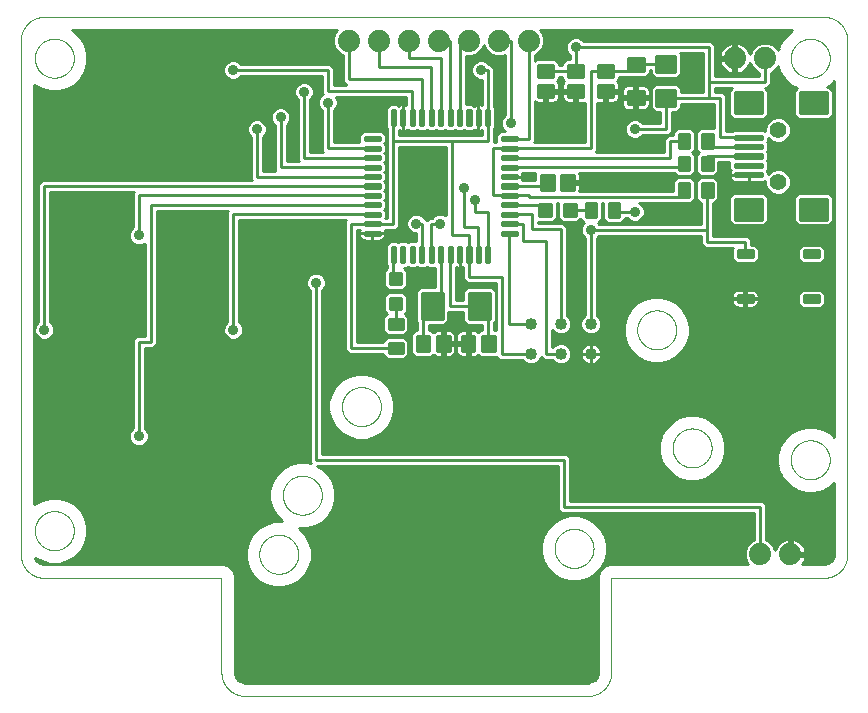
<source format=gbl>
G75*
%MOIN*%
%OFA0B0*%
%FSLAX25Y25*%
%IPPOS*%
%LPD*%
%AMOC8*
5,1,8,0,0,1.08239X$1,22.5*
%
%ADD10C,0.00000*%
%ADD11C,0.07400*%
%ADD12C,0.01602*%
%ADD13C,0.04000*%
%ADD14C,0.01575*%
%ADD15C,0.01587*%
%ADD16C,0.01598*%
%ADD17C,0.05543*%
%ADD18C,0.01594*%
%ADD19C,0.01606*%
%ADD20C,0.01590*%
%ADD21C,0.01000*%
%ADD22C,0.03569*%
D10*
X0010874Y0042870D02*
X0069929Y0042870D01*
X0069929Y0011374D01*
X0069931Y0011184D01*
X0069938Y0010994D01*
X0069950Y0010804D01*
X0069966Y0010614D01*
X0069986Y0010425D01*
X0070012Y0010236D01*
X0070041Y0010048D01*
X0070076Y0009861D01*
X0070115Y0009675D01*
X0070158Y0009490D01*
X0070206Y0009305D01*
X0070258Y0009122D01*
X0070314Y0008941D01*
X0070375Y0008761D01*
X0070441Y0008582D01*
X0070510Y0008405D01*
X0070584Y0008229D01*
X0070662Y0008056D01*
X0070745Y0007884D01*
X0070831Y0007715D01*
X0070921Y0007547D01*
X0071016Y0007382D01*
X0071114Y0007219D01*
X0071217Y0007059D01*
X0071323Y0006901D01*
X0071433Y0006746D01*
X0071546Y0006593D01*
X0071664Y0006443D01*
X0071785Y0006297D01*
X0071909Y0006153D01*
X0072037Y0006012D01*
X0072168Y0005874D01*
X0072303Y0005739D01*
X0072441Y0005608D01*
X0072582Y0005480D01*
X0072726Y0005356D01*
X0072872Y0005235D01*
X0073022Y0005117D01*
X0073175Y0005004D01*
X0073330Y0004894D01*
X0073488Y0004788D01*
X0073648Y0004685D01*
X0073811Y0004587D01*
X0073976Y0004492D01*
X0074144Y0004402D01*
X0074313Y0004316D01*
X0074485Y0004233D01*
X0074658Y0004155D01*
X0074834Y0004081D01*
X0075011Y0004012D01*
X0075190Y0003946D01*
X0075370Y0003885D01*
X0075551Y0003829D01*
X0075734Y0003777D01*
X0075919Y0003729D01*
X0076104Y0003686D01*
X0076290Y0003647D01*
X0076477Y0003612D01*
X0076665Y0003583D01*
X0076854Y0003557D01*
X0077043Y0003537D01*
X0077233Y0003521D01*
X0077423Y0003509D01*
X0077613Y0003502D01*
X0077803Y0003500D01*
X0191976Y0003500D01*
X0192166Y0003502D01*
X0192356Y0003509D01*
X0192546Y0003521D01*
X0192736Y0003537D01*
X0192925Y0003557D01*
X0193114Y0003583D01*
X0193302Y0003612D01*
X0193489Y0003647D01*
X0193675Y0003686D01*
X0193860Y0003729D01*
X0194045Y0003777D01*
X0194228Y0003829D01*
X0194409Y0003885D01*
X0194589Y0003946D01*
X0194768Y0004012D01*
X0194945Y0004081D01*
X0195121Y0004155D01*
X0195294Y0004233D01*
X0195466Y0004316D01*
X0195635Y0004402D01*
X0195803Y0004492D01*
X0195968Y0004587D01*
X0196131Y0004685D01*
X0196291Y0004788D01*
X0196449Y0004894D01*
X0196604Y0005004D01*
X0196757Y0005117D01*
X0196907Y0005235D01*
X0197053Y0005356D01*
X0197197Y0005480D01*
X0197338Y0005608D01*
X0197476Y0005739D01*
X0197611Y0005874D01*
X0197742Y0006012D01*
X0197870Y0006153D01*
X0197994Y0006297D01*
X0198115Y0006443D01*
X0198233Y0006593D01*
X0198346Y0006746D01*
X0198456Y0006901D01*
X0198562Y0007059D01*
X0198665Y0007219D01*
X0198763Y0007382D01*
X0198858Y0007547D01*
X0198948Y0007715D01*
X0199034Y0007884D01*
X0199117Y0008056D01*
X0199195Y0008229D01*
X0199269Y0008405D01*
X0199338Y0008582D01*
X0199404Y0008761D01*
X0199465Y0008941D01*
X0199521Y0009122D01*
X0199573Y0009305D01*
X0199621Y0009490D01*
X0199664Y0009675D01*
X0199703Y0009861D01*
X0199738Y0010048D01*
X0199767Y0010236D01*
X0199793Y0010425D01*
X0199813Y0010614D01*
X0199829Y0010804D01*
X0199841Y0010994D01*
X0199848Y0011184D01*
X0199850Y0011374D01*
X0199850Y0042870D01*
X0270717Y0042870D01*
X0270907Y0042872D01*
X0271097Y0042879D01*
X0271287Y0042891D01*
X0271477Y0042907D01*
X0271666Y0042927D01*
X0271855Y0042953D01*
X0272043Y0042982D01*
X0272230Y0043017D01*
X0272416Y0043056D01*
X0272601Y0043099D01*
X0272786Y0043147D01*
X0272969Y0043199D01*
X0273150Y0043255D01*
X0273330Y0043316D01*
X0273509Y0043382D01*
X0273686Y0043451D01*
X0273862Y0043525D01*
X0274035Y0043603D01*
X0274207Y0043686D01*
X0274376Y0043772D01*
X0274544Y0043862D01*
X0274709Y0043957D01*
X0274872Y0044055D01*
X0275032Y0044158D01*
X0275190Y0044264D01*
X0275345Y0044374D01*
X0275498Y0044487D01*
X0275648Y0044605D01*
X0275794Y0044726D01*
X0275938Y0044850D01*
X0276079Y0044978D01*
X0276217Y0045109D01*
X0276352Y0045244D01*
X0276483Y0045382D01*
X0276611Y0045523D01*
X0276735Y0045667D01*
X0276856Y0045813D01*
X0276974Y0045963D01*
X0277087Y0046116D01*
X0277197Y0046271D01*
X0277303Y0046429D01*
X0277406Y0046589D01*
X0277504Y0046752D01*
X0277599Y0046917D01*
X0277689Y0047085D01*
X0277775Y0047254D01*
X0277858Y0047426D01*
X0277936Y0047599D01*
X0278010Y0047775D01*
X0278079Y0047952D01*
X0278145Y0048131D01*
X0278206Y0048311D01*
X0278262Y0048492D01*
X0278314Y0048675D01*
X0278362Y0048860D01*
X0278405Y0049045D01*
X0278444Y0049231D01*
X0278479Y0049418D01*
X0278508Y0049606D01*
X0278534Y0049795D01*
X0278554Y0049984D01*
X0278570Y0050174D01*
X0278582Y0050364D01*
X0278589Y0050554D01*
X0278591Y0050744D01*
X0278591Y0222004D01*
X0278589Y0222194D01*
X0278582Y0222384D01*
X0278570Y0222574D01*
X0278554Y0222764D01*
X0278534Y0222953D01*
X0278508Y0223142D01*
X0278479Y0223330D01*
X0278444Y0223517D01*
X0278405Y0223703D01*
X0278362Y0223888D01*
X0278314Y0224073D01*
X0278262Y0224256D01*
X0278206Y0224437D01*
X0278145Y0224617D01*
X0278079Y0224796D01*
X0278010Y0224973D01*
X0277936Y0225149D01*
X0277858Y0225322D01*
X0277775Y0225494D01*
X0277689Y0225663D01*
X0277599Y0225831D01*
X0277504Y0225996D01*
X0277406Y0226159D01*
X0277303Y0226319D01*
X0277197Y0226477D01*
X0277087Y0226632D01*
X0276974Y0226785D01*
X0276856Y0226935D01*
X0276735Y0227081D01*
X0276611Y0227225D01*
X0276483Y0227366D01*
X0276352Y0227504D01*
X0276217Y0227639D01*
X0276079Y0227770D01*
X0275938Y0227898D01*
X0275794Y0228022D01*
X0275648Y0228143D01*
X0275498Y0228261D01*
X0275345Y0228374D01*
X0275190Y0228484D01*
X0275032Y0228590D01*
X0274872Y0228693D01*
X0274709Y0228791D01*
X0274544Y0228886D01*
X0274376Y0228976D01*
X0274207Y0229062D01*
X0274035Y0229145D01*
X0273862Y0229223D01*
X0273686Y0229297D01*
X0273509Y0229366D01*
X0273330Y0229432D01*
X0273150Y0229493D01*
X0272969Y0229549D01*
X0272786Y0229601D01*
X0272601Y0229649D01*
X0272416Y0229692D01*
X0272230Y0229731D01*
X0272043Y0229766D01*
X0271855Y0229795D01*
X0271666Y0229821D01*
X0271477Y0229841D01*
X0271287Y0229857D01*
X0271097Y0229869D01*
X0270907Y0229876D01*
X0270717Y0229878D01*
X0010874Y0229878D01*
X0010684Y0229876D01*
X0010494Y0229869D01*
X0010304Y0229857D01*
X0010114Y0229841D01*
X0009925Y0229821D01*
X0009736Y0229795D01*
X0009548Y0229766D01*
X0009361Y0229731D01*
X0009175Y0229692D01*
X0008990Y0229649D01*
X0008805Y0229601D01*
X0008622Y0229549D01*
X0008441Y0229493D01*
X0008261Y0229432D01*
X0008082Y0229366D01*
X0007905Y0229297D01*
X0007729Y0229223D01*
X0007556Y0229145D01*
X0007384Y0229062D01*
X0007215Y0228976D01*
X0007047Y0228886D01*
X0006882Y0228791D01*
X0006719Y0228693D01*
X0006559Y0228590D01*
X0006401Y0228484D01*
X0006246Y0228374D01*
X0006093Y0228261D01*
X0005943Y0228143D01*
X0005797Y0228022D01*
X0005653Y0227898D01*
X0005512Y0227770D01*
X0005374Y0227639D01*
X0005239Y0227504D01*
X0005108Y0227366D01*
X0004980Y0227225D01*
X0004856Y0227081D01*
X0004735Y0226935D01*
X0004617Y0226785D01*
X0004504Y0226632D01*
X0004394Y0226477D01*
X0004288Y0226319D01*
X0004185Y0226159D01*
X0004087Y0225996D01*
X0003992Y0225831D01*
X0003902Y0225663D01*
X0003816Y0225494D01*
X0003733Y0225322D01*
X0003655Y0225149D01*
X0003581Y0224973D01*
X0003512Y0224796D01*
X0003446Y0224617D01*
X0003385Y0224437D01*
X0003329Y0224256D01*
X0003277Y0224073D01*
X0003229Y0223888D01*
X0003186Y0223703D01*
X0003147Y0223517D01*
X0003112Y0223330D01*
X0003083Y0223142D01*
X0003057Y0222953D01*
X0003037Y0222764D01*
X0003021Y0222574D01*
X0003009Y0222384D01*
X0003002Y0222194D01*
X0003000Y0222004D01*
X0003000Y0050744D01*
X0003002Y0050554D01*
X0003009Y0050364D01*
X0003021Y0050174D01*
X0003037Y0049984D01*
X0003057Y0049795D01*
X0003083Y0049606D01*
X0003112Y0049418D01*
X0003147Y0049231D01*
X0003186Y0049045D01*
X0003229Y0048860D01*
X0003277Y0048675D01*
X0003329Y0048492D01*
X0003385Y0048311D01*
X0003446Y0048131D01*
X0003512Y0047952D01*
X0003581Y0047775D01*
X0003655Y0047599D01*
X0003733Y0047426D01*
X0003816Y0047254D01*
X0003902Y0047085D01*
X0003992Y0046917D01*
X0004087Y0046752D01*
X0004185Y0046589D01*
X0004288Y0046429D01*
X0004394Y0046271D01*
X0004504Y0046116D01*
X0004617Y0045963D01*
X0004735Y0045813D01*
X0004856Y0045667D01*
X0004980Y0045523D01*
X0005108Y0045382D01*
X0005239Y0045244D01*
X0005374Y0045109D01*
X0005512Y0044978D01*
X0005653Y0044850D01*
X0005797Y0044726D01*
X0005943Y0044605D01*
X0006093Y0044487D01*
X0006246Y0044374D01*
X0006401Y0044264D01*
X0006559Y0044158D01*
X0006719Y0044055D01*
X0006882Y0043957D01*
X0007047Y0043862D01*
X0007215Y0043772D01*
X0007384Y0043686D01*
X0007556Y0043603D01*
X0007729Y0043525D01*
X0007905Y0043451D01*
X0008082Y0043382D01*
X0008261Y0043316D01*
X0008441Y0043255D01*
X0008622Y0043199D01*
X0008805Y0043147D01*
X0008990Y0043099D01*
X0009175Y0043056D01*
X0009361Y0043017D01*
X0009548Y0042982D01*
X0009736Y0042953D01*
X0009925Y0042927D01*
X0010114Y0042907D01*
X0010304Y0042891D01*
X0010494Y0042879D01*
X0010684Y0042872D01*
X0010874Y0042870D01*
X0007720Y0058618D02*
X0007722Y0058779D01*
X0007728Y0058939D01*
X0007738Y0059100D01*
X0007752Y0059260D01*
X0007770Y0059420D01*
X0007791Y0059579D01*
X0007817Y0059738D01*
X0007847Y0059896D01*
X0007880Y0060053D01*
X0007918Y0060210D01*
X0007959Y0060365D01*
X0008004Y0060519D01*
X0008053Y0060672D01*
X0008106Y0060824D01*
X0008162Y0060975D01*
X0008223Y0061124D01*
X0008286Y0061272D01*
X0008354Y0061418D01*
X0008425Y0061562D01*
X0008499Y0061704D01*
X0008577Y0061845D01*
X0008659Y0061983D01*
X0008744Y0062120D01*
X0008832Y0062254D01*
X0008924Y0062386D01*
X0009019Y0062516D01*
X0009117Y0062644D01*
X0009218Y0062769D01*
X0009322Y0062891D01*
X0009429Y0063011D01*
X0009539Y0063128D01*
X0009652Y0063243D01*
X0009768Y0063354D01*
X0009887Y0063463D01*
X0010008Y0063568D01*
X0010132Y0063671D01*
X0010258Y0063771D01*
X0010386Y0063867D01*
X0010517Y0063960D01*
X0010651Y0064050D01*
X0010786Y0064137D01*
X0010924Y0064220D01*
X0011063Y0064300D01*
X0011205Y0064376D01*
X0011348Y0064449D01*
X0011493Y0064518D01*
X0011640Y0064584D01*
X0011788Y0064646D01*
X0011938Y0064704D01*
X0012089Y0064759D01*
X0012242Y0064810D01*
X0012396Y0064857D01*
X0012551Y0064900D01*
X0012707Y0064939D01*
X0012863Y0064975D01*
X0013021Y0065006D01*
X0013179Y0065034D01*
X0013338Y0065058D01*
X0013498Y0065078D01*
X0013658Y0065094D01*
X0013818Y0065106D01*
X0013979Y0065114D01*
X0014140Y0065118D01*
X0014300Y0065118D01*
X0014461Y0065114D01*
X0014622Y0065106D01*
X0014782Y0065094D01*
X0014942Y0065078D01*
X0015102Y0065058D01*
X0015261Y0065034D01*
X0015419Y0065006D01*
X0015577Y0064975D01*
X0015733Y0064939D01*
X0015889Y0064900D01*
X0016044Y0064857D01*
X0016198Y0064810D01*
X0016351Y0064759D01*
X0016502Y0064704D01*
X0016652Y0064646D01*
X0016800Y0064584D01*
X0016947Y0064518D01*
X0017092Y0064449D01*
X0017235Y0064376D01*
X0017377Y0064300D01*
X0017516Y0064220D01*
X0017654Y0064137D01*
X0017789Y0064050D01*
X0017923Y0063960D01*
X0018054Y0063867D01*
X0018182Y0063771D01*
X0018308Y0063671D01*
X0018432Y0063568D01*
X0018553Y0063463D01*
X0018672Y0063354D01*
X0018788Y0063243D01*
X0018901Y0063128D01*
X0019011Y0063011D01*
X0019118Y0062891D01*
X0019222Y0062769D01*
X0019323Y0062644D01*
X0019421Y0062516D01*
X0019516Y0062386D01*
X0019608Y0062254D01*
X0019696Y0062120D01*
X0019781Y0061983D01*
X0019863Y0061845D01*
X0019941Y0061704D01*
X0020015Y0061562D01*
X0020086Y0061418D01*
X0020154Y0061272D01*
X0020217Y0061124D01*
X0020278Y0060975D01*
X0020334Y0060824D01*
X0020387Y0060672D01*
X0020436Y0060519D01*
X0020481Y0060365D01*
X0020522Y0060210D01*
X0020560Y0060053D01*
X0020593Y0059896D01*
X0020623Y0059738D01*
X0020649Y0059579D01*
X0020670Y0059420D01*
X0020688Y0059260D01*
X0020702Y0059100D01*
X0020712Y0058939D01*
X0020718Y0058779D01*
X0020720Y0058618D01*
X0020718Y0058457D01*
X0020712Y0058297D01*
X0020702Y0058136D01*
X0020688Y0057976D01*
X0020670Y0057816D01*
X0020649Y0057657D01*
X0020623Y0057498D01*
X0020593Y0057340D01*
X0020560Y0057183D01*
X0020522Y0057026D01*
X0020481Y0056871D01*
X0020436Y0056717D01*
X0020387Y0056564D01*
X0020334Y0056412D01*
X0020278Y0056261D01*
X0020217Y0056112D01*
X0020154Y0055964D01*
X0020086Y0055818D01*
X0020015Y0055674D01*
X0019941Y0055532D01*
X0019863Y0055391D01*
X0019781Y0055253D01*
X0019696Y0055116D01*
X0019608Y0054982D01*
X0019516Y0054850D01*
X0019421Y0054720D01*
X0019323Y0054592D01*
X0019222Y0054467D01*
X0019118Y0054345D01*
X0019011Y0054225D01*
X0018901Y0054108D01*
X0018788Y0053993D01*
X0018672Y0053882D01*
X0018553Y0053773D01*
X0018432Y0053668D01*
X0018308Y0053565D01*
X0018182Y0053465D01*
X0018054Y0053369D01*
X0017923Y0053276D01*
X0017789Y0053186D01*
X0017654Y0053099D01*
X0017516Y0053016D01*
X0017377Y0052936D01*
X0017235Y0052860D01*
X0017092Y0052787D01*
X0016947Y0052718D01*
X0016800Y0052652D01*
X0016652Y0052590D01*
X0016502Y0052532D01*
X0016351Y0052477D01*
X0016198Y0052426D01*
X0016044Y0052379D01*
X0015889Y0052336D01*
X0015733Y0052297D01*
X0015577Y0052261D01*
X0015419Y0052230D01*
X0015261Y0052202D01*
X0015102Y0052178D01*
X0014942Y0052158D01*
X0014782Y0052142D01*
X0014622Y0052130D01*
X0014461Y0052122D01*
X0014300Y0052118D01*
X0014140Y0052118D01*
X0013979Y0052122D01*
X0013818Y0052130D01*
X0013658Y0052142D01*
X0013498Y0052158D01*
X0013338Y0052178D01*
X0013179Y0052202D01*
X0013021Y0052230D01*
X0012863Y0052261D01*
X0012707Y0052297D01*
X0012551Y0052336D01*
X0012396Y0052379D01*
X0012242Y0052426D01*
X0012089Y0052477D01*
X0011938Y0052532D01*
X0011788Y0052590D01*
X0011640Y0052652D01*
X0011493Y0052718D01*
X0011348Y0052787D01*
X0011205Y0052860D01*
X0011063Y0052936D01*
X0010924Y0053016D01*
X0010786Y0053099D01*
X0010651Y0053186D01*
X0010517Y0053276D01*
X0010386Y0053369D01*
X0010258Y0053465D01*
X0010132Y0053565D01*
X0010008Y0053668D01*
X0009887Y0053773D01*
X0009768Y0053882D01*
X0009652Y0053993D01*
X0009539Y0054108D01*
X0009429Y0054225D01*
X0009322Y0054345D01*
X0009218Y0054467D01*
X0009117Y0054592D01*
X0009019Y0054720D01*
X0008924Y0054850D01*
X0008832Y0054982D01*
X0008744Y0055116D01*
X0008659Y0055253D01*
X0008577Y0055391D01*
X0008499Y0055532D01*
X0008425Y0055674D01*
X0008354Y0055818D01*
X0008286Y0055964D01*
X0008223Y0056112D01*
X0008162Y0056261D01*
X0008106Y0056412D01*
X0008053Y0056564D01*
X0008004Y0056717D01*
X0007959Y0056871D01*
X0007918Y0057026D01*
X0007880Y0057183D01*
X0007847Y0057340D01*
X0007817Y0057498D01*
X0007791Y0057657D01*
X0007770Y0057816D01*
X0007752Y0057976D01*
X0007738Y0058136D01*
X0007728Y0058297D01*
X0007722Y0058457D01*
X0007720Y0058618D01*
X0082524Y0050744D02*
X0082526Y0050905D01*
X0082532Y0051065D01*
X0082542Y0051226D01*
X0082556Y0051386D01*
X0082574Y0051546D01*
X0082595Y0051705D01*
X0082621Y0051864D01*
X0082651Y0052022D01*
X0082684Y0052179D01*
X0082722Y0052336D01*
X0082763Y0052491D01*
X0082808Y0052645D01*
X0082857Y0052798D01*
X0082910Y0052950D01*
X0082966Y0053101D01*
X0083027Y0053250D01*
X0083090Y0053398D01*
X0083158Y0053544D01*
X0083229Y0053688D01*
X0083303Y0053830D01*
X0083381Y0053971D01*
X0083463Y0054109D01*
X0083548Y0054246D01*
X0083636Y0054380D01*
X0083728Y0054512D01*
X0083823Y0054642D01*
X0083921Y0054770D01*
X0084022Y0054895D01*
X0084126Y0055017D01*
X0084233Y0055137D01*
X0084343Y0055254D01*
X0084456Y0055369D01*
X0084572Y0055480D01*
X0084691Y0055589D01*
X0084812Y0055694D01*
X0084936Y0055797D01*
X0085062Y0055897D01*
X0085190Y0055993D01*
X0085321Y0056086D01*
X0085455Y0056176D01*
X0085590Y0056263D01*
X0085728Y0056346D01*
X0085867Y0056426D01*
X0086009Y0056502D01*
X0086152Y0056575D01*
X0086297Y0056644D01*
X0086444Y0056710D01*
X0086592Y0056772D01*
X0086742Y0056830D01*
X0086893Y0056885D01*
X0087046Y0056936D01*
X0087200Y0056983D01*
X0087355Y0057026D01*
X0087511Y0057065D01*
X0087667Y0057101D01*
X0087825Y0057132D01*
X0087983Y0057160D01*
X0088142Y0057184D01*
X0088302Y0057204D01*
X0088462Y0057220D01*
X0088622Y0057232D01*
X0088783Y0057240D01*
X0088944Y0057244D01*
X0089104Y0057244D01*
X0089265Y0057240D01*
X0089426Y0057232D01*
X0089586Y0057220D01*
X0089746Y0057204D01*
X0089906Y0057184D01*
X0090065Y0057160D01*
X0090223Y0057132D01*
X0090381Y0057101D01*
X0090537Y0057065D01*
X0090693Y0057026D01*
X0090848Y0056983D01*
X0091002Y0056936D01*
X0091155Y0056885D01*
X0091306Y0056830D01*
X0091456Y0056772D01*
X0091604Y0056710D01*
X0091751Y0056644D01*
X0091896Y0056575D01*
X0092039Y0056502D01*
X0092181Y0056426D01*
X0092320Y0056346D01*
X0092458Y0056263D01*
X0092593Y0056176D01*
X0092727Y0056086D01*
X0092858Y0055993D01*
X0092986Y0055897D01*
X0093112Y0055797D01*
X0093236Y0055694D01*
X0093357Y0055589D01*
X0093476Y0055480D01*
X0093592Y0055369D01*
X0093705Y0055254D01*
X0093815Y0055137D01*
X0093922Y0055017D01*
X0094026Y0054895D01*
X0094127Y0054770D01*
X0094225Y0054642D01*
X0094320Y0054512D01*
X0094412Y0054380D01*
X0094500Y0054246D01*
X0094585Y0054109D01*
X0094667Y0053971D01*
X0094745Y0053830D01*
X0094819Y0053688D01*
X0094890Y0053544D01*
X0094958Y0053398D01*
X0095021Y0053250D01*
X0095082Y0053101D01*
X0095138Y0052950D01*
X0095191Y0052798D01*
X0095240Y0052645D01*
X0095285Y0052491D01*
X0095326Y0052336D01*
X0095364Y0052179D01*
X0095397Y0052022D01*
X0095427Y0051864D01*
X0095453Y0051705D01*
X0095474Y0051546D01*
X0095492Y0051386D01*
X0095506Y0051226D01*
X0095516Y0051065D01*
X0095522Y0050905D01*
X0095524Y0050744D01*
X0095522Y0050583D01*
X0095516Y0050423D01*
X0095506Y0050262D01*
X0095492Y0050102D01*
X0095474Y0049942D01*
X0095453Y0049783D01*
X0095427Y0049624D01*
X0095397Y0049466D01*
X0095364Y0049309D01*
X0095326Y0049152D01*
X0095285Y0048997D01*
X0095240Y0048843D01*
X0095191Y0048690D01*
X0095138Y0048538D01*
X0095082Y0048387D01*
X0095021Y0048238D01*
X0094958Y0048090D01*
X0094890Y0047944D01*
X0094819Y0047800D01*
X0094745Y0047658D01*
X0094667Y0047517D01*
X0094585Y0047379D01*
X0094500Y0047242D01*
X0094412Y0047108D01*
X0094320Y0046976D01*
X0094225Y0046846D01*
X0094127Y0046718D01*
X0094026Y0046593D01*
X0093922Y0046471D01*
X0093815Y0046351D01*
X0093705Y0046234D01*
X0093592Y0046119D01*
X0093476Y0046008D01*
X0093357Y0045899D01*
X0093236Y0045794D01*
X0093112Y0045691D01*
X0092986Y0045591D01*
X0092858Y0045495D01*
X0092727Y0045402D01*
X0092593Y0045312D01*
X0092458Y0045225D01*
X0092320Y0045142D01*
X0092181Y0045062D01*
X0092039Y0044986D01*
X0091896Y0044913D01*
X0091751Y0044844D01*
X0091604Y0044778D01*
X0091456Y0044716D01*
X0091306Y0044658D01*
X0091155Y0044603D01*
X0091002Y0044552D01*
X0090848Y0044505D01*
X0090693Y0044462D01*
X0090537Y0044423D01*
X0090381Y0044387D01*
X0090223Y0044356D01*
X0090065Y0044328D01*
X0089906Y0044304D01*
X0089746Y0044284D01*
X0089586Y0044268D01*
X0089426Y0044256D01*
X0089265Y0044248D01*
X0089104Y0044244D01*
X0088944Y0044244D01*
X0088783Y0044248D01*
X0088622Y0044256D01*
X0088462Y0044268D01*
X0088302Y0044284D01*
X0088142Y0044304D01*
X0087983Y0044328D01*
X0087825Y0044356D01*
X0087667Y0044387D01*
X0087511Y0044423D01*
X0087355Y0044462D01*
X0087200Y0044505D01*
X0087046Y0044552D01*
X0086893Y0044603D01*
X0086742Y0044658D01*
X0086592Y0044716D01*
X0086444Y0044778D01*
X0086297Y0044844D01*
X0086152Y0044913D01*
X0086009Y0044986D01*
X0085867Y0045062D01*
X0085728Y0045142D01*
X0085590Y0045225D01*
X0085455Y0045312D01*
X0085321Y0045402D01*
X0085190Y0045495D01*
X0085062Y0045591D01*
X0084936Y0045691D01*
X0084812Y0045794D01*
X0084691Y0045899D01*
X0084572Y0046008D01*
X0084456Y0046119D01*
X0084343Y0046234D01*
X0084233Y0046351D01*
X0084126Y0046471D01*
X0084022Y0046593D01*
X0083921Y0046718D01*
X0083823Y0046846D01*
X0083728Y0046976D01*
X0083636Y0047108D01*
X0083548Y0047242D01*
X0083463Y0047379D01*
X0083381Y0047517D01*
X0083303Y0047658D01*
X0083229Y0047800D01*
X0083158Y0047944D01*
X0083090Y0048090D01*
X0083027Y0048238D01*
X0082966Y0048387D01*
X0082910Y0048538D01*
X0082857Y0048690D01*
X0082808Y0048843D01*
X0082763Y0048997D01*
X0082722Y0049152D01*
X0082684Y0049309D01*
X0082651Y0049466D01*
X0082621Y0049624D01*
X0082595Y0049783D01*
X0082574Y0049942D01*
X0082556Y0050102D01*
X0082542Y0050262D01*
X0082532Y0050423D01*
X0082526Y0050583D01*
X0082524Y0050744D01*
X0090398Y0070429D02*
X0090400Y0070590D01*
X0090406Y0070750D01*
X0090416Y0070911D01*
X0090430Y0071071D01*
X0090448Y0071231D01*
X0090469Y0071390D01*
X0090495Y0071549D01*
X0090525Y0071707D01*
X0090558Y0071864D01*
X0090596Y0072021D01*
X0090637Y0072176D01*
X0090682Y0072330D01*
X0090731Y0072483D01*
X0090784Y0072635D01*
X0090840Y0072786D01*
X0090901Y0072935D01*
X0090964Y0073083D01*
X0091032Y0073229D01*
X0091103Y0073373D01*
X0091177Y0073515D01*
X0091255Y0073656D01*
X0091337Y0073794D01*
X0091422Y0073931D01*
X0091510Y0074065D01*
X0091602Y0074197D01*
X0091697Y0074327D01*
X0091795Y0074455D01*
X0091896Y0074580D01*
X0092000Y0074702D01*
X0092107Y0074822D01*
X0092217Y0074939D01*
X0092330Y0075054D01*
X0092446Y0075165D01*
X0092565Y0075274D01*
X0092686Y0075379D01*
X0092810Y0075482D01*
X0092936Y0075582D01*
X0093064Y0075678D01*
X0093195Y0075771D01*
X0093329Y0075861D01*
X0093464Y0075948D01*
X0093602Y0076031D01*
X0093741Y0076111D01*
X0093883Y0076187D01*
X0094026Y0076260D01*
X0094171Y0076329D01*
X0094318Y0076395D01*
X0094466Y0076457D01*
X0094616Y0076515D01*
X0094767Y0076570D01*
X0094920Y0076621D01*
X0095074Y0076668D01*
X0095229Y0076711D01*
X0095385Y0076750D01*
X0095541Y0076786D01*
X0095699Y0076817D01*
X0095857Y0076845D01*
X0096016Y0076869D01*
X0096176Y0076889D01*
X0096336Y0076905D01*
X0096496Y0076917D01*
X0096657Y0076925D01*
X0096818Y0076929D01*
X0096978Y0076929D01*
X0097139Y0076925D01*
X0097300Y0076917D01*
X0097460Y0076905D01*
X0097620Y0076889D01*
X0097780Y0076869D01*
X0097939Y0076845D01*
X0098097Y0076817D01*
X0098255Y0076786D01*
X0098411Y0076750D01*
X0098567Y0076711D01*
X0098722Y0076668D01*
X0098876Y0076621D01*
X0099029Y0076570D01*
X0099180Y0076515D01*
X0099330Y0076457D01*
X0099478Y0076395D01*
X0099625Y0076329D01*
X0099770Y0076260D01*
X0099913Y0076187D01*
X0100055Y0076111D01*
X0100194Y0076031D01*
X0100332Y0075948D01*
X0100467Y0075861D01*
X0100601Y0075771D01*
X0100732Y0075678D01*
X0100860Y0075582D01*
X0100986Y0075482D01*
X0101110Y0075379D01*
X0101231Y0075274D01*
X0101350Y0075165D01*
X0101466Y0075054D01*
X0101579Y0074939D01*
X0101689Y0074822D01*
X0101796Y0074702D01*
X0101900Y0074580D01*
X0102001Y0074455D01*
X0102099Y0074327D01*
X0102194Y0074197D01*
X0102286Y0074065D01*
X0102374Y0073931D01*
X0102459Y0073794D01*
X0102541Y0073656D01*
X0102619Y0073515D01*
X0102693Y0073373D01*
X0102764Y0073229D01*
X0102832Y0073083D01*
X0102895Y0072935D01*
X0102956Y0072786D01*
X0103012Y0072635D01*
X0103065Y0072483D01*
X0103114Y0072330D01*
X0103159Y0072176D01*
X0103200Y0072021D01*
X0103238Y0071864D01*
X0103271Y0071707D01*
X0103301Y0071549D01*
X0103327Y0071390D01*
X0103348Y0071231D01*
X0103366Y0071071D01*
X0103380Y0070911D01*
X0103390Y0070750D01*
X0103396Y0070590D01*
X0103398Y0070429D01*
X0103396Y0070268D01*
X0103390Y0070108D01*
X0103380Y0069947D01*
X0103366Y0069787D01*
X0103348Y0069627D01*
X0103327Y0069468D01*
X0103301Y0069309D01*
X0103271Y0069151D01*
X0103238Y0068994D01*
X0103200Y0068837D01*
X0103159Y0068682D01*
X0103114Y0068528D01*
X0103065Y0068375D01*
X0103012Y0068223D01*
X0102956Y0068072D01*
X0102895Y0067923D01*
X0102832Y0067775D01*
X0102764Y0067629D01*
X0102693Y0067485D01*
X0102619Y0067343D01*
X0102541Y0067202D01*
X0102459Y0067064D01*
X0102374Y0066927D01*
X0102286Y0066793D01*
X0102194Y0066661D01*
X0102099Y0066531D01*
X0102001Y0066403D01*
X0101900Y0066278D01*
X0101796Y0066156D01*
X0101689Y0066036D01*
X0101579Y0065919D01*
X0101466Y0065804D01*
X0101350Y0065693D01*
X0101231Y0065584D01*
X0101110Y0065479D01*
X0100986Y0065376D01*
X0100860Y0065276D01*
X0100732Y0065180D01*
X0100601Y0065087D01*
X0100467Y0064997D01*
X0100332Y0064910D01*
X0100194Y0064827D01*
X0100055Y0064747D01*
X0099913Y0064671D01*
X0099770Y0064598D01*
X0099625Y0064529D01*
X0099478Y0064463D01*
X0099330Y0064401D01*
X0099180Y0064343D01*
X0099029Y0064288D01*
X0098876Y0064237D01*
X0098722Y0064190D01*
X0098567Y0064147D01*
X0098411Y0064108D01*
X0098255Y0064072D01*
X0098097Y0064041D01*
X0097939Y0064013D01*
X0097780Y0063989D01*
X0097620Y0063969D01*
X0097460Y0063953D01*
X0097300Y0063941D01*
X0097139Y0063933D01*
X0096978Y0063929D01*
X0096818Y0063929D01*
X0096657Y0063933D01*
X0096496Y0063941D01*
X0096336Y0063953D01*
X0096176Y0063969D01*
X0096016Y0063989D01*
X0095857Y0064013D01*
X0095699Y0064041D01*
X0095541Y0064072D01*
X0095385Y0064108D01*
X0095229Y0064147D01*
X0095074Y0064190D01*
X0094920Y0064237D01*
X0094767Y0064288D01*
X0094616Y0064343D01*
X0094466Y0064401D01*
X0094318Y0064463D01*
X0094171Y0064529D01*
X0094026Y0064598D01*
X0093883Y0064671D01*
X0093741Y0064747D01*
X0093602Y0064827D01*
X0093464Y0064910D01*
X0093329Y0064997D01*
X0093195Y0065087D01*
X0093064Y0065180D01*
X0092936Y0065276D01*
X0092810Y0065376D01*
X0092686Y0065479D01*
X0092565Y0065584D01*
X0092446Y0065693D01*
X0092330Y0065804D01*
X0092217Y0065919D01*
X0092107Y0066036D01*
X0092000Y0066156D01*
X0091896Y0066278D01*
X0091795Y0066403D01*
X0091697Y0066531D01*
X0091602Y0066661D01*
X0091510Y0066793D01*
X0091422Y0066927D01*
X0091337Y0067064D01*
X0091255Y0067202D01*
X0091177Y0067343D01*
X0091103Y0067485D01*
X0091032Y0067629D01*
X0090964Y0067775D01*
X0090901Y0067923D01*
X0090840Y0068072D01*
X0090784Y0068223D01*
X0090731Y0068375D01*
X0090682Y0068528D01*
X0090637Y0068682D01*
X0090596Y0068837D01*
X0090558Y0068994D01*
X0090525Y0069151D01*
X0090495Y0069309D01*
X0090469Y0069468D01*
X0090448Y0069627D01*
X0090430Y0069787D01*
X0090416Y0069947D01*
X0090406Y0070108D01*
X0090400Y0070268D01*
X0090398Y0070429D01*
X0110083Y0099957D02*
X0110085Y0100118D01*
X0110091Y0100278D01*
X0110101Y0100439D01*
X0110115Y0100599D01*
X0110133Y0100759D01*
X0110154Y0100918D01*
X0110180Y0101077D01*
X0110210Y0101235D01*
X0110243Y0101392D01*
X0110281Y0101549D01*
X0110322Y0101704D01*
X0110367Y0101858D01*
X0110416Y0102011D01*
X0110469Y0102163D01*
X0110525Y0102314D01*
X0110586Y0102463D01*
X0110649Y0102611D01*
X0110717Y0102757D01*
X0110788Y0102901D01*
X0110862Y0103043D01*
X0110940Y0103184D01*
X0111022Y0103322D01*
X0111107Y0103459D01*
X0111195Y0103593D01*
X0111287Y0103725D01*
X0111382Y0103855D01*
X0111480Y0103983D01*
X0111581Y0104108D01*
X0111685Y0104230D01*
X0111792Y0104350D01*
X0111902Y0104467D01*
X0112015Y0104582D01*
X0112131Y0104693D01*
X0112250Y0104802D01*
X0112371Y0104907D01*
X0112495Y0105010D01*
X0112621Y0105110D01*
X0112749Y0105206D01*
X0112880Y0105299D01*
X0113014Y0105389D01*
X0113149Y0105476D01*
X0113287Y0105559D01*
X0113426Y0105639D01*
X0113568Y0105715D01*
X0113711Y0105788D01*
X0113856Y0105857D01*
X0114003Y0105923D01*
X0114151Y0105985D01*
X0114301Y0106043D01*
X0114452Y0106098D01*
X0114605Y0106149D01*
X0114759Y0106196D01*
X0114914Y0106239D01*
X0115070Y0106278D01*
X0115226Y0106314D01*
X0115384Y0106345D01*
X0115542Y0106373D01*
X0115701Y0106397D01*
X0115861Y0106417D01*
X0116021Y0106433D01*
X0116181Y0106445D01*
X0116342Y0106453D01*
X0116503Y0106457D01*
X0116663Y0106457D01*
X0116824Y0106453D01*
X0116985Y0106445D01*
X0117145Y0106433D01*
X0117305Y0106417D01*
X0117465Y0106397D01*
X0117624Y0106373D01*
X0117782Y0106345D01*
X0117940Y0106314D01*
X0118096Y0106278D01*
X0118252Y0106239D01*
X0118407Y0106196D01*
X0118561Y0106149D01*
X0118714Y0106098D01*
X0118865Y0106043D01*
X0119015Y0105985D01*
X0119163Y0105923D01*
X0119310Y0105857D01*
X0119455Y0105788D01*
X0119598Y0105715D01*
X0119740Y0105639D01*
X0119879Y0105559D01*
X0120017Y0105476D01*
X0120152Y0105389D01*
X0120286Y0105299D01*
X0120417Y0105206D01*
X0120545Y0105110D01*
X0120671Y0105010D01*
X0120795Y0104907D01*
X0120916Y0104802D01*
X0121035Y0104693D01*
X0121151Y0104582D01*
X0121264Y0104467D01*
X0121374Y0104350D01*
X0121481Y0104230D01*
X0121585Y0104108D01*
X0121686Y0103983D01*
X0121784Y0103855D01*
X0121879Y0103725D01*
X0121971Y0103593D01*
X0122059Y0103459D01*
X0122144Y0103322D01*
X0122226Y0103184D01*
X0122304Y0103043D01*
X0122378Y0102901D01*
X0122449Y0102757D01*
X0122517Y0102611D01*
X0122580Y0102463D01*
X0122641Y0102314D01*
X0122697Y0102163D01*
X0122750Y0102011D01*
X0122799Y0101858D01*
X0122844Y0101704D01*
X0122885Y0101549D01*
X0122923Y0101392D01*
X0122956Y0101235D01*
X0122986Y0101077D01*
X0123012Y0100918D01*
X0123033Y0100759D01*
X0123051Y0100599D01*
X0123065Y0100439D01*
X0123075Y0100278D01*
X0123081Y0100118D01*
X0123083Y0099957D01*
X0123081Y0099796D01*
X0123075Y0099636D01*
X0123065Y0099475D01*
X0123051Y0099315D01*
X0123033Y0099155D01*
X0123012Y0098996D01*
X0122986Y0098837D01*
X0122956Y0098679D01*
X0122923Y0098522D01*
X0122885Y0098365D01*
X0122844Y0098210D01*
X0122799Y0098056D01*
X0122750Y0097903D01*
X0122697Y0097751D01*
X0122641Y0097600D01*
X0122580Y0097451D01*
X0122517Y0097303D01*
X0122449Y0097157D01*
X0122378Y0097013D01*
X0122304Y0096871D01*
X0122226Y0096730D01*
X0122144Y0096592D01*
X0122059Y0096455D01*
X0121971Y0096321D01*
X0121879Y0096189D01*
X0121784Y0096059D01*
X0121686Y0095931D01*
X0121585Y0095806D01*
X0121481Y0095684D01*
X0121374Y0095564D01*
X0121264Y0095447D01*
X0121151Y0095332D01*
X0121035Y0095221D01*
X0120916Y0095112D01*
X0120795Y0095007D01*
X0120671Y0094904D01*
X0120545Y0094804D01*
X0120417Y0094708D01*
X0120286Y0094615D01*
X0120152Y0094525D01*
X0120017Y0094438D01*
X0119879Y0094355D01*
X0119740Y0094275D01*
X0119598Y0094199D01*
X0119455Y0094126D01*
X0119310Y0094057D01*
X0119163Y0093991D01*
X0119015Y0093929D01*
X0118865Y0093871D01*
X0118714Y0093816D01*
X0118561Y0093765D01*
X0118407Y0093718D01*
X0118252Y0093675D01*
X0118096Y0093636D01*
X0117940Y0093600D01*
X0117782Y0093569D01*
X0117624Y0093541D01*
X0117465Y0093517D01*
X0117305Y0093497D01*
X0117145Y0093481D01*
X0116985Y0093469D01*
X0116824Y0093461D01*
X0116663Y0093457D01*
X0116503Y0093457D01*
X0116342Y0093461D01*
X0116181Y0093469D01*
X0116021Y0093481D01*
X0115861Y0093497D01*
X0115701Y0093517D01*
X0115542Y0093541D01*
X0115384Y0093569D01*
X0115226Y0093600D01*
X0115070Y0093636D01*
X0114914Y0093675D01*
X0114759Y0093718D01*
X0114605Y0093765D01*
X0114452Y0093816D01*
X0114301Y0093871D01*
X0114151Y0093929D01*
X0114003Y0093991D01*
X0113856Y0094057D01*
X0113711Y0094126D01*
X0113568Y0094199D01*
X0113426Y0094275D01*
X0113287Y0094355D01*
X0113149Y0094438D01*
X0113014Y0094525D01*
X0112880Y0094615D01*
X0112749Y0094708D01*
X0112621Y0094804D01*
X0112495Y0094904D01*
X0112371Y0095007D01*
X0112250Y0095112D01*
X0112131Y0095221D01*
X0112015Y0095332D01*
X0111902Y0095447D01*
X0111792Y0095564D01*
X0111685Y0095684D01*
X0111581Y0095806D01*
X0111480Y0095931D01*
X0111382Y0096059D01*
X0111287Y0096189D01*
X0111195Y0096321D01*
X0111107Y0096455D01*
X0111022Y0096592D01*
X0110940Y0096730D01*
X0110862Y0096871D01*
X0110788Y0097013D01*
X0110717Y0097157D01*
X0110649Y0097303D01*
X0110586Y0097451D01*
X0110525Y0097600D01*
X0110469Y0097751D01*
X0110416Y0097903D01*
X0110367Y0098056D01*
X0110322Y0098210D01*
X0110281Y0098365D01*
X0110243Y0098522D01*
X0110210Y0098679D01*
X0110180Y0098837D01*
X0110154Y0098996D01*
X0110133Y0099155D01*
X0110115Y0099315D01*
X0110101Y0099475D01*
X0110091Y0099636D01*
X0110085Y0099796D01*
X0110083Y0099957D01*
X0180949Y0052713D02*
X0180951Y0052874D01*
X0180957Y0053034D01*
X0180967Y0053195D01*
X0180981Y0053355D01*
X0180999Y0053515D01*
X0181020Y0053674D01*
X0181046Y0053833D01*
X0181076Y0053991D01*
X0181109Y0054148D01*
X0181147Y0054305D01*
X0181188Y0054460D01*
X0181233Y0054614D01*
X0181282Y0054767D01*
X0181335Y0054919D01*
X0181391Y0055070D01*
X0181452Y0055219D01*
X0181515Y0055367D01*
X0181583Y0055513D01*
X0181654Y0055657D01*
X0181728Y0055799D01*
X0181806Y0055940D01*
X0181888Y0056078D01*
X0181973Y0056215D01*
X0182061Y0056349D01*
X0182153Y0056481D01*
X0182248Y0056611D01*
X0182346Y0056739D01*
X0182447Y0056864D01*
X0182551Y0056986D01*
X0182658Y0057106D01*
X0182768Y0057223D01*
X0182881Y0057338D01*
X0182997Y0057449D01*
X0183116Y0057558D01*
X0183237Y0057663D01*
X0183361Y0057766D01*
X0183487Y0057866D01*
X0183615Y0057962D01*
X0183746Y0058055D01*
X0183880Y0058145D01*
X0184015Y0058232D01*
X0184153Y0058315D01*
X0184292Y0058395D01*
X0184434Y0058471D01*
X0184577Y0058544D01*
X0184722Y0058613D01*
X0184869Y0058679D01*
X0185017Y0058741D01*
X0185167Y0058799D01*
X0185318Y0058854D01*
X0185471Y0058905D01*
X0185625Y0058952D01*
X0185780Y0058995D01*
X0185936Y0059034D01*
X0186092Y0059070D01*
X0186250Y0059101D01*
X0186408Y0059129D01*
X0186567Y0059153D01*
X0186727Y0059173D01*
X0186887Y0059189D01*
X0187047Y0059201D01*
X0187208Y0059209D01*
X0187369Y0059213D01*
X0187529Y0059213D01*
X0187690Y0059209D01*
X0187851Y0059201D01*
X0188011Y0059189D01*
X0188171Y0059173D01*
X0188331Y0059153D01*
X0188490Y0059129D01*
X0188648Y0059101D01*
X0188806Y0059070D01*
X0188962Y0059034D01*
X0189118Y0058995D01*
X0189273Y0058952D01*
X0189427Y0058905D01*
X0189580Y0058854D01*
X0189731Y0058799D01*
X0189881Y0058741D01*
X0190029Y0058679D01*
X0190176Y0058613D01*
X0190321Y0058544D01*
X0190464Y0058471D01*
X0190606Y0058395D01*
X0190745Y0058315D01*
X0190883Y0058232D01*
X0191018Y0058145D01*
X0191152Y0058055D01*
X0191283Y0057962D01*
X0191411Y0057866D01*
X0191537Y0057766D01*
X0191661Y0057663D01*
X0191782Y0057558D01*
X0191901Y0057449D01*
X0192017Y0057338D01*
X0192130Y0057223D01*
X0192240Y0057106D01*
X0192347Y0056986D01*
X0192451Y0056864D01*
X0192552Y0056739D01*
X0192650Y0056611D01*
X0192745Y0056481D01*
X0192837Y0056349D01*
X0192925Y0056215D01*
X0193010Y0056078D01*
X0193092Y0055940D01*
X0193170Y0055799D01*
X0193244Y0055657D01*
X0193315Y0055513D01*
X0193383Y0055367D01*
X0193446Y0055219D01*
X0193507Y0055070D01*
X0193563Y0054919D01*
X0193616Y0054767D01*
X0193665Y0054614D01*
X0193710Y0054460D01*
X0193751Y0054305D01*
X0193789Y0054148D01*
X0193822Y0053991D01*
X0193852Y0053833D01*
X0193878Y0053674D01*
X0193899Y0053515D01*
X0193917Y0053355D01*
X0193931Y0053195D01*
X0193941Y0053034D01*
X0193947Y0052874D01*
X0193949Y0052713D01*
X0193947Y0052552D01*
X0193941Y0052392D01*
X0193931Y0052231D01*
X0193917Y0052071D01*
X0193899Y0051911D01*
X0193878Y0051752D01*
X0193852Y0051593D01*
X0193822Y0051435D01*
X0193789Y0051278D01*
X0193751Y0051121D01*
X0193710Y0050966D01*
X0193665Y0050812D01*
X0193616Y0050659D01*
X0193563Y0050507D01*
X0193507Y0050356D01*
X0193446Y0050207D01*
X0193383Y0050059D01*
X0193315Y0049913D01*
X0193244Y0049769D01*
X0193170Y0049627D01*
X0193092Y0049486D01*
X0193010Y0049348D01*
X0192925Y0049211D01*
X0192837Y0049077D01*
X0192745Y0048945D01*
X0192650Y0048815D01*
X0192552Y0048687D01*
X0192451Y0048562D01*
X0192347Y0048440D01*
X0192240Y0048320D01*
X0192130Y0048203D01*
X0192017Y0048088D01*
X0191901Y0047977D01*
X0191782Y0047868D01*
X0191661Y0047763D01*
X0191537Y0047660D01*
X0191411Y0047560D01*
X0191283Y0047464D01*
X0191152Y0047371D01*
X0191018Y0047281D01*
X0190883Y0047194D01*
X0190745Y0047111D01*
X0190606Y0047031D01*
X0190464Y0046955D01*
X0190321Y0046882D01*
X0190176Y0046813D01*
X0190029Y0046747D01*
X0189881Y0046685D01*
X0189731Y0046627D01*
X0189580Y0046572D01*
X0189427Y0046521D01*
X0189273Y0046474D01*
X0189118Y0046431D01*
X0188962Y0046392D01*
X0188806Y0046356D01*
X0188648Y0046325D01*
X0188490Y0046297D01*
X0188331Y0046273D01*
X0188171Y0046253D01*
X0188011Y0046237D01*
X0187851Y0046225D01*
X0187690Y0046217D01*
X0187529Y0046213D01*
X0187369Y0046213D01*
X0187208Y0046217D01*
X0187047Y0046225D01*
X0186887Y0046237D01*
X0186727Y0046253D01*
X0186567Y0046273D01*
X0186408Y0046297D01*
X0186250Y0046325D01*
X0186092Y0046356D01*
X0185936Y0046392D01*
X0185780Y0046431D01*
X0185625Y0046474D01*
X0185471Y0046521D01*
X0185318Y0046572D01*
X0185167Y0046627D01*
X0185017Y0046685D01*
X0184869Y0046747D01*
X0184722Y0046813D01*
X0184577Y0046882D01*
X0184434Y0046955D01*
X0184292Y0047031D01*
X0184153Y0047111D01*
X0184015Y0047194D01*
X0183880Y0047281D01*
X0183746Y0047371D01*
X0183615Y0047464D01*
X0183487Y0047560D01*
X0183361Y0047660D01*
X0183237Y0047763D01*
X0183116Y0047868D01*
X0182997Y0047977D01*
X0182881Y0048088D01*
X0182768Y0048203D01*
X0182658Y0048320D01*
X0182551Y0048440D01*
X0182447Y0048562D01*
X0182346Y0048687D01*
X0182248Y0048815D01*
X0182153Y0048945D01*
X0182061Y0049077D01*
X0181973Y0049211D01*
X0181888Y0049348D01*
X0181806Y0049486D01*
X0181728Y0049627D01*
X0181654Y0049769D01*
X0181583Y0049913D01*
X0181515Y0050059D01*
X0181452Y0050207D01*
X0181391Y0050356D01*
X0181335Y0050507D01*
X0181282Y0050659D01*
X0181233Y0050812D01*
X0181188Y0050966D01*
X0181147Y0051121D01*
X0181109Y0051278D01*
X0181076Y0051435D01*
X0181046Y0051593D01*
X0181020Y0051752D01*
X0180999Y0051911D01*
X0180981Y0052071D01*
X0180967Y0052231D01*
X0180957Y0052392D01*
X0180951Y0052552D01*
X0180949Y0052713D01*
X0220319Y0086177D02*
X0220321Y0086338D01*
X0220327Y0086498D01*
X0220337Y0086659D01*
X0220351Y0086819D01*
X0220369Y0086979D01*
X0220390Y0087138D01*
X0220416Y0087297D01*
X0220446Y0087455D01*
X0220479Y0087612D01*
X0220517Y0087769D01*
X0220558Y0087924D01*
X0220603Y0088078D01*
X0220652Y0088231D01*
X0220705Y0088383D01*
X0220761Y0088534D01*
X0220822Y0088683D01*
X0220885Y0088831D01*
X0220953Y0088977D01*
X0221024Y0089121D01*
X0221098Y0089263D01*
X0221176Y0089404D01*
X0221258Y0089542D01*
X0221343Y0089679D01*
X0221431Y0089813D01*
X0221523Y0089945D01*
X0221618Y0090075D01*
X0221716Y0090203D01*
X0221817Y0090328D01*
X0221921Y0090450D01*
X0222028Y0090570D01*
X0222138Y0090687D01*
X0222251Y0090802D01*
X0222367Y0090913D01*
X0222486Y0091022D01*
X0222607Y0091127D01*
X0222731Y0091230D01*
X0222857Y0091330D01*
X0222985Y0091426D01*
X0223116Y0091519D01*
X0223250Y0091609D01*
X0223385Y0091696D01*
X0223523Y0091779D01*
X0223662Y0091859D01*
X0223804Y0091935D01*
X0223947Y0092008D01*
X0224092Y0092077D01*
X0224239Y0092143D01*
X0224387Y0092205D01*
X0224537Y0092263D01*
X0224688Y0092318D01*
X0224841Y0092369D01*
X0224995Y0092416D01*
X0225150Y0092459D01*
X0225306Y0092498D01*
X0225462Y0092534D01*
X0225620Y0092565D01*
X0225778Y0092593D01*
X0225937Y0092617D01*
X0226097Y0092637D01*
X0226257Y0092653D01*
X0226417Y0092665D01*
X0226578Y0092673D01*
X0226739Y0092677D01*
X0226899Y0092677D01*
X0227060Y0092673D01*
X0227221Y0092665D01*
X0227381Y0092653D01*
X0227541Y0092637D01*
X0227701Y0092617D01*
X0227860Y0092593D01*
X0228018Y0092565D01*
X0228176Y0092534D01*
X0228332Y0092498D01*
X0228488Y0092459D01*
X0228643Y0092416D01*
X0228797Y0092369D01*
X0228950Y0092318D01*
X0229101Y0092263D01*
X0229251Y0092205D01*
X0229399Y0092143D01*
X0229546Y0092077D01*
X0229691Y0092008D01*
X0229834Y0091935D01*
X0229976Y0091859D01*
X0230115Y0091779D01*
X0230253Y0091696D01*
X0230388Y0091609D01*
X0230522Y0091519D01*
X0230653Y0091426D01*
X0230781Y0091330D01*
X0230907Y0091230D01*
X0231031Y0091127D01*
X0231152Y0091022D01*
X0231271Y0090913D01*
X0231387Y0090802D01*
X0231500Y0090687D01*
X0231610Y0090570D01*
X0231717Y0090450D01*
X0231821Y0090328D01*
X0231922Y0090203D01*
X0232020Y0090075D01*
X0232115Y0089945D01*
X0232207Y0089813D01*
X0232295Y0089679D01*
X0232380Y0089542D01*
X0232462Y0089404D01*
X0232540Y0089263D01*
X0232614Y0089121D01*
X0232685Y0088977D01*
X0232753Y0088831D01*
X0232816Y0088683D01*
X0232877Y0088534D01*
X0232933Y0088383D01*
X0232986Y0088231D01*
X0233035Y0088078D01*
X0233080Y0087924D01*
X0233121Y0087769D01*
X0233159Y0087612D01*
X0233192Y0087455D01*
X0233222Y0087297D01*
X0233248Y0087138D01*
X0233269Y0086979D01*
X0233287Y0086819D01*
X0233301Y0086659D01*
X0233311Y0086498D01*
X0233317Y0086338D01*
X0233319Y0086177D01*
X0233317Y0086016D01*
X0233311Y0085856D01*
X0233301Y0085695D01*
X0233287Y0085535D01*
X0233269Y0085375D01*
X0233248Y0085216D01*
X0233222Y0085057D01*
X0233192Y0084899D01*
X0233159Y0084742D01*
X0233121Y0084585D01*
X0233080Y0084430D01*
X0233035Y0084276D01*
X0232986Y0084123D01*
X0232933Y0083971D01*
X0232877Y0083820D01*
X0232816Y0083671D01*
X0232753Y0083523D01*
X0232685Y0083377D01*
X0232614Y0083233D01*
X0232540Y0083091D01*
X0232462Y0082950D01*
X0232380Y0082812D01*
X0232295Y0082675D01*
X0232207Y0082541D01*
X0232115Y0082409D01*
X0232020Y0082279D01*
X0231922Y0082151D01*
X0231821Y0082026D01*
X0231717Y0081904D01*
X0231610Y0081784D01*
X0231500Y0081667D01*
X0231387Y0081552D01*
X0231271Y0081441D01*
X0231152Y0081332D01*
X0231031Y0081227D01*
X0230907Y0081124D01*
X0230781Y0081024D01*
X0230653Y0080928D01*
X0230522Y0080835D01*
X0230388Y0080745D01*
X0230253Y0080658D01*
X0230115Y0080575D01*
X0229976Y0080495D01*
X0229834Y0080419D01*
X0229691Y0080346D01*
X0229546Y0080277D01*
X0229399Y0080211D01*
X0229251Y0080149D01*
X0229101Y0080091D01*
X0228950Y0080036D01*
X0228797Y0079985D01*
X0228643Y0079938D01*
X0228488Y0079895D01*
X0228332Y0079856D01*
X0228176Y0079820D01*
X0228018Y0079789D01*
X0227860Y0079761D01*
X0227701Y0079737D01*
X0227541Y0079717D01*
X0227381Y0079701D01*
X0227221Y0079689D01*
X0227060Y0079681D01*
X0226899Y0079677D01*
X0226739Y0079677D01*
X0226578Y0079681D01*
X0226417Y0079689D01*
X0226257Y0079701D01*
X0226097Y0079717D01*
X0225937Y0079737D01*
X0225778Y0079761D01*
X0225620Y0079789D01*
X0225462Y0079820D01*
X0225306Y0079856D01*
X0225150Y0079895D01*
X0224995Y0079938D01*
X0224841Y0079985D01*
X0224688Y0080036D01*
X0224537Y0080091D01*
X0224387Y0080149D01*
X0224239Y0080211D01*
X0224092Y0080277D01*
X0223947Y0080346D01*
X0223804Y0080419D01*
X0223662Y0080495D01*
X0223523Y0080575D01*
X0223385Y0080658D01*
X0223250Y0080745D01*
X0223116Y0080835D01*
X0222985Y0080928D01*
X0222857Y0081024D01*
X0222731Y0081124D01*
X0222607Y0081227D01*
X0222486Y0081332D01*
X0222367Y0081441D01*
X0222251Y0081552D01*
X0222138Y0081667D01*
X0222028Y0081784D01*
X0221921Y0081904D01*
X0221817Y0082026D01*
X0221716Y0082151D01*
X0221618Y0082279D01*
X0221523Y0082409D01*
X0221431Y0082541D01*
X0221343Y0082675D01*
X0221258Y0082812D01*
X0221176Y0082950D01*
X0221098Y0083091D01*
X0221024Y0083233D01*
X0220953Y0083377D01*
X0220885Y0083523D01*
X0220822Y0083671D01*
X0220761Y0083820D01*
X0220705Y0083971D01*
X0220652Y0084123D01*
X0220603Y0084276D01*
X0220558Y0084430D01*
X0220517Y0084585D01*
X0220479Y0084742D01*
X0220446Y0084899D01*
X0220416Y0085057D01*
X0220390Y0085216D01*
X0220369Y0085375D01*
X0220351Y0085535D01*
X0220337Y0085695D01*
X0220327Y0085856D01*
X0220321Y0086016D01*
X0220319Y0086177D01*
X0208508Y0125547D02*
X0208510Y0125708D01*
X0208516Y0125868D01*
X0208526Y0126029D01*
X0208540Y0126189D01*
X0208558Y0126349D01*
X0208579Y0126508D01*
X0208605Y0126667D01*
X0208635Y0126825D01*
X0208668Y0126982D01*
X0208706Y0127139D01*
X0208747Y0127294D01*
X0208792Y0127448D01*
X0208841Y0127601D01*
X0208894Y0127753D01*
X0208950Y0127904D01*
X0209011Y0128053D01*
X0209074Y0128201D01*
X0209142Y0128347D01*
X0209213Y0128491D01*
X0209287Y0128633D01*
X0209365Y0128774D01*
X0209447Y0128912D01*
X0209532Y0129049D01*
X0209620Y0129183D01*
X0209712Y0129315D01*
X0209807Y0129445D01*
X0209905Y0129573D01*
X0210006Y0129698D01*
X0210110Y0129820D01*
X0210217Y0129940D01*
X0210327Y0130057D01*
X0210440Y0130172D01*
X0210556Y0130283D01*
X0210675Y0130392D01*
X0210796Y0130497D01*
X0210920Y0130600D01*
X0211046Y0130700D01*
X0211174Y0130796D01*
X0211305Y0130889D01*
X0211439Y0130979D01*
X0211574Y0131066D01*
X0211712Y0131149D01*
X0211851Y0131229D01*
X0211993Y0131305D01*
X0212136Y0131378D01*
X0212281Y0131447D01*
X0212428Y0131513D01*
X0212576Y0131575D01*
X0212726Y0131633D01*
X0212877Y0131688D01*
X0213030Y0131739D01*
X0213184Y0131786D01*
X0213339Y0131829D01*
X0213495Y0131868D01*
X0213651Y0131904D01*
X0213809Y0131935D01*
X0213967Y0131963D01*
X0214126Y0131987D01*
X0214286Y0132007D01*
X0214446Y0132023D01*
X0214606Y0132035D01*
X0214767Y0132043D01*
X0214928Y0132047D01*
X0215088Y0132047D01*
X0215249Y0132043D01*
X0215410Y0132035D01*
X0215570Y0132023D01*
X0215730Y0132007D01*
X0215890Y0131987D01*
X0216049Y0131963D01*
X0216207Y0131935D01*
X0216365Y0131904D01*
X0216521Y0131868D01*
X0216677Y0131829D01*
X0216832Y0131786D01*
X0216986Y0131739D01*
X0217139Y0131688D01*
X0217290Y0131633D01*
X0217440Y0131575D01*
X0217588Y0131513D01*
X0217735Y0131447D01*
X0217880Y0131378D01*
X0218023Y0131305D01*
X0218165Y0131229D01*
X0218304Y0131149D01*
X0218442Y0131066D01*
X0218577Y0130979D01*
X0218711Y0130889D01*
X0218842Y0130796D01*
X0218970Y0130700D01*
X0219096Y0130600D01*
X0219220Y0130497D01*
X0219341Y0130392D01*
X0219460Y0130283D01*
X0219576Y0130172D01*
X0219689Y0130057D01*
X0219799Y0129940D01*
X0219906Y0129820D01*
X0220010Y0129698D01*
X0220111Y0129573D01*
X0220209Y0129445D01*
X0220304Y0129315D01*
X0220396Y0129183D01*
X0220484Y0129049D01*
X0220569Y0128912D01*
X0220651Y0128774D01*
X0220729Y0128633D01*
X0220803Y0128491D01*
X0220874Y0128347D01*
X0220942Y0128201D01*
X0221005Y0128053D01*
X0221066Y0127904D01*
X0221122Y0127753D01*
X0221175Y0127601D01*
X0221224Y0127448D01*
X0221269Y0127294D01*
X0221310Y0127139D01*
X0221348Y0126982D01*
X0221381Y0126825D01*
X0221411Y0126667D01*
X0221437Y0126508D01*
X0221458Y0126349D01*
X0221476Y0126189D01*
X0221490Y0126029D01*
X0221500Y0125868D01*
X0221506Y0125708D01*
X0221508Y0125547D01*
X0221506Y0125386D01*
X0221500Y0125226D01*
X0221490Y0125065D01*
X0221476Y0124905D01*
X0221458Y0124745D01*
X0221437Y0124586D01*
X0221411Y0124427D01*
X0221381Y0124269D01*
X0221348Y0124112D01*
X0221310Y0123955D01*
X0221269Y0123800D01*
X0221224Y0123646D01*
X0221175Y0123493D01*
X0221122Y0123341D01*
X0221066Y0123190D01*
X0221005Y0123041D01*
X0220942Y0122893D01*
X0220874Y0122747D01*
X0220803Y0122603D01*
X0220729Y0122461D01*
X0220651Y0122320D01*
X0220569Y0122182D01*
X0220484Y0122045D01*
X0220396Y0121911D01*
X0220304Y0121779D01*
X0220209Y0121649D01*
X0220111Y0121521D01*
X0220010Y0121396D01*
X0219906Y0121274D01*
X0219799Y0121154D01*
X0219689Y0121037D01*
X0219576Y0120922D01*
X0219460Y0120811D01*
X0219341Y0120702D01*
X0219220Y0120597D01*
X0219096Y0120494D01*
X0218970Y0120394D01*
X0218842Y0120298D01*
X0218711Y0120205D01*
X0218577Y0120115D01*
X0218442Y0120028D01*
X0218304Y0119945D01*
X0218165Y0119865D01*
X0218023Y0119789D01*
X0217880Y0119716D01*
X0217735Y0119647D01*
X0217588Y0119581D01*
X0217440Y0119519D01*
X0217290Y0119461D01*
X0217139Y0119406D01*
X0216986Y0119355D01*
X0216832Y0119308D01*
X0216677Y0119265D01*
X0216521Y0119226D01*
X0216365Y0119190D01*
X0216207Y0119159D01*
X0216049Y0119131D01*
X0215890Y0119107D01*
X0215730Y0119087D01*
X0215570Y0119071D01*
X0215410Y0119059D01*
X0215249Y0119051D01*
X0215088Y0119047D01*
X0214928Y0119047D01*
X0214767Y0119051D01*
X0214606Y0119059D01*
X0214446Y0119071D01*
X0214286Y0119087D01*
X0214126Y0119107D01*
X0213967Y0119131D01*
X0213809Y0119159D01*
X0213651Y0119190D01*
X0213495Y0119226D01*
X0213339Y0119265D01*
X0213184Y0119308D01*
X0213030Y0119355D01*
X0212877Y0119406D01*
X0212726Y0119461D01*
X0212576Y0119519D01*
X0212428Y0119581D01*
X0212281Y0119647D01*
X0212136Y0119716D01*
X0211993Y0119789D01*
X0211851Y0119865D01*
X0211712Y0119945D01*
X0211574Y0120028D01*
X0211439Y0120115D01*
X0211305Y0120205D01*
X0211174Y0120298D01*
X0211046Y0120394D01*
X0210920Y0120494D01*
X0210796Y0120597D01*
X0210675Y0120702D01*
X0210556Y0120811D01*
X0210440Y0120922D01*
X0210327Y0121037D01*
X0210217Y0121154D01*
X0210110Y0121274D01*
X0210006Y0121396D01*
X0209905Y0121521D01*
X0209807Y0121649D01*
X0209712Y0121779D01*
X0209620Y0121911D01*
X0209532Y0122045D01*
X0209447Y0122182D01*
X0209365Y0122320D01*
X0209287Y0122461D01*
X0209213Y0122603D01*
X0209142Y0122747D01*
X0209074Y0122893D01*
X0209011Y0123041D01*
X0208950Y0123190D01*
X0208894Y0123341D01*
X0208841Y0123493D01*
X0208792Y0123646D01*
X0208747Y0123800D01*
X0208706Y0123955D01*
X0208668Y0124112D01*
X0208635Y0124269D01*
X0208605Y0124427D01*
X0208579Y0124586D01*
X0208558Y0124745D01*
X0208540Y0124905D01*
X0208526Y0125065D01*
X0208516Y0125226D01*
X0208510Y0125386D01*
X0208508Y0125547D01*
X0259689Y0082240D02*
X0259691Y0082401D01*
X0259697Y0082561D01*
X0259707Y0082722D01*
X0259721Y0082882D01*
X0259739Y0083042D01*
X0259760Y0083201D01*
X0259786Y0083360D01*
X0259816Y0083518D01*
X0259849Y0083675D01*
X0259887Y0083832D01*
X0259928Y0083987D01*
X0259973Y0084141D01*
X0260022Y0084294D01*
X0260075Y0084446D01*
X0260131Y0084597D01*
X0260192Y0084746D01*
X0260255Y0084894D01*
X0260323Y0085040D01*
X0260394Y0085184D01*
X0260468Y0085326D01*
X0260546Y0085467D01*
X0260628Y0085605D01*
X0260713Y0085742D01*
X0260801Y0085876D01*
X0260893Y0086008D01*
X0260988Y0086138D01*
X0261086Y0086266D01*
X0261187Y0086391D01*
X0261291Y0086513D01*
X0261398Y0086633D01*
X0261508Y0086750D01*
X0261621Y0086865D01*
X0261737Y0086976D01*
X0261856Y0087085D01*
X0261977Y0087190D01*
X0262101Y0087293D01*
X0262227Y0087393D01*
X0262355Y0087489D01*
X0262486Y0087582D01*
X0262620Y0087672D01*
X0262755Y0087759D01*
X0262893Y0087842D01*
X0263032Y0087922D01*
X0263174Y0087998D01*
X0263317Y0088071D01*
X0263462Y0088140D01*
X0263609Y0088206D01*
X0263757Y0088268D01*
X0263907Y0088326D01*
X0264058Y0088381D01*
X0264211Y0088432D01*
X0264365Y0088479D01*
X0264520Y0088522D01*
X0264676Y0088561D01*
X0264832Y0088597D01*
X0264990Y0088628D01*
X0265148Y0088656D01*
X0265307Y0088680D01*
X0265467Y0088700D01*
X0265627Y0088716D01*
X0265787Y0088728D01*
X0265948Y0088736D01*
X0266109Y0088740D01*
X0266269Y0088740D01*
X0266430Y0088736D01*
X0266591Y0088728D01*
X0266751Y0088716D01*
X0266911Y0088700D01*
X0267071Y0088680D01*
X0267230Y0088656D01*
X0267388Y0088628D01*
X0267546Y0088597D01*
X0267702Y0088561D01*
X0267858Y0088522D01*
X0268013Y0088479D01*
X0268167Y0088432D01*
X0268320Y0088381D01*
X0268471Y0088326D01*
X0268621Y0088268D01*
X0268769Y0088206D01*
X0268916Y0088140D01*
X0269061Y0088071D01*
X0269204Y0087998D01*
X0269346Y0087922D01*
X0269485Y0087842D01*
X0269623Y0087759D01*
X0269758Y0087672D01*
X0269892Y0087582D01*
X0270023Y0087489D01*
X0270151Y0087393D01*
X0270277Y0087293D01*
X0270401Y0087190D01*
X0270522Y0087085D01*
X0270641Y0086976D01*
X0270757Y0086865D01*
X0270870Y0086750D01*
X0270980Y0086633D01*
X0271087Y0086513D01*
X0271191Y0086391D01*
X0271292Y0086266D01*
X0271390Y0086138D01*
X0271485Y0086008D01*
X0271577Y0085876D01*
X0271665Y0085742D01*
X0271750Y0085605D01*
X0271832Y0085467D01*
X0271910Y0085326D01*
X0271984Y0085184D01*
X0272055Y0085040D01*
X0272123Y0084894D01*
X0272186Y0084746D01*
X0272247Y0084597D01*
X0272303Y0084446D01*
X0272356Y0084294D01*
X0272405Y0084141D01*
X0272450Y0083987D01*
X0272491Y0083832D01*
X0272529Y0083675D01*
X0272562Y0083518D01*
X0272592Y0083360D01*
X0272618Y0083201D01*
X0272639Y0083042D01*
X0272657Y0082882D01*
X0272671Y0082722D01*
X0272681Y0082561D01*
X0272687Y0082401D01*
X0272689Y0082240D01*
X0272687Y0082079D01*
X0272681Y0081919D01*
X0272671Y0081758D01*
X0272657Y0081598D01*
X0272639Y0081438D01*
X0272618Y0081279D01*
X0272592Y0081120D01*
X0272562Y0080962D01*
X0272529Y0080805D01*
X0272491Y0080648D01*
X0272450Y0080493D01*
X0272405Y0080339D01*
X0272356Y0080186D01*
X0272303Y0080034D01*
X0272247Y0079883D01*
X0272186Y0079734D01*
X0272123Y0079586D01*
X0272055Y0079440D01*
X0271984Y0079296D01*
X0271910Y0079154D01*
X0271832Y0079013D01*
X0271750Y0078875D01*
X0271665Y0078738D01*
X0271577Y0078604D01*
X0271485Y0078472D01*
X0271390Y0078342D01*
X0271292Y0078214D01*
X0271191Y0078089D01*
X0271087Y0077967D01*
X0270980Y0077847D01*
X0270870Y0077730D01*
X0270757Y0077615D01*
X0270641Y0077504D01*
X0270522Y0077395D01*
X0270401Y0077290D01*
X0270277Y0077187D01*
X0270151Y0077087D01*
X0270023Y0076991D01*
X0269892Y0076898D01*
X0269758Y0076808D01*
X0269623Y0076721D01*
X0269485Y0076638D01*
X0269346Y0076558D01*
X0269204Y0076482D01*
X0269061Y0076409D01*
X0268916Y0076340D01*
X0268769Y0076274D01*
X0268621Y0076212D01*
X0268471Y0076154D01*
X0268320Y0076099D01*
X0268167Y0076048D01*
X0268013Y0076001D01*
X0267858Y0075958D01*
X0267702Y0075919D01*
X0267546Y0075883D01*
X0267388Y0075852D01*
X0267230Y0075824D01*
X0267071Y0075800D01*
X0266911Y0075780D01*
X0266751Y0075764D01*
X0266591Y0075752D01*
X0266430Y0075744D01*
X0266269Y0075740D01*
X0266109Y0075740D01*
X0265948Y0075744D01*
X0265787Y0075752D01*
X0265627Y0075764D01*
X0265467Y0075780D01*
X0265307Y0075800D01*
X0265148Y0075824D01*
X0264990Y0075852D01*
X0264832Y0075883D01*
X0264676Y0075919D01*
X0264520Y0075958D01*
X0264365Y0076001D01*
X0264211Y0076048D01*
X0264058Y0076099D01*
X0263907Y0076154D01*
X0263757Y0076212D01*
X0263609Y0076274D01*
X0263462Y0076340D01*
X0263317Y0076409D01*
X0263174Y0076482D01*
X0263032Y0076558D01*
X0262893Y0076638D01*
X0262755Y0076721D01*
X0262620Y0076808D01*
X0262486Y0076898D01*
X0262355Y0076991D01*
X0262227Y0077087D01*
X0262101Y0077187D01*
X0261977Y0077290D01*
X0261856Y0077395D01*
X0261737Y0077504D01*
X0261621Y0077615D01*
X0261508Y0077730D01*
X0261398Y0077847D01*
X0261291Y0077967D01*
X0261187Y0078089D01*
X0261086Y0078214D01*
X0260988Y0078342D01*
X0260893Y0078472D01*
X0260801Y0078604D01*
X0260713Y0078738D01*
X0260628Y0078875D01*
X0260546Y0079013D01*
X0260468Y0079154D01*
X0260394Y0079296D01*
X0260323Y0079440D01*
X0260255Y0079586D01*
X0260192Y0079734D01*
X0260131Y0079883D01*
X0260075Y0080034D01*
X0260022Y0080186D01*
X0259973Y0080339D01*
X0259928Y0080493D01*
X0259887Y0080648D01*
X0259849Y0080805D01*
X0259816Y0080962D01*
X0259786Y0081120D01*
X0259760Y0081279D01*
X0259739Y0081438D01*
X0259721Y0081598D01*
X0259707Y0081758D01*
X0259697Y0081919D01*
X0259691Y0082079D01*
X0259689Y0082240D01*
X0259689Y0216098D02*
X0259691Y0216259D01*
X0259697Y0216419D01*
X0259707Y0216580D01*
X0259721Y0216740D01*
X0259739Y0216900D01*
X0259760Y0217059D01*
X0259786Y0217218D01*
X0259816Y0217376D01*
X0259849Y0217533D01*
X0259887Y0217690D01*
X0259928Y0217845D01*
X0259973Y0217999D01*
X0260022Y0218152D01*
X0260075Y0218304D01*
X0260131Y0218455D01*
X0260192Y0218604D01*
X0260255Y0218752D01*
X0260323Y0218898D01*
X0260394Y0219042D01*
X0260468Y0219184D01*
X0260546Y0219325D01*
X0260628Y0219463D01*
X0260713Y0219600D01*
X0260801Y0219734D01*
X0260893Y0219866D01*
X0260988Y0219996D01*
X0261086Y0220124D01*
X0261187Y0220249D01*
X0261291Y0220371D01*
X0261398Y0220491D01*
X0261508Y0220608D01*
X0261621Y0220723D01*
X0261737Y0220834D01*
X0261856Y0220943D01*
X0261977Y0221048D01*
X0262101Y0221151D01*
X0262227Y0221251D01*
X0262355Y0221347D01*
X0262486Y0221440D01*
X0262620Y0221530D01*
X0262755Y0221617D01*
X0262893Y0221700D01*
X0263032Y0221780D01*
X0263174Y0221856D01*
X0263317Y0221929D01*
X0263462Y0221998D01*
X0263609Y0222064D01*
X0263757Y0222126D01*
X0263907Y0222184D01*
X0264058Y0222239D01*
X0264211Y0222290D01*
X0264365Y0222337D01*
X0264520Y0222380D01*
X0264676Y0222419D01*
X0264832Y0222455D01*
X0264990Y0222486D01*
X0265148Y0222514D01*
X0265307Y0222538D01*
X0265467Y0222558D01*
X0265627Y0222574D01*
X0265787Y0222586D01*
X0265948Y0222594D01*
X0266109Y0222598D01*
X0266269Y0222598D01*
X0266430Y0222594D01*
X0266591Y0222586D01*
X0266751Y0222574D01*
X0266911Y0222558D01*
X0267071Y0222538D01*
X0267230Y0222514D01*
X0267388Y0222486D01*
X0267546Y0222455D01*
X0267702Y0222419D01*
X0267858Y0222380D01*
X0268013Y0222337D01*
X0268167Y0222290D01*
X0268320Y0222239D01*
X0268471Y0222184D01*
X0268621Y0222126D01*
X0268769Y0222064D01*
X0268916Y0221998D01*
X0269061Y0221929D01*
X0269204Y0221856D01*
X0269346Y0221780D01*
X0269485Y0221700D01*
X0269623Y0221617D01*
X0269758Y0221530D01*
X0269892Y0221440D01*
X0270023Y0221347D01*
X0270151Y0221251D01*
X0270277Y0221151D01*
X0270401Y0221048D01*
X0270522Y0220943D01*
X0270641Y0220834D01*
X0270757Y0220723D01*
X0270870Y0220608D01*
X0270980Y0220491D01*
X0271087Y0220371D01*
X0271191Y0220249D01*
X0271292Y0220124D01*
X0271390Y0219996D01*
X0271485Y0219866D01*
X0271577Y0219734D01*
X0271665Y0219600D01*
X0271750Y0219463D01*
X0271832Y0219325D01*
X0271910Y0219184D01*
X0271984Y0219042D01*
X0272055Y0218898D01*
X0272123Y0218752D01*
X0272186Y0218604D01*
X0272247Y0218455D01*
X0272303Y0218304D01*
X0272356Y0218152D01*
X0272405Y0217999D01*
X0272450Y0217845D01*
X0272491Y0217690D01*
X0272529Y0217533D01*
X0272562Y0217376D01*
X0272592Y0217218D01*
X0272618Y0217059D01*
X0272639Y0216900D01*
X0272657Y0216740D01*
X0272671Y0216580D01*
X0272681Y0216419D01*
X0272687Y0216259D01*
X0272689Y0216098D01*
X0272687Y0215937D01*
X0272681Y0215777D01*
X0272671Y0215616D01*
X0272657Y0215456D01*
X0272639Y0215296D01*
X0272618Y0215137D01*
X0272592Y0214978D01*
X0272562Y0214820D01*
X0272529Y0214663D01*
X0272491Y0214506D01*
X0272450Y0214351D01*
X0272405Y0214197D01*
X0272356Y0214044D01*
X0272303Y0213892D01*
X0272247Y0213741D01*
X0272186Y0213592D01*
X0272123Y0213444D01*
X0272055Y0213298D01*
X0271984Y0213154D01*
X0271910Y0213012D01*
X0271832Y0212871D01*
X0271750Y0212733D01*
X0271665Y0212596D01*
X0271577Y0212462D01*
X0271485Y0212330D01*
X0271390Y0212200D01*
X0271292Y0212072D01*
X0271191Y0211947D01*
X0271087Y0211825D01*
X0270980Y0211705D01*
X0270870Y0211588D01*
X0270757Y0211473D01*
X0270641Y0211362D01*
X0270522Y0211253D01*
X0270401Y0211148D01*
X0270277Y0211045D01*
X0270151Y0210945D01*
X0270023Y0210849D01*
X0269892Y0210756D01*
X0269758Y0210666D01*
X0269623Y0210579D01*
X0269485Y0210496D01*
X0269346Y0210416D01*
X0269204Y0210340D01*
X0269061Y0210267D01*
X0268916Y0210198D01*
X0268769Y0210132D01*
X0268621Y0210070D01*
X0268471Y0210012D01*
X0268320Y0209957D01*
X0268167Y0209906D01*
X0268013Y0209859D01*
X0267858Y0209816D01*
X0267702Y0209777D01*
X0267546Y0209741D01*
X0267388Y0209710D01*
X0267230Y0209682D01*
X0267071Y0209658D01*
X0266911Y0209638D01*
X0266751Y0209622D01*
X0266591Y0209610D01*
X0266430Y0209602D01*
X0266269Y0209598D01*
X0266109Y0209598D01*
X0265948Y0209602D01*
X0265787Y0209610D01*
X0265627Y0209622D01*
X0265467Y0209638D01*
X0265307Y0209658D01*
X0265148Y0209682D01*
X0264990Y0209710D01*
X0264832Y0209741D01*
X0264676Y0209777D01*
X0264520Y0209816D01*
X0264365Y0209859D01*
X0264211Y0209906D01*
X0264058Y0209957D01*
X0263907Y0210012D01*
X0263757Y0210070D01*
X0263609Y0210132D01*
X0263462Y0210198D01*
X0263317Y0210267D01*
X0263174Y0210340D01*
X0263032Y0210416D01*
X0262893Y0210496D01*
X0262755Y0210579D01*
X0262620Y0210666D01*
X0262486Y0210756D01*
X0262355Y0210849D01*
X0262227Y0210945D01*
X0262101Y0211045D01*
X0261977Y0211148D01*
X0261856Y0211253D01*
X0261737Y0211362D01*
X0261621Y0211473D01*
X0261508Y0211588D01*
X0261398Y0211705D01*
X0261291Y0211825D01*
X0261187Y0211947D01*
X0261086Y0212072D01*
X0260988Y0212200D01*
X0260893Y0212330D01*
X0260801Y0212462D01*
X0260713Y0212596D01*
X0260628Y0212733D01*
X0260546Y0212871D01*
X0260468Y0213012D01*
X0260394Y0213154D01*
X0260323Y0213298D01*
X0260255Y0213444D01*
X0260192Y0213592D01*
X0260131Y0213741D01*
X0260075Y0213892D01*
X0260022Y0214044D01*
X0259973Y0214197D01*
X0259928Y0214351D01*
X0259887Y0214506D01*
X0259849Y0214663D01*
X0259816Y0214820D01*
X0259786Y0214978D01*
X0259760Y0215137D01*
X0259739Y0215296D01*
X0259721Y0215456D01*
X0259707Y0215616D01*
X0259697Y0215777D01*
X0259691Y0215937D01*
X0259689Y0216098D01*
X0007720Y0216098D02*
X0007722Y0216259D01*
X0007728Y0216419D01*
X0007738Y0216580D01*
X0007752Y0216740D01*
X0007770Y0216900D01*
X0007791Y0217059D01*
X0007817Y0217218D01*
X0007847Y0217376D01*
X0007880Y0217533D01*
X0007918Y0217690D01*
X0007959Y0217845D01*
X0008004Y0217999D01*
X0008053Y0218152D01*
X0008106Y0218304D01*
X0008162Y0218455D01*
X0008223Y0218604D01*
X0008286Y0218752D01*
X0008354Y0218898D01*
X0008425Y0219042D01*
X0008499Y0219184D01*
X0008577Y0219325D01*
X0008659Y0219463D01*
X0008744Y0219600D01*
X0008832Y0219734D01*
X0008924Y0219866D01*
X0009019Y0219996D01*
X0009117Y0220124D01*
X0009218Y0220249D01*
X0009322Y0220371D01*
X0009429Y0220491D01*
X0009539Y0220608D01*
X0009652Y0220723D01*
X0009768Y0220834D01*
X0009887Y0220943D01*
X0010008Y0221048D01*
X0010132Y0221151D01*
X0010258Y0221251D01*
X0010386Y0221347D01*
X0010517Y0221440D01*
X0010651Y0221530D01*
X0010786Y0221617D01*
X0010924Y0221700D01*
X0011063Y0221780D01*
X0011205Y0221856D01*
X0011348Y0221929D01*
X0011493Y0221998D01*
X0011640Y0222064D01*
X0011788Y0222126D01*
X0011938Y0222184D01*
X0012089Y0222239D01*
X0012242Y0222290D01*
X0012396Y0222337D01*
X0012551Y0222380D01*
X0012707Y0222419D01*
X0012863Y0222455D01*
X0013021Y0222486D01*
X0013179Y0222514D01*
X0013338Y0222538D01*
X0013498Y0222558D01*
X0013658Y0222574D01*
X0013818Y0222586D01*
X0013979Y0222594D01*
X0014140Y0222598D01*
X0014300Y0222598D01*
X0014461Y0222594D01*
X0014622Y0222586D01*
X0014782Y0222574D01*
X0014942Y0222558D01*
X0015102Y0222538D01*
X0015261Y0222514D01*
X0015419Y0222486D01*
X0015577Y0222455D01*
X0015733Y0222419D01*
X0015889Y0222380D01*
X0016044Y0222337D01*
X0016198Y0222290D01*
X0016351Y0222239D01*
X0016502Y0222184D01*
X0016652Y0222126D01*
X0016800Y0222064D01*
X0016947Y0221998D01*
X0017092Y0221929D01*
X0017235Y0221856D01*
X0017377Y0221780D01*
X0017516Y0221700D01*
X0017654Y0221617D01*
X0017789Y0221530D01*
X0017923Y0221440D01*
X0018054Y0221347D01*
X0018182Y0221251D01*
X0018308Y0221151D01*
X0018432Y0221048D01*
X0018553Y0220943D01*
X0018672Y0220834D01*
X0018788Y0220723D01*
X0018901Y0220608D01*
X0019011Y0220491D01*
X0019118Y0220371D01*
X0019222Y0220249D01*
X0019323Y0220124D01*
X0019421Y0219996D01*
X0019516Y0219866D01*
X0019608Y0219734D01*
X0019696Y0219600D01*
X0019781Y0219463D01*
X0019863Y0219325D01*
X0019941Y0219184D01*
X0020015Y0219042D01*
X0020086Y0218898D01*
X0020154Y0218752D01*
X0020217Y0218604D01*
X0020278Y0218455D01*
X0020334Y0218304D01*
X0020387Y0218152D01*
X0020436Y0217999D01*
X0020481Y0217845D01*
X0020522Y0217690D01*
X0020560Y0217533D01*
X0020593Y0217376D01*
X0020623Y0217218D01*
X0020649Y0217059D01*
X0020670Y0216900D01*
X0020688Y0216740D01*
X0020702Y0216580D01*
X0020712Y0216419D01*
X0020718Y0216259D01*
X0020720Y0216098D01*
X0020718Y0215937D01*
X0020712Y0215777D01*
X0020702Y0215616D01*
X0020688Y0215456D01*
X0020670Y0215296D01*
X0020649Y0215137D01*
X0020623Y0214978D01*
X0020593Y0214820D01*
X0020560Y0214663D01*
X0020522Y0214506D01*
X0020481Y0214351D01*
X0020436Y0214197D01*
X0020387Y0214044D01*
X0020334Y0213892D01*
X0020278Y0213741D01*
X0020217Y0213592D01*
X0020154Y0213444D01*
X0020086Y0213298D01*
X0020015Y0213154D01*
X0019941Y0213012D01*
X0019863Y0212871D01*
X0019781Y0212733D01*
X0019696Y0212596D01*
X0019608Y0212462D01*
X0019516Y0212330D01*
X0019421Y0212200D01*
X0019323Y0212072D01*
X0019222Y0211947D01*
X0019118Y0211825D01*
X0019011Y0211705D01*
X0018901Y0211588D01*
X0018788Y0211473D01*
X0018672Y0211362D01*
X0018553Y0211253D01*
X0018432Y0211148D01*
X0018308Y0211045D01*
X0018182Y0210945D01*
X0018054Y0210849D01*
X0017923Y0210756D01*
X0017789Y0210666D01*
X0017654Y0210579D01*
X0017516Y0210496D01*
X0017377Y0210416D01*
X0017235Y0210340D01*
X0017092Y0210267D01*
X0016947Y0210198D01*
X0016800Y0210132D01*
X0016652Y0210070D01*
X0016502Y0210012D01*
X0016351Y0209957D01*
X0016198Y0209906D01*
X0016044Y0209859D01*
X0015889Y0209816D01*
X0015733Y0209777D01*
X0015577Y0209741D01*
X0015419Y0209710D01*
X0015261Y0209682D01*
X0015102Y0209658D01*
X0014942Y0209638D01*
X0014782Y0209622D01*
X0014622Y0209610D01*
X0014461Y0209602D01*
X0014300Y0209598D01*
X0014140Y0209598D01*
X0013979Y0209602D01*
X0013818Y0209610D01*
X0013658Y0209622D01*
X0013498Y0209638D01*
X0013338Y0209658D01*
X0013179Y0209682D01*
X0013021Y0209710D01*
X0012863Y0209741D01*
X0012707Y0209777D01*
X0012551Y0209816D01*
X0012396Y0209859D01*
X0012242Y0209906D01*
X0012089Y0209957D01*
X0011938Y0210012D01*
X0011788Y0210070D01*
X0011640Y0210132D01*
X0011493Y0210198D01*
X0011348Y0210267D01*
X0011205Y0210340D01*
X0011063Y0210416D01*
X0010924Y0210496D01*
X0010786Y0210579D01*
X0010651Y0210666D01*
X0010517Y0210756D01*
X0010386Y0210849D01*
X0010258Y0210945D01*
X0010132Y0211045D01*
X0010008Y0211148D01*
X0009887Y0211253D01*
X0009768Y0211362D01*
X0009652Y0211473D01*
X0009539Y0211588D01*
X0009429Y0211705D01*
X0009322Y0211825D01*
X0009218Y0211947D01*
X0009117Y0212072D01*
X0009019Y0212200D01*
X0008924Y0212330D01*
X0008832Y0212462D01*
X0008744Y0212596D01*
X0008659Y0212733D01*
X0008577Y0212871D01*
X0008499Y0213012D01*
X0008425Y0213154D01*
X0008354Y0213298D01*
X0008286Y0213444D01*
X0008223Y0213592D01*
X0008162Y0213741D01*
X0008106Y0213892D01*
X0008053Y0214044D01*
X0008004Y0214197D01*
X0007959Y0214351D01*
X0007918Y0214506D01*
X0007880Y0214663D01*
X0007847Y0214820D01*
X0007817Y0214978D01*
X0007791Y0215137D01*
X0007770Y0215296D01*
X0007752Y0215456D01*
X0007738Y0215616D01*
X0007728Y0215777D01*
X0007722Y0215937D01*
X0007720Y0216098D01*
D11*
X0112291Y0222004D03*
X0122291Y0222004D03*
X0132291Y0222004D03*
X0142291Y0222004D03*
X0152291Y0222004D03*
X0162291Y0222004D03*
X0172291Y0222004D03*
X0241031Y0216098D03*
X0251031Y0216098D03*
X0249496Y0050744D03*
X0259496Y0050744D03*
D12*
X0126045Y0118199D02*
X0126045Y0120927D01*
X0129955Y0120927D01*
X0129955Y0118199D01*
X0126045Y0118199D01*
X0126045Y0119800D02*
X0129955Y0119800D01*
X0126045Y0126073D02*
X0126045Y0128801D01*
X0129955Y0128801D01*
X0129955Y0126073D01*
X0126045Y0126073D01*
X0126045Y0127674D02*
X0129955Y0127674D01*
X0191636Y0163514D02*
X0194364Y0163514D01*
X0191636Y0163514D02*
X0191636Y0167424D01*
X0194364Y0167424D01*
X0194364Y0163514D01*
X0194364Y0165115D02*
X0191636Y0165115D01*
X0191636Y0166716D02*
X0194364Y0166716D01*
X0199510Y0163514D02*
X0202238Y0163514D01*
X0199510Y0163514D02*
X0199510Y0167424D01*
X0202238Y0167424D01*
X0202238Y0163514D01*
X0202238Y0165115D02*
X0199510Y0165115D01*
X0199510Y0166716D02*
X0202238Y0166716D01*
X0222699Y0170167D02*
X0225427Y0170167D01*
X0222699Y0170167D02*
X0222699Y0174077D01*
X0225427Y0174077D01*
X0225427Y0170167D01*
X0225427Y0171768D02*
X0222699Y0171768D01*
X0222699Y0173369D02*
X0225427Y0173369D01*
X0230573Y0170167D02*
X0233301Y0170167D01*
X0230573Y0170167D02*
X0230573Y0174077D01*
X0233301Y0174077D01*
X0233301Y0170167D01*
X0233301Y0171768D02*
X0230573Y0171768D01*
X0230573Y0173369D02*
X0233301Y0173369D01*
X0233301Y0182955D02*
X0230573Y0182955D01*
X0233301Y0182955D02*
X0233301Y0179045D01*
X0230573Y0179045D01*
X0230573Y0182955D01*
X0230573Y0180646D02*
X0233301Y0180646D01*
X0233301Y0182247D02*
X0230573Y0182247D01*
X0230573Y0190455D02*
X0233301Y0190455D01*
X0233301Y0186545D01*
X0230573Y0186545D01*
X0230573Y0190455D01*
X0230573Y0188146D02*
X0233301Y0188146D01*
X0233301Y0189747D02*
X0230573Y0189747D01*
X0225427Y0190455D02*
X0222699Y0190455D01*
X0225427Y0190455D02*
X0225427Y0186545D01*
X0222699Y0186545D01*
X0222699Y0190455D01*
X0222699Y0188146D02*
X0225427Y0188146D01*
X0225427Y0189747D02*
X0222699Y0189747D01*
X0222699Y0182955D02*
X0225427Y0182955D01*
X0225427Y0179045D01*
X0222699Y0179045D01*
X0222699Y0182955D01*
X0222699Y0180646D02*
X0225427Y0180646D01*
X0225427Y0182247D02*
X0222699Y0182247D01*
D13*
X0193000Y0127594D03*
X0183000Y0127594D03*
X0173000Y0127594D03*
X0173000Y0117594D03*
X0183000Y0117594D03*
X0193000Y0117594D03*
D14*
X0159024Y0129563D02*
X0152724Y0129563D01*
X0152724Y0137437D01*
X0159024Y0137437D01*
X0159024Y0129563D01*
X0159024Y0131137D02*
X0152724Y0131137D01*
X0152724Y0132711D02*
X0159024Y0132711D01*
X0159024Y0134285D02*
X0152724Y0134285D01*
X0152724Y0135859D02*
X0159024Y0135859D01*
X0159024Y0137433D02*
X0152724Y0137433D01*
X0143276Y0137437D02*
X0136976Y0137437D01*
X0143276Y0137437D02*
X0143276Y0129563D01*
X0136976Y0129563D01*
X0136976Y0137437D01*
X0136976Y0131137D02*
X0143276Y0131137D01*
X0143276Y0132711D02*
X0136976Y0132711D01*
X0136976Y0134285D02*
X0143276Y0134285D01*
X0143276Y0135859D02*
X0136976Y0135859D01*
X0136976Y0137433D02*
X0143276Y0137433D01*
X0220762Y0200540D02*
X0220762Y0205264D01*
X0220762Y0200540D02*
X0215238Y0200540D01*
X0215238Y0205264D01*
X0220762Y0205264D01*
X0220762Y0202114D02*
X0215238Y0202114D01*
X0215238Y0203688D02*
X0220762Y0203688D01*
X0220762Y0205262D02*
X0215238Y0205262D01*
X0220762Y0211736D02*
X0220762Y0216460D01*
X0220762Y0211736D02*
X0215238Y0211736D01*
X0215238Y0216460D01*
X0220762Y0216460D01*
X0220762Y0213310D02*
X0215238Y0213310D01*
X0215238Y0214884D02*
X0220762Y0214884D01*
X0220762Y0216458D02*
X0215238Y0216458D01*
X0241523Y0204367D02*
X0249791Y0204367D01*
X0249791Y0198067D01*
X0241523Y0198067D01*
X0241523Y0204367D01*
X0241523Y0199641D02*
X0249791Y0199641D01*
X0249791Y0201215D02*
X0241523Y0201215D01*
X0241523Y0202789D02*
X0249791Y0202789D01*
X0249791Y0204363D02*
X0241523Y0204363D01*
X0263177Y0204367D02*
X0271445Y0204367D01*
X0271445Y0198067D01*
X0263177Y0198067D01*
X0263177Y0204367D01*
X0263177Y0199641D02*
X0271445Y0199641D01*
X0271445Y0201215D02*
X0263177Y0201215D01*
X0263177Y0202789D02*
X0271445Y0202789D01*
X0271445Y0204363D02*
X0263177Y0204363D01*
X0263177Y0168933D02*
X0271445Y0168933D01*
X0271445Y0162633D01*
X0263177Y0162633D01*
X0263177Y0168933D01*
X0263177Y0164207D02*
X0271445Y0164207D01*
X0271445Y0165781D02*
X0263177Y0165781D01*
X0263177Y0167355D02*
X0271445Y0167355D01*
X0271445Y0168929D02*
X0263177Y0168929D01*
X0249791Y0168933D02*
X0241523Y0168933D01*
X0249791Y0168933D02*
X0249791Y0162633D01*
X0241523Y0162633D01*
X0241523Y0168933D01*
X0241523Y0164207D02*
X0249791Y0164207D01*
X0249791Y0165781D02*
X0241523Y0165781D01*
X0241523Y0167355D02*
X0249791Y0167355D01*
X0249791Y0168929D02*
X0241523Y0168929D01*
D15*
X0195840Y0203388D02*
X0195840Y0206920D01*
X0200160Y0206920D01*
X0200160Y0203388D01*
X0195840Y0203388D01*
X0195840Y0204974D02*
X0200160Y0204974D01*
X0200160Y0206560D02*
X0195840Y0206560D01*
X0195840Y0210080D02*
X0195840Y0213612D01*
X0200160Y0213612D01*
X0200160Y0210080D01*
X0195840Y0210080D01*
X0195840Y0211666D02*
X0200160Y0211666D01*
X0200160Y0213252D02*
X0195840Y0213252D01*
X0185840Y0213612D02*
X0185840Y0210080D01*
X0185840Y0213612D02*
X0190160Y0213612D01*
X0190160Y0210080D01*
X0185840Y0210080D01*
X0185840Y0211666D02*
X0190160Y0211666D01*
X0190160Y0213252D02*
X0185840Y0213252D01*
X0175840Y0213612D02*
X0175840Y0210080D01*
X0175840Y0213612D02*
X0180160Y0213612D01*
X0180160Y0210080D01*
X0175840Y0210080D01*
X0175840Y0211666D02*
X0180160Y0211666D01*
X0180160Y0213252D02*
X0175840Y0213252D01*
X0175840Y0206920D02*
X0175840Y0203388D01*
X0175840Y0206920D02*
X0180160Y0206920D01*
X0180160Y0203388D01*
X0175840Y0203388D01*
X0175840Y0204974D02*
X0180160Y0204974D01*
X0180160Y0206560D02*
X0175840Y0206560D01*
X0185840Y0206920D02*
X0185840Y0203388D01*
X0185840Y0206920D02*
X0190160Y0206920D01*
X0190160Y0203388D01*
X0185840Y0203388D01*
X0185840Y0204974D02*
X0190160Y0204974D01*
X0190160Y0206560D02*
X0185840Y0206560D01*
X0187049Y0172600D02*
X0183517Y0172600D01*
X0183517Y0176920D01*
X0187049Y0176920D01*
X0187049Y0172600D01*
X0187049Y0174186D02*
X0183517Y0174186D01*
X0183517Y0175772D02*
X0187049Y0175772D01*
X0180357Y0172600D02*
X0176825Y0172600D01*
X0176825Y0176920D01*
X0180357Y0176920D01*
X0180357Y0172600D01*
X0180357Y0174186D02*
X0176825Y0174186D01*
X0176825Y0175772D02*
X0180357Y0175772D01*
X0160612Y0123160D02*
X0157080Y0123160D01*
X0160612Y0123160D02*
X0160612Y0118840D01*
X0157080Y0118840D01*
X0157080Y0123160D01*
X0157080Y0120426D02*
X0160612Y0120426D01*
X0160612Y0122012D02*
X0157080Y0122012D01*
X0153920Y0123160D02*
X0150388Y0123160D01*
X0153920Y0123160D02*
X0153920Y0118840D01*
X0150388Y0118840D01*
X0150388Y0123160D01*
X0150388Y0120426D02*
X0153920Y0120426D01*
X0153920Y0122012D02*
X0150388Y0122012D01*
X0145612Y0118840D02*
X0142080Y0118840D01*
X0142080Y0123160D01*
X0145612Y0123160D01*
X0145612Y0118840D01*
X0145612Y0120426D02*
X0142080Y0120426D01*
X0142080Y0122012D02*
X0145612Y0122012D01*
X0138920Y0118840D02*
X0135388Y0118840D01*
X0135388Y0123160D01*
X0138920Y0123160D01*
X0138920Y0118840D01*
X0138920Y0120426D02*
X0135388Y0120426D01*
X0135388Y0122012D02*
X0138920Y0122012D01*
D16*
X0205650Y0201031D02*
X0210350Y0201031D01*
X0205650Y0201031D02*
X0205650Y0204945D01*
X0210350Y0204945D01*
X0210350Y0201031D01*
X0210350Y0202628D02*
X0205650Y0202628D01*
X0205650Y0204225D02*
X0210350Y0204225D01*
X0210350Y0212055D02*
X0205650Y0212055D01*
X0205650Y0215969D01*
X0210350Y0215969D01*
X0210350Y0212055D01*
X0210350Y0213652D02*
X0205650Y0213652D01*
X0205650Y0215249D02*
X0210350Y0215249D01*
D17*
X0255500Y0192161D03*
X0255500Y0174839D03*
D18*
X0249781Y0177388D02*
X0241533Y0177388D01*
X0249781Y0177388D02*
X0249781Y0177014D01*
X0241533Y0177014D01*
X0241533Y0177388D01*
X0241533Y0180537D02*
X0249781Y0180537D01*
X0249781Y0180163D01*
X0241533Y0180163D01*
X0241533Y0180537D01*
X0241533Y0183687D02*
X0249781Y0183687D01*
X0249781Y0183313D01*
X0241533Y0183313D01*
X0241533Y0183687D01*
X0241533Y0186837D02*
X0249781Y0186837D01*
X0249781Y0186463D01*
X0241533Y0186463D01*
X0241533Y0186837D01*
X0241533Y0189986D02*
X0249781Y0189986D01*
X0249781Y0189612D01*
X0241533Y0189612D01*
X0241533Y0189986D01*
X0167991Y0189435D02*
X0163679Y0189435D01*
X0167991Y0189435D02*
X0167991Y0189061D01*
X0163679Y0189061D01*
X0163679Y0189435D01*
X0163679Y0186285D02*
X0167991Y0186285D01*
X0167991Y0185911D01*
X0163679Y0185911D01*
X0163679Y0186285D01*
X0163679Y0183136D02*
X0167991Y0183136D01*
X0167991Y0182762D01*
X0163679Y0182762D01*
X0163679Y0183136D01*
X0163679Y0179986D02*
X0167991Y0179986D01*
X0167991Y0179612D01*
X0163679Y0179612D01*
X0163679Y0179986D01*
X0163679Y0176837D02*
X0167991Y0176837D01*
X0167991Y0176463D01*
X0163679Y0176463D01*
X0163679Y0176837D01*
X0163679Y0173687D02*
X0167991Y0173687D01*
X0167991Y0173313D01*
X0163679Y0173313D01*
X0163679Y0173687D01*
X0163679Y0170537D02*
X0167991Y0170537D01*
X0167991Y0170163D01*
X0163679Y0170163D01*
X0163679Y0170537D01*
X0163679Y0167388D02*
X0167991Y0167388D01*
X0167991Y0167014D01*
X0163679Y0167014D01*
X0163679Y0167388D01*
X0163679Y0164238D02*
X0167991Y0164238D01*
X0167991Y0163864D01*
X0163679Y0163864D01*
X0163679Y0164238D01*
X0163679Y0161089D02*
X0167991Y0161089D01*
X0167991Y0160715D01*
X0163679Y0160715D01*
X0163679Y0161089D01*
X0163679Y0157939D02*
X0167991Y0157939D01*
X0167991Y0157565D01*
X0163679Y0157565D01*
X0163679Y0157939D01*
X0158935Y0152821D02*
X0158561Y0152821D01*
X0158935Y0152821D02*
X0158935Y0148509D01*
X0158561Y0148509D01*
X0158561Y0152821D01*
X0158561Y0150102D02*
X0158935Y0150102D01*
X0158935Y0151695D02*
X0158561Y0151695D01*
X0155785Y0152821D02*
X0155411Y0152821D01*
X0155785Y0152821D02*
X0155785Y0148509D01*
X0155411Y0148509D01*
X0155411Y0152821D01*
X0155411Y0150102D02*
X0155785Y0150102D01*
X0155785Y0151695D02*
X0155411Y0151695D01*
X0152636Y0152821D02*
X0152262Y0152821D01*
X0152636Y0152821D02*
X0152636Y0148509D01*
X0152262Y0148509D01*
X0152262Y0152821D01*
X0152262Y0150102D02*
X0152636Y0150102D01*
X0152636Y0151695D02*
X0152262Y0151695D01*
X0149486Y0152821D02*
X0149112Y0152821D01*
X0149486Y0152821D02*
X0149486Y0148509D01*
X0149112Y0148509D01*
X0149112Y0152821D01*
X0149112Y0150102D02*
X0149486Y0150102D01*
X0149486Y0151695D02*
X0149112Y0151695D01*
X0146337Y0152821D02*
X0145963Y0152821D01*
X0146337Y0152821D02*
X0146337Y0148509D01*
X0145963Y0148509D01*
X0145963Y0152821D01*
X0145963Y0150102D02*
X0146337Y0150102D01*
X0146337Y0151695D02*
X0145963Y0151695D01*
X0143187Y0152821D02*
X0142813Y0152821D01*
X0143187Y0152821D02*
X0143187Y0148509D01*
X0142813Y0148509D01*
X0142813Y0152821D01*
X0142813Y0150102D02*
X0143187Y0150102D01*
X0143187Y0151695D02*
X0142813Y0151695D01*
X0140037Y0152821D02*
X0139663Y0152821D01*
X0140037Y0152821D02*
X0140037Y0148509D01*
X0139663Y0148509D01*
X0139663Y0152821D01*
X0139663Y0150102D02*
X0140037Y0150102D01*
X0140037Y0151695D02*
X0139663Y0151695D01*
X0136888Y0152821D02*
X0136514Y0152821D01*
X0136888Y0152821D02*
X0136888Y0148509D01*
X0136514Y0148509D01*
X0136514Y0152821D01*
X0136514Y0150102D02*
X0136888Y0150102D01*
X0136888Y0151695D02*
X0136514Y0151695D01*
X0133738Y0152821D02*
X0133364Y0152821D01*
X0133738Y0152821D02*
X0133738Y0148509D01*
X0133364Y0148509D01*
X0133364Y0152821D01*
X0133364Y0150102D02*
X0133738Y0150102D01*
X0133738Y0151695D02*
X0133364Y0151695D01*
X0130589Y0152821D02*
X0130215Y0152821D01*
X0130589Y0152821D02*
X0130589Y0148509D01*
X0130215Y0148509D01*
X0130215Y0152821D01*
X0130215Y0150102D02*
X0130589Y0150102D01*
X0130589Y0151695D02*
X0130215Y0151695D01*
X0127439Y0152821D02*
X0127065Y0152821D01*
X0127439Y0152821D02*
X0127439Y0148509D01*
X0127065Y0148509D01*
X0127065Y0152821D01*
X0127065Y0150102D02*
X0127439Y0150102D01*
X0127439Y0151695D02*
X0127065Y0151695D01*
X0122321Y0157939D02*
X0118009Y0157939D01*
X0122321Y0157939D02*
X0122321Y0157565D01*
X0118009Y0157565D01*
X0118009Y0157939D01*
X0118009Y0161089D02*
X0122321Y0161089D01*
X0122321Y0160715D01*
X0118009Y0160715D01*
X0118009Y0161089D01*
X0118009Y0164238D02*
X0122321Y0164238D01*
X0122321Y0163864D01*
X0118009Y0163864D01*
X0118009Y0164238D01*
X0118009Y0167388D02*
X0122321Y0167388D01*
X0122321Y0167014D01*
X0118009Y0167014D01*
X0118009Y0167388D01*
X0118009Y0170537D02*
X0122321Y0170537D01*
X0122321Y0170163D01*
X0118009Y0170163D01*
X0118009Y0170537D01*
X0118009Y0173687D02*
X0122321Y0173687D01*
X0122321Y0173313D01*
X0118009Y0173313D01*
X0118009Y0173687D01*
X0118009Y0176837D02*
X0122321Y0176837D01*
X0122321Y0176463D01*
X0118009Y0176463D01*
X0118009Y0176837D01*
X0118009Y0179986D02*
X0122321Y0179986D01*
X0122321Y0179612D01*
X0118009Y0179612D01*
X0118009Y0179986D01*
X0118009Y0183136D02*
X0122321Y0183136D01*
X0122321Y0182762D01*
X0118009Y0182762D01*
X0118009Y0183136D01*
X0118009Y0186285D02*
X0122321Y0186285D01*
X0122321Y0185911D01*
X0118009Y0185911D01*
X0118009Y0186285D01*
X0118009Y0189435D02*
X0122321Y0189435D01*
X0122321Y0189061D01*
X0118009Y0189061D01*
X0118009Y0189435D01*
X0127065Y0198491D02*
X0127439Y0198491D01*
X0127439Y0194179D01*
X0127065Y0194179D01*
X0127065Y0198491D01*
X0127065Y0195772D02*
X0127439Y0195772D01*
X0127439Y0197365D02*
X0127065Y0197365D01*
X0130215Y0198491D02*
X0130589Y0198491D01*
X0130589Y0194179D01*
X0130215Y0194179D01*
X0130215Y0198491D01*
X0130215Y0195772D02*
X0130589Y0195772D01*
X0130589Y0197365D02*
X0130215Y0197365D01*
X0133364Y0198491D02*
X0133738Y0198491D01*
X0133738Y0194179D01*
X0133364Y0194179D01*
X0133364Y0198491D01*
X0133364Y0195772D02*
X0133738Y0195772D01*
X0133738Y0197365D02*
X0133364Y0197365D01*
X0136514Y0198491D02*
X0136888Y0198491D01*
X0136888Y0194179D01*
X0136514Y0194179D01*
X0136514Y0198491D01*
X0136514Y0195772D02*
X0136888Y0195772D01*
X0136888Y0197365D02*
X0136514Y0197365D01*
X0139663Y0198491D02*
X0140037Y0198491D01*
X0140037Y0194179D01*
X0139663Y0194179D01*
X0139663Y0198491D01*
X0139663Y0195772D02*
X0140037Y0195772D01*
X0140037Y0197365D02*
X0139663Y0197365D01*
X0142813Y0198491D02*
X0143187Y0198491D01*
X0143187Y0194179D01*
X0142813Y0194179D01*
X0142813Y0198491D01*
X0142813Y0195772D02*
X0143187Y0195772D01*
X0143187Y0197365D02*
X0142813Y0197365D01*
X0145963Y0198491D02*
X0146337Y0198491D01*
X0146337Y0194179D01*
X0145963Y0194179D01*
X0145963Y0198491D01*
X0145963Y0195772D02*
X0146337Y0195772D01*
X0146337Y0197365D02*
X0145963Y0197365D01*
X0149112Y0198491D02*
X0149486Y0198491D01*
X0149486Y0194179D01*
X0149112Y0194179D01*
X0149112Y0198491D01*
X0149112Y0195772D02*
X0149486Y0195772D01*
X0149486Y0197365D02*
X0149112Y0197365D01*
X0152262Y0198491D02*
X0152636Y0198491D01*
X0152636Y0194179D01*
X0152262Y0194179D01*
X0152262Y0198491D01*
X0152262Y0195772D02*
X0152636Y0195772D01*
X0152636Y0197365D02*
X0152262Y0197365D01*
X0155411Y0198491D02*
X0155785Y0198491D01*
X0155785Y0194179D01*
X0155411Y0194179D01*
X0155411Y0198491D01*
X0155411Y0195772D02*
X0155785Y0195772D01*
X0155785Y0197365D02*
X0155411Y0197365D01*
X0158561Y0198491D02*
X0158935Y0198491D01*
X0158935Y0194179D01*
X0158561Y0194179D01*
X0158561Y0198491D01*
X0158561Y0195772D02*
X0158935Y0195772D01*
X0158935Y0197365D02*
X0158561Y0197365D01*
D19*
X0176244Y0167028D02*
X0176244Y0163910D01*
X0176244Y0167028D02*
X0179362Y0167028D01*
X0179362Y0163910D01*
X0176244Y0163910D01*
X0176244Y0165515D02*
X0179362Y0165515D01*
X0184512Y0167028D02*
X0184512Y0163910D01*
X0184512Y0167028D02*
X0187630Y0167028D01*
X0187630Y0163910D01*
X0184512Y0163910D01*
X0184512Y0165515D02*
X0187630Y0165515D01*
X0129559Y0144193D02*
X0126441Y0144193D01*
X0129559Y0144193D02*
X0129559Y0141075D01*
X0126441Y0141075D01*
X0126441Y0144193D01*
X0126441Y0142680D02*
X0129559Y0142680D01*
X0129559Y0135925D02*
X0126441Y0135925D01*
X0129559Y0135925D02*
X0129559Y0132807D01*
X0126441Y0132807D01*
X0126441Y0135925D01*
X0126441Y0134412D02*
X0129559Y0134412D01*
D20*
X0242295Y0135295D02*
X0242295Y0136705D01*
X0246705Y0136705D01*
X0246705Y0135295D01*
X0242295Y0135295D01*
X0242295Y0150295D02*
X0242295Y0151705D01*
X0246705Y0151705D01*
X0246705Y0150295D01*
X0242295Y0150295D01*
X0264295Y0150295D02*
X0264295Y0151705D01*
X0268705Y0151705D01*
X0268705Y0150295D01*
X0264295Y0150295D01*
X0264295Y0136705D02*
X0264295Y0135295D01*
X0264295Y0136705D02*
X0268705Y0136705D01*
X0268705Y0135295D01*
X0264295Y0135295D01*
D21*
X0262000Y0135303D02*
X0249000Y0135303D01*
X0249000Y0135069D02*
X0249000Y0135750D01*
X0244750Y0135750D01*
X0244750Y0136250D01*
X0244250Y0136250D01*
X0244250Y0139000D01*
X0242069Y0139000D01*
X0241626Y0138912D01*
X0241208Y0138739D01*
X0240832Y0138488D01*
X0240512Y0138168D01*
X0240261Y0137792D01*
X0240088Y0137374D01*
X0240000Y0136931D01*
X0240000Y0136250D01*
X0244250Y0136250D01*
X0244250Y0135750D01*
X0244750Y0135750D01*
X0244750Y0133000D01*
X0246931Y0133000D01*
X0247374Y0133088D01*
X0247792Y0133261D01*
X0248168Y0133512D01*
X0248488Y0133832D01*
X0248739Y0134208D01*
X0248912Y0134626D01*
X0249000Y0135069D01*
X0248779Y0134305D02*
X0262039Y0134305D01*
X0262000Y0134344D02*
X0263344Y0133000D01*
X0269656Y0133000D01*
X0271000Y0134344D01*
X0271000Y0137656D01*
X0269656Y0139000D01*
X0263344Y0139000D01*
X0262000Y0137656D01*
X0262000Y0134344D01*
X0263038Y0133306D02*
X0247860Y0133306D01*
X0244750Y0133306D02*
X0244250Y0133306D01*
X0244250Y0133000D02*
X0244250Y0135750D01*
X0240000Y0135750D01*
X0240000Y0135069D01*
X0240088Y0134626D01*
X0240261Y0134208D01*
X0240512Y0133832D01*
X0240832Y0133512D01*
X0241208Y0133261D01*
X0241626Y0133088D01*
X0242069Y0133000D01*
X0244250Y0133000D01*
X0244250Y0134305D02*
X0244750Y0134305D01*
X0244750Y0135303D02*
X0244250Y0135303D01*
X0244250Y0136302D02*
X0244750Y0136302D01*
X0244750Y0136250D02*
X0244750Y0139000D01*
X0246931Y0139000D01*
X0247374Y0138912D01*
X0247792Y0138739D01*
X0248168Y0138488D01*
X0248488Y0138168D01*
X0248739Y0137792D01*
X0248912Y0137374D01*
X0249000Y0136931D01*
X0249000Y0136250D01*
X0244750Y0136250D01*
X0244750Y0137301D02*
X0244250Y0137301D01*
X0244250Y0138299D02*
X0244750Y0138299D01*
X0248357Y0138299D02*
X0262643Y0138299D01*
X0262000Y0137301D02*
X0248927Y0137301D01*
X0249000Y0136302D02*
X0262000Y0136302D01*
X0269962Y0133306D02*
X0274091Y0133306D01*
X0274091Y0132308D02*
X0223803Y0132308D01*
X0223810Y0132301D02*
X0221762Y0134349D01*
X0219254Y0135798D01*
X0216456Y0136547D01*
X0213560Y0136547D01*
X0210762Y0135798D01*
X0208254Y0134349D01*
X0206206Y0132301D01*
X0204758Y0129793D01*
X0204008Y0126995D01*
X0204008Y0124099D01*
X0204758Y0121301D01*
X0206206Y0118793D01*
X0208254Y0116745D01*
X0210762Y0115297D01*
X0213560Y0114547D01*
X0216456Y0114547D01*
X0219254Y0115297D01*
X0221762Y0116745D01*
X0223810Y0118793D01*
X0225258Y0121301D01*
X0226008Y0124099D01*
X0226008Y0126995D01*
X0225258Y0129793D01*
X0223810Y0132301D01*
X0224383Y0131309D02*
X0274091Y0131309D01*
X0274091Y0130311D02*
X0224959Y0130311D01*
X0225387Y0129312D02*
X0274091Y0129312D01*
X0274091Y0128314D02*
X0225655Y0128314D01*
X0225922Y0127315D02*
X0274091Y0127315D01*
X0274091Y0126317D02*
X0226008Y0126317D01*
X0226008Y0125318D02*
X0274091Y0125318D01*
X0274091Y0124320D02*
X0226008Y0124320D01*
X0225799Y0123321D02*
X0274091Y0123321D01*
X0274091Y0122323D02*
X0225532Y0122323D01*
X0225264Y0121324D02*
X0274091Y0121324D01*
X0274091Y0120326D02*
X0224695Y0120326D01*
X0224118Y0119327D02*
X0274091Y0119327D01*
X0274091Y0118329D02*
X0223346Y0118329D01*
X0222347Y0117330D02*
X0274091Y0117330D01*
X0274091Y0116332D02*
X0221046Y0116332D01*
X0219317Y0115333D02*
X0274091Y0115333D01*
X0274091Y0114335D02*
X0194276Y0114335D01*
X0194021Y0114229D02*
X0194658Y0114493D01*
X0195231Y0114876D01*
X0195719Y0115363D01*
X0196102Y0115937D01*
X0196365Y0116574D01*
X0196500Y0117250D01*
X0196500Y0117594D01*
X0193000Y0117594D01*
X0193000Y0114094D01*
X0193000Y0117594D01*
X0193000Y0117594D01*
X0193000Y0117595D01*
X0193000Y0121094D01*
X0193345Y0121094D01*
X0194021Y0120960D01*
X0194658Y0120696D01*
X0195231Y0120313D01*
X0195719Y0119826D01*
X0196102Y0119252D01*
X0196365Y0118615D01*
X0196500Y0117939D01*
X0196500Y0117595D01*
X0193000Y0117595D01*
X0193000Y0117595D01*
X0193000Y0121094D01*
X0192655Y0121094D01*
X0191979Y0120960D01*
X0191342Y0120696D01*
X0190769Y0120313D01*
X0190281Y0119826D01*
X0189898Y0119252D01*
X0189634Y0118615D01*
X0189500Y0117939D01*
X0189500Y0117595D01*
X0193000Y0117595D01*
X0193000Y0117594D01*
X0189500Y0117594D01*
X0189500Y0117250D01*
X0189634Y0116574D01*
X0189898Y0115937D01*
X0190281Y0115363D01*
X0190769Y0114876D01*
X0191342Y0114493D01*
X0191979Y0114229D01*
X0192655Y0114094D01*
X0193000Y0114094D01*
X0193345Y0114094D01*
X0194021Y0114229D01*
X0193000Y0114335D02*
X0193000Y0114335D01*
X0193000Y0115333D02*
X0193000Y0115333D01*
X0193000Y0116332D02*
X0193000Y0116332D01*
X0193000Y0117330D02*
X0193000Y0117330D01*
X0193000Y0118329D02*
X0193000Y0118329D01*
X0193000Y0119327D02*
X0193000Y0119327D01*
X0193000Y0120326D02*
X0193000Y0120326D01*
X0190788Y0120326D02*
X0185218Y0120326D01*
X0184983Y0120562D02*
X0183696Y0121094D01*
X0182304Y0121094D01*
X0181017Y0120562D01*
X0180197Y0119741D01*
X0180197Y0125448D01*
X0181017Y0124627D01*
X0182304Y0124094D01*
X0183696Y0124094D01*
X0184983Y0124627D01*
X0185967Y0125612D01*
X0186500Y0126898D01*
X0186500Y0128291D01*
X0185967Y0129577D01*
X0185000Y0130544D01*
X0185000Y0159840D01*
X0183828Y0161012D01*
X0175276Y0161012D01*
X0175276Y0161621D01*
X0175290Y0161606D01*
X0180316Y0161606D01*
X0181665Y0162955D01*
X0181665Y0167839D01*
X0182209Y0167839D01*
X0182209Y0162955D01*
X0183558Y0161606D01*
X0188584Y0161606D01*
X0189436Y0162459D01*
X0190683Y0161213D01*
X0190694Y0161213D01*
X0190216Y0160734D01*
X0189716Y0159527D01*
X0189716Y0158221D01*
X0190216Y0157014D01*
X0191000Y0156229D01*
X0191000Y0130544D01*
X0190033Y0129577D01*
X0189500Y0128291D01*
X0189500Y0126898D01*
X0190033Y0125612D01*
X0191017Y0124627D01*
X0192304Y0124094D01*
X0193696Y0124094D01*
X0194983Y0124627D01*
X0195967Y0125612D01*
X0196500Y0126898D01*
X0196500Y0128291D01*
X0195967Y0129577D01*
X0195000Y0130544D01*
X0195000Y0156229D01*
X0195645Y0156874D01*
X0229937Y0156874D01*
X0229937Y0154109D01*
X0231109Y0152937D01*
X0240281Y0152937D01*
X0240000Y0152656D01*
X0240000Y0149344D01*
X0241344Y0148000D01*
X0247656Y0148000D01*
X0249000Y0149344D01*
X0249000Y0152656D01*
X0247656Y0154000D01*
X0246500Y0154000D01*
X0246500Y0155765D01*
X0245328Y0156937D01*
X0233937Y0156937D01*
X0233937Y0167866D01*
X0234254Y0167866D01*
X0235602Y0169214D01*
X0235602Y0175030D01*
X0234254Y0176378D01*
X0229620Y0176378D01*
X0228272Y0175030D01*
X0228272Y0169214D01*
X0229620Y0167866D01*
X0229937Y0167866D01*
X0229937Y0160874D01*
X0195645Y0160874D01*
X0195306Y0161213D01*
X0195317Y0161213D01*
X0196665Y0162561D01*
X0196665Y0167839D01*
X0197209Y0167839D01*
X0197209Y0162561D01*
X0198557Y0161213D01*
X0203191Y0161213D01*
X0204539Y0162561D01*
X0204539Y0162917D01*
X0205080Y0162917D01*
X0205864Y0162133D01*
X0207071Y0161633D01*
X0208378Y0161633D01*
X0209585Y0162133D01*
X0210509Y0163057D01*
X0211009Y0164264D01*
X0211009Y0165571D01*
X0210509Y0166778D01*
X0209585Y0167702D01*
X0209254Y0167839D01*
X0224891Y0167839D01*
X0224919Y0167866D01*
X0226380Y0167866D01*
X0227728Y0169214D01*
X0227728Y0175030D01*
X0226380Y0176378D01*
X0221746Y0176378D01*
X0220398Y0175030D01*
X0220398Y0171839D01*
X0189216Y0171839D01*
X0189254Y0171931D01*
X0189343Y0172375D01*
X0189342Y0174260D01*
X0185784Y0174260D01*
X0185784Y0175260D01*
X0189343Y0175260D01*
X0189343Y0177145D01*
X0189254Y0177588D01*
X0189167Y0177799D01*
X0220691Y0177799D01*
X0221746Y0176744D01*
X0226380Y0176744D01*
X0227728Y0178092D01*
X0227728Y0183908D01*
X0226886Y0184750D01*
X0227728Y0185592D01*
X0227728Y0191408D01*
X0226380Y0192756D01*
X0221746Y0192756D01*
X0220398Y0191408D01*
X0220398Y0190500D01*
X0218852Y0190500D01*
X0220000Y0191648D01*
X0220000Y0198252D01*
X0221709Y0198252D01*
X0223049Y0199592D01*
X0223049Y0200902D01*
X0234268Y0200902D01*
X0234268Y0192743D01*
X0234254Y0192756D01*
X0229620Y0192756D01*
X0228272Y0191408D01*
X0228272Y0185592D01*
X0229114Y0184750D01*
X0228272Y0183908D01*
X0228272Y0178092D01*
X0229620Y0176744D01*
X0234254Y0176744D01*
X0235602Y0178092D01*
X0235602Y0181500D01*
X0239247Y0181500D01*
X0239236Y0181489D01*
X0239236Y0179212D01*
X0239688Y0178760D01*
X0239498Y0178476D01*
X0239325Y0178058D01*
X0239236Y0177614D01*
X0239236Y0177201D01*
X0245657Y0177201D01*
X0245657Y0177201D01*
X0239236Y0177201D01*
X0239236Y0176788D01*
X0239325Y0176344D01*
X0239498Y0175926D01*
X0239749Y0175549D01*
X0240069Y0175229D01*
X0240445Y0174978D01*
X0240863Y0174805D01*
X0241307Y0174717D01*
X0245657Y0174717D01*
X0245657Y0177201D01*
X0245658Y0177201D01*
X0245658Y0174717D01*
X0250008Y0174717D01*
X0250452Y0174805D01*
X0250870Y0174978D01*
X0251228Y0175218D01*
X0251228Y0173989D01*
X0251879Y0172419D01*
X0253080Y0171217D01*
X0254650Y0170567D01*
X0256350Y0170567D01*
X0257920Y0171217D01*
X0259121Y0172419D01*
X0259772Y0173989D01*
X0259772Y0175688D01*
X0259121Y0177258D01*
X0257920Y0178460D01*
X0256350Y0179110D01*
X0254650Y0179110D01*
X0253080Y0178460D01*
X0252079Y0177458D01*
X0252079Y0177614D01*
X0251990Y0178058D01*
X0251817Y0178476D01*
X0251627Y0178760D01*
X0252079Y0179212D01*
X0252079Y0181489D01*
X0251642Y0181925D01*
X0252079Y0182361D01*
X0252079Y0184639D01*
X0251642Y0185075D01*
X0252079Y0185511D01*
X0252079Y0187788D01*
X0251642Y0188224D01*
X0252079Y0188661D01*
X0252079Y0189542D01*
X0253080Y0188540D01*
X0254650Y0187890D01*
X0256350Y0187890D01*
X0257920Y0188540D01*
X0259121Y0189742D01*
X0259772Y0191312D01*
X0259772Y0193011D01*
X0259121Y0194581D01*
X0257920Y0195783D01*
X0256350Y0196433D01*
X0254650Y0196433D01*
X0253080Y0195783D01*
X0251879Y0194581D01*
X0251228Y0193011D01*
X0251228Y0191788D01*
X0250733Y0192283D01*
X0240582Y0192283D01*
X0240098Y0191799D01*
X0238268Y0191799D01*
X0238268Y0203730D01*
X0237096Y0204902D01*
X0234331Y0204902D01*
X0234331Y0206224D01*
X0240147Y0206224D01*
X0239236Y0205314D01*
X0239236Y0197119D01*
X0240576Y0195780D01*
X0250739Y0195780D01*
X0252079Y0197119D01*
X0252079Y0205314D01*
X0251168Y0206224D01*
X0251860Y0206224D01*
X0253031Y0207396D01*
X0253031Y0211298D01*
X0253977Y0211690D01*
X0255440Y0213153D01*
X0255531Y0213373D01*
X0255939Y0211853D01*
X0257387Y0209344D01*
X0259435Y0207296D01*
X0261614Y0206038D01*
X0260890Y0205314D01*
X0260890Y0197119D01*
X0262230Y0195780D01*
X0272392Y0195780D01*
X0273732Y0197119D01*
X0273732Y0205314D01*
X0272392Y0206654D01*
X0271830Y0206654D01*
X0272943Y0207296D01*
X0274091Y0208444D01*
X0274091Y0089895D01*
X0272943Y0091042D01*
X0270435Y0092491D01*
X0267637Y0093240D01*
X0264741Y0093240D01*
X0261943Y0092491D01*
X0259435Y0091042D01*
X0257387Y0088994D01*
X0255939Y0086486D01*
X0255189Y0083688D01*
X0255189Y0080792D01*
X0255939Y0077994D01*
X0257387Y0075486D01*
X0259435Y0073438D01*
X0261943Y0071990D01*
X0264741Y0071240D01*
X0267637Y0071240D01*
X0270435Y0071990D01*
X0272943Y0073438D01*
X0274091Y0074585D01*
X0274091Y0050744D01*
X0274049Y0050216D01*
X0273723Y0049212D01*
X0273102Y0048358D01*
X0272248Y0047738D01*
X0271244Y0047412D01*
X0270717Y0047370D01*
X0263472Y0047370D01*
X0263943Y0048019D01*
X0264315Y0048748D01*
X0264568Y0049526D01*
X0264682Y0050244D01*
X0259996Y0050244D01*
X0259996Y0051244D01*
X0264682Y0051244D01*
X0264568Y0051962D01*
X0264315Y0052740D01*
X0263943Y0053469D01*
X0263462Y0054132D01*
X0262884Y0054710D01*
X0262221Y0055192D01*
X0261492Y0055563D01*
X0260714Y0055816D01*
X0259996Y0055930D01*
X0259996Y0051244D01*
X0258996Y0051244D01*
X0258996Y0055930D01*
X0258278Y0055816D01*
X0257500Y0055563D01*
X0256771Y0055192D01*
X0256108Y0054710D01*
X0255530Y0054132D01*
X0255049Y0053469D01*
X0254677Y0052740D01*
X0254510Y0052227D01*
X0253904Y0053690D01*
X0252442Y0055152D01*
X0251496Y0055544D01*
X0251496Y0067321D01*
X0250324Y0068492D01*
X0186102Y0068492D01*
X0186102Y0083069D01*
X0184931Y0084240D01*
X0103425Y0084240D01*
X0103425Y0138651D01*
X0104209Y0139435D01*
X0104709Y0140642D01*
X0104709Y0141949D01*
X0104209Y0143156D01*
X0103286Y0144080D01*
X0102078Y0144580D01*
X0100772Y0144580D01*
X0099565Y0144080D01*
X0098641Y0143156D01*
X0098141Y0141949D01*
X0098141Y0140642D01*
X0098641Y0139435D01*
X0099425Y0138651D01*
X0099425Y0081412D01*
X0099797Y0081040D01*
X0098346Y0081429D01*
X0095449Y0081429D01*
X0092652Y0080679D01*
X0090143Y0079231D01*
X0088095Y0077183D01*
X0086647Y0074675D01*
X0085898Y0071877D01*
X0085898Y0068981D01*
X0086647Y0066183D01*
X0088095Y0063675D01*
X0090026Y0061744D01*
X0087575Y0061744D01*
X0084778Y0060994D01*
X0082269Y0059546D01*
X0080221Y0057498D01*
X0078773Y0054990D01*
X0078024Y0052192D01*
X0078024Y0049296D01*
X0078773Y0046498D01*
X0080221Y0043990D01*
X0082269Y0041942D01*
X0084778Y0040494D01*
X0087575Y0039744D01*
X0090472Y0039744D01*
X0093269Y0040494D01*
X0095778Y0041942D01*
X0097826Y0043990D01*
X0099274Y0046498D01*
X0100024Y0049296D01*
X0100024Y0052192D01*
X0099274Y0054990D01*
X0097826Y0057498D01*
X0095895Y0059429D01*
X0098346Y0059429D01*
X0101143Y0060179D01*
X0103652Y0061627D01*
X0105700Y0063675D01*
X0107148Y0066183D01*
X0107898Y0068981D01*
X0107898Y0071877D01*
X0107148Y0074675D01*
X0105700Y0077183D01*
X0103652Y0079231D01*
X0101904Y0080240D01*
X0182102Y0080240D01*
X0182102Y0065664D01*
X0183274Y0064492D01*
X0247496Y0064492D01*
X0247496Y0055544D01*
X0246550Y0055152D01*
X0245088Y0053690D01*
X0244296Y0051778D01*
X0244296Y0049710D01*
X0245088Y0047799D01*
X0245516Y0047370D01*
X0198955Y0047370D01*
X0197301Y0046685D01*
X0196035Y0045419D01*
X0195350Y0043765D01*
X0195350Y0011374D01*
X0195309Y0010846D01*
X0194983Y0009842D01*
X0194362Y0008988D01*
X0193508Y0008368D01*
X0192504Y0008042D01*
X0191976Y0008000D01*
X0077803Y0008000D01*
X0077275Y0008042D01*
X0076271Y0008368D01*
X0075417Y0008988D01*
X0074797Y0009842D01*
X0074471Y0010846D01*
X0074429Y0011374D01*
X0074429Y0043765D01*
X0073744Y0045419D01*
X0072478Y0046685D01*
X0070824Y0047370D01*
X0010874Y0047370D01*
X0010346Y0047412D01*
X0009342Y0047738D01*
X0008488Y0048358D01*
X0007868Y0049212D01*
X0007719Y0049670D01*
X0009975Y0048368D01*
X0012772Y0047618D01*
X0015669Y0047618D01*
X0018466Y0048368D01*
X0020975Y0049816D01*
X0023023Y0051864D01*
X0024471Y0054372D01*
X0025220Y0057170D01*
X0025220Y0060066D01*
X0024471Y0062864D01*
X0023023Y0065372D01*
X0020975Y0067420D01*
X0018466Y0068868D01*
X0015669Y0069618D01*
X0012772Y0069618D01*
X0009975Y0068868D01*
X0007500Y0067440D01*
X0007500Y0207277D01*
X0009975Y0205848D01*
X0012772Y0205098D01*
X0015669Y0205098D01*
X0018466Y0205848D01*
X0020975Y0207296D01*
X0023023Y0209344D01*
X0024471Y0211853D01*
X0025220Y0214650D01*
X0025220Y0217547D01*
X0024471Y0220344D01*
X0023023Y0222853D01*
X0020975Y0224901D01*
X0020148Y0225378D01*
X0108311Y0225378D01*
X0107883Y0224949D01*
X0107091Y0223038D01*
X0107091Y0220970D01*
X0107883Y0219058D01*
X0109346Y0217596D01*
X0110291Y0217204D01*
X0110291Y0208380D01*
X0111400Y0207272D01*
X0107362Y0207272D01*
X0107362Y0212990D01*
X0106191Y0214161D01*
X0076511Y0214161D01*
X0075727Y0214946D01*
X0074519Y0215446D01*
X0073213Y0215446D01*
X0072006Y0214946D01*
X0071082Y0214022D01*
X0070582Y0212815D01*
X0070582Y0211508D01*
X0071082Y0210301D01*
X0072006Y0209377D01*
X0073213Y0208877D01*
X0074519Y0208877D01*
X0075727Y0209377D01*
X0076511Y0210161D01*
X0103362Y0210161D01*
X0103362Y0204443D01*
X0103632Y0204173D01*
X0103502Y0204119D01*
X0102578Y0203195D01*
X0102078Y0201988D01*
X0102078Y0200681D01*
X0102578Y0199474D01*
X0103362Y0198690D01*
X0103362Y0185270D01*
X0103683Y0184949D01*
X0099488Y0184949D01*
X0099488Y0202233D01*
X0100272Y0203018D01*
X0100772Y0204225D01*
X0100772Y0205531D01*
X0100272Y0206738D01*
X0099349Y0207662D01*
X0098141Y0208162D01*
X0096835Y0208162D01*
X0095628Y0207662D01*
X0094704Y0206738D01*
X0094204Y0205531D01*
X0094204Y0204225D01*
X0094704Y0203018D01*
X0095488Y0202233D01*
X0095488Y0182120D01*
X0095809Y0181799D01*
X0091614Y0181799D01*
X0091614Y0193769D01*
X0092398Y0194553D01*
X0092898Y0195760D01*
X0092898Y0197067D01*
X0092398Y0198274D01*
X0091475Y0199198D01*
X0090267Y0199698D01*
X0088961Y0199698D01*
X0087754Y0199198D01*
X0086830Y0198274D01*
X0086330Y0197067D01*
X0086330Y0195760D01*
X0086830Y0194553D01*
X0087614Y0193769D01*
X0087614Y0178971D01*
X0087935Y0178650D01*
X0083740Y0178650D01*
X0083740Y0189832D01*
X0084524Y0190616D01*
X0085024Y0191823D01*
X0085024Y0193130D01*
X0084524Y0194337D01*
X0083601Y0195261D01*
X0082393Y0195761D01*
X0081087Y0195761D01*
X0079880Y0195261D01*
X0078956Y0194337D01*
X0078456Y0193130D01*
X0078456Y0191823D01*
X0078956Y0190616D01*
X0079740Y0189832D01*
X0079740Y0175821D01*
X0080061Y0175500D01*
X0010046Y0175500D01*
X0008874Y0174328D01*
X0008874Y0128192D01*
X0008090Y0127408D01*
X0007590Y0126201D01*
X0007590Y0124894D01*
X0008090Y0123687D01*
X0009014Y0122763D01*
X0010221Y0122263D01*
X0011527Y0122263D01*
X0012734Y0122763D01*
X0013658Y0123687D01*
X0014158Y0124894D01*
X0014158Y0126201D01*
X0013658Y0127408D01*
X0012874Y0128192D01*
X0012874Y0171500D01*
X0040691Y0171500D01*
X0040370Y0171179D01*
X0040370Y0159688D01*
X0039586Y0158904D01*
X0039086Y0157697D01*
X0039086Y0156390D01*
X0039586Y0155183D01*
X0040510Y0154259D01*
X0041717Y0153759D01*
X0043023Y0153759D01*
X0044230Y0154259D01*
X0044307Y0154336D01*
X0044307Y0123610D01*
X0041542Y0123610D01*
X0040370Y0122439D01*
X0040370Y0092759D01*
X0039586Y0091975D01*
X0039086Y0090767D01*
X0039086Y0089461D01*
X0039586Y0088254D01*
X0040510Y0087330D01*
X0041717Y0086830D01*
X0043023Y0086830D01*
X0044230Y0087330D01*
X0045154Y0088254D01*
X0045654Y0089461D01*
X0045654Y0090767D01*
X0045154Y0091975D01*
X0044370Y0092759D01*
X0044370Y0119610D01*
X0047136Y0119610D01*
X0048307Y0120782D01*
X0048307Y0165201D01*
X0072187Y0165201D01*
X0071866Y0164880D01*
X0071866Y0128192D01*
X0071082Y0127408D01*
X0070582Y0126201D01*
X0070582Y0124894D01*
X0071082Y0123687D01*
X0072006Y0122763D01*
X0073213Y0122263D01*
X0074519Y0122263D01*
X0075727Y0122763D01*
X0076650Y0123687D01*
X0077150Y0124894D01*
X0077150Y0126201D01*
X0076650Y0127408D01*
X0075866Y0128192D01*
X0075866Y0162051D01*
X0111479Y0162051D01*
X0111236Y0161809D01*
X0111236Y0118735D01*
X0112408Y0117563D01*
X0123744Y0117563D01*
X0123744Y0117246D01*
X0125092Y0115898D01*
X0130908Y0115898D01*
X0132256Y0117246D01*
X0132256Y0121880D01*
X0130908Y0123228D01*
X0125092Y0123228D01*
X0123744Y0121880D01*
X0123744Y0121563D01*
X0115236Y0121563D01*
X0115236Y0158980D01*
X0115955Y0158980D01*
X0115801Y0158609D01*
X0115713Y0158165D01*
X0115713Y0157752D01*
X0120165Y0157752D01*
X0120165Y0157752D01*
X0115713Y0157752D01*
X0115713Y0157339D01*
X0115801Y0156895D01*
X0115974Y0156477D01*
X0116225Y0156101D01*
X0116545Y0155781D01*
X0116922Y0155529D01*
X0117340Y0155356D01*
X0117784Y0155268D01*
X0120165Y0155268D01*
X0120165Y0157752D01*
X0120165Y0157752D01*
X0120165Y0155268D01*
X0122547Y0155268D01*
X0122991Y0155356D01*
X0123409Y0155529D01*
X0123785Y0155781D01*
X0124105Y0156101D01*
X0124357Y0156477D01*
X0124530Y0156895D01*
X0124618Y0157339D01*
X0124618Y0157752D01*
X0124618Y0158165D01*
X0124530Y0158609D01*
X0124409Y0158902D01*
X0128080Y0158902D01*
X0129252Y0160073D01*
X0129252Y0186539D01*
X0144701Y0186539D01*
X0144701Y0163688D01*
X0144624Y0163765D01*
X0143417Y0164265D01*
X0142110Y0164265D01*
X0140903Y0163765D01*
X0140119Y0162980D01*
X0139022Y0162980D01*
X0138276Y0162234D01*
X0137678Y0162832D01*
X0137674Y0162841D01*
X0136750Y0163765D01*
X0135543Y0164265D01*
X0134236Y0164265D01*
X0133029Y0163765D01*
X0132106Y0162841D01*
X0131606Y0161634D01*
X0131606Y0160327D01*
X0132106Y0159120D01*
X0133029Y0158196D01*
X0134236Y0157696D01*
X0134701Y0157696D01*
X0134701Y0155107D01*
X0134690Y0155118D01*
X0132413Y0155118D01*
X0131976Y0154682D01*
X0131540Y0155118D01*
X0129263Y0155118D01*
X0128827Y0154682D01*
X0128391Y0155118D01*
X0126113Y0155118D01*
X0124768Y0153772D01*
X0124768Y0147558D01*
X0125252Y0147074D01*
X0125252Y0146261D01*
X0124138Y0145147D01*
X0124138Y0140121D01*
X0125487Y0138772D01*
X0130513Y0138772D01*
X0131862Y0140121D01*
X0131862Y0145147D01*
X0130796Y0146213D01*
X0131540Y0146213D01*
X0131976Y0146649D01*
X0132413Y0146213D01*
X0134690Y0146213D01*
X0135126Y0146649D01*
X0135562Y0146213D01*
X0137839Y0146213D01*
X0138276Y0146649D01*
X0138712Y0146213D01*
X0140989Y0146213D01*
X0141000Y0146224D01*
X0141000Y0139724D01*
X0136029Y0139724D01*
X0134689Y0138384D01*
X0134689Y0128616D01*
X0135154Y0128151D01*
X0135154Y0125453D01*
X0134438Y0125453D01*
X0133094Y0124109D01*
X0133094Y0117891D01*
X0134438Y0116547D01*
X0139869Y0116547D01*
X0140500Y0117178D01*
X0140619Y0117059D01*
X0140994Y0116808D01*
X0141412Y0116635D01*
X0141855Y0116547D01*
X0143346Y0116547D01*
X0143346Y0120500D01*
X0144346Y0120500D01*
X0144346Y0116547D01*
X0145838Y0116547D01*
X0146281Y0116635D01*
X0146698Y0116808D01*
X0147074Y0117059D01*
X0147394Y0117379D01*
X0147645Y0117754D01*
X0147817Y0118172D01*
X0147905Y0118615D01*
X0147905Y0120500D01*
X0144346Y0120500D01*
X0144346Y0121500D01*
X0143346Y0121500D01*
X0143346Y0125453D01*
X0141855Y0125453D01*
X0141412Y0125365D01*
X0140994Y0125192D01*
X0140619Y0124941D01*
X0140500Y0124822D01*
X0139869Y0125453D01*
X0139154Y0125453D01*
X0139154Y0127276D01*
X0144223Y0127276D01*
X0145563Y0128616D01*
X0145563Y0131500D01*
X0150437Y0131500D01*
X0150437Y0128616D01*
X0151777Y0127276D01*
X0156846Y0127276D01*
X0156846Y0125453D01*
X0156131Y0125453D01*
X0155500Y0124822D01*
X0155381Y0124941D01*
X0155006Y0125192D01*
X0154588Y0125365D01*
X0154145Y0125453D01*
X0152654Y0125453D01*
X0152654Y0121500D01*
X0151654Y0121500D01*
X0151654Y0125453D01*
X0150162Y0125453D01*
X0149719Y0125365D01*
X0149302Y0125192D01*
X0148926Y0124941D01*
X0148606Y0124621D01*
X0148355Y0124246D01*
X0148183Y0123828D01*
X0148094Y0123385D01*
X0148094Y0121500D01*
X0151653Y0121500D01*
X0151653Y0120500D01*
X0148094Y0120500D01*
X0148094Y0118615D01*
X0148183Y0118172D01*
X0148355Y0117754D01*
X0148606Y0117379D01*
X0148926Y0117059D01*
X0149302Y0116808D01*
X0149719Y0116635D01*
X0150162Y0116547D01*
X0151654Y0116547D01*
X0151654Y0120500D01*
X0152654Y0120500D01*
X0152654Y0116547D01*
X0154145Y0116547D01*
X0154588Y0116635D01*
X0155006Y0116808D01*
X0155381Y0117059D01*
X0155500Y0117178D01*
X0156131Y0116547D01*
X0161562Y0116547D01*
X0161607Y0116592D01*
X0162605Y0115594D01*
X0170050Y0115594D01*
X0171017Y0114627D01*
X0172304Y0114094D01*
X0173696Y0114094D01*
X0174983Y0114627D01*
X0175967Y0115612D01*
X0176372Y0116590D01*
X0177368Y0115594D01*
X0180050Y0115594D01*
X0181017Y0114627D01*
X0182304Y0114094D01*
X0183696Y0114094D01*
X0184983Y0114627D01*
X0185967Y0115612D01*
X0186500Y0116898D01*
X0186500Y0118291D01*
X0185967Y0119577D01*
X0184983Y0120562D01*
X0186071Y0119327D02*
X0189948Y0119327D01*
X0189577Y0118329D02*
X0186484Y0118329D01*
X0186500Y0117330D02*
X0189500Y0117330D01*
X0189735Y0116332D02*
X0186265Y0116332D01*
X0185689Y0115333D02*
X0190311Y0115333D01*
X0191724Y0114335D02*
X0184276Y0114335D01*
X0181724Y0114335D02*
X0174276Y0114335D01*
X0175689Y0115333D02*
X0180311Y0115333D01*
X0178197Y0117594D02*
X0178197Y0155075D01*
X0170323Y0155075D01*
X0170323Y0160902D01*
X0165835Y0160902D01*
X0165835Y0164051D02*
X0173276Y0164051D01*
X0173276Y0159012D01*
X0183000Y0159012D01*
X0183000Y0127594D01*
X0186259Y0126317D02*
X0189741Y0126317D01*
X0189500Y0127315D02*
X0186500Y0127315D01*
X0186490Y0128314D02*
X0189510Y0128314D01*
X0189923Y0129312D02*
X0186077Y0129312D01*
X0185233Y0130311D02*
X0190767Y0130311D01*
X0191000Y0131309D02*
X0185000Y0131309D01*
X0185000Y0132308D02*
X0191000Y0132308D01*
X0191000Y0133306D02*
X0185000Y0133306D01*
X0185000Y0134305D02*
X0191000Y0134305D01*
X0191000Y0135303D02*
X0185000Y0135303D01*
X0185000Y0136302D02*
X0191000Y0136302D01*
X0191000Y0137301D02*
X0185000Y0137301D01*
X0185000Y0138299D02*
X0191000Y0138299D01*
X0191000Y0139298D02*
X0185000Y0139298D01*
X0185000Y0140296D02*
X0191000Y0140296D01*
X0191000Y0141295D02*
X0185000Y0141295D01*
X0185000Y0142293D02*
X0191000Y0142293D01*
X0191000Y0143292D02*
X0185000Y0143292D01*
X0185000Y0144290D02*
X0191000Y0144290D01*
X0191000Y0145289D02*
X0185000Y0145289D01*
X0185000Y0146287D02*
X0191000Y0146287D01*
X0191000Y0147286D02*
X0185000Y0147286D01*
X0185000Y0148284D02*
X0191000Y0148284D01*
X0191000Y0149283D02*
X0185000Y0149283D01*
X0185000Y0150281D02*
X0191000Y0150281D01*
X0191000Y0151280D02*
X0185000Y0151280D01*
X0185000Y0152278D02*
X0191000Y0152278D01*
X0191000Y0153277D02*
X0185000Y0153277D01*
X0185000Y0154275D02*
X0191000Y0154275D01*
X0191000Y0155274D02*
X0185000Y0155274D01*
X0185000Y0156272D02*
X0190957Y0156272D01*
X0190109Y0157271D02*
X0185000Y0157271D01*
X0185000Y0158269D02*
X0189716Y0158269D01*
X0189716Y0159268D02*
X0185000Y0159268D01*
X0184574Y0160266D02*
X0190022Y0160266D01*
X0190630Y0161265D02*
X0175276Y0161265D01*
X0177803Y0165469D02*
X0177803Y0167201D01*
X0165835Y0167201D01*
X0165835Y0170350D02*
X0172291Y0170350D01*
X0172291Y0169839D01*
X0224063Y0169839D01*
X0224063Y0172122D01*
X0220398Y0172248D02*
X0189317Y0172248D01*
X0189343Y0173247D02*
X0220398Y0173247D01*
X0220398Y0174245D02*
X0189343Y0174245D01*
X0189343Y0176242D02*
X0221610Y0176242D01*
X0221249Y0177241D02*
X0189323Y0177241D01*
X0185784Y0175244D02*
X0220612Y0175244D01*
X0224063Y0179799D02*
X0165835Y0179799D01*
X0165835Y0176650D02*
X0170287Y0176650D01*
X0170287Y0177063D01*
X0170199Y0177507D01*
X0170078Y0177799D01*
X0174531Y0177799D01*
X0174531Y0175500D01*
X0170078Y0175500D01*
X0170199Y0175793D01*
X0170287Y0176236D01*
X0170287Y0176650D01*
X0165835Y0176650D01*
X0165835Y0176650D01*
X0170252Y0177241D02*
X0174531Y0177241D01*
X0174531Y0176242D02*
X0170287Y0176242D01*
X0165835Y0173500D02*
X0178591Y0173500D01*
X0178591Y0174760D01*
X0181665Y0167256D02*
X0182209Y0167256D01*
X0182209Y0166257D02*
X0181665Y0166257D01*
X0181665Y0165259D02*
X0182209Y0165259D01*
X0182209Y0164260D02*
X0181665Y0164260D01*
X0181665Y0163262D02*
X0182209Y0163262D01*
X0182901Y0162263D02*
X0180973Y0162263D01*
X0186071Y0165469D02*
X0193000Y0165469D01*
X0189632Y0162263D02*
X0189241Y0162263D01*
X0193000Y0158874D02*
X0231937Y0158874D01*
X0231937Y0154937D01*
X0244500Y0154937D01*
X0244500Y0151000D01*
X0246500Y0154275D02*
X0274091Y0154275D01*
X0274091Y0153277D02*
X0270379Y0153277D01*
X0271000Y0152656D02*
X0269656Y0154000D01*
X0263344Y0154000D01*
X0262000Y0152656D01*
X0262000Y0149344D01*
X0263344Y0148000D01*
X0269656Y0148000D01*
X0271000Y0149344D01*
X0271000Y0152656D01*
X0271000Y0152278D02*
X0274091Y0152278D01*
X0274091Y0151280D02*
X0271000Y0151280D01*
X0271000Y0150281D02*
X0274091Y0150281D01*
X0274091Y0149283D02*
X0270938Y0149283D01*
X0269940Y0148284D02*
X0274091Y0148284D01*
X0274091Y0147286D02*
X0195000Y0147286D01*
X0195000Y0148284D02*
X0241060Y0148284D01*
X0240062Y0149283D02*
X0195000Y0149283D01*
X0195000Y0150281D02*
X0240000Y0150281D01*
X0240000Y0151280D02*
X0195000Y0151280D01*
X0195000Y0152278D02*
X0240000Y0152278D01*
X0246500Y0155274D02*
X0274091Y0155274D01*
X0274091Y0156272D02*
X0245993Y0156272D01*
X0248379Y0153277D02*
X0262621Y0153277D01*
X0262000Y0152278D02*
X0249000Y0152278D01*
X0249000Y0151280D02*
X0262000Y0151280D01*
X0262000Y0150281D02*
X0249000Y0150281D01*
X0248938Y0149283D02*
X0262062Y0149283D01*
X0263060Y0148284D02*
X0247940Y0148284D01*
X0240643Y0138299D02*
X0195000Y0138299D01*
X0195000Y0137301D02*
X0240073Y0137301D01*
X0240000Y0136302D02*
X0217371Y0136302D01*
X0220110Y0135303D02*
X0240000Y0135303D01*
X0240221Y0134305D02*
X0221806Y0134305D01*
X0222805Y0133306D02*
X0241140Y0133306D01*
X0230769Y0153277D02*
X0195000Y0153277D01*
X0195000Y0154275D02*
X0229937Y0154275D01*
X0229937Y0155274D02*
X0195000Y0155274D01*
X0195043Y0156272D02*
X0229937Y0156272D01*
X0231937Y0158874D02*
X0231937Y0172122D01*
X0228272Y0172248D02*
X0227728Y0172248D01*
X0227728Y0171250D02*
X0228272Y0171250D01*
X0228272Y0170251D02*
X0227728Y0170251D01*
X0227728Y0169253D02*
X0228272Y0169253D01*
X0229231Y0168254D02*
X0226769Y0168254D01*
X0229937Y0167256D02*
X0210030Y0167256D01*
X0210724Y0166257D02*
X0229937Y0166257D01*
X0229937Y0165259D02*
X0211009Y0165259D01*
X0211007Y0164260D02*
X0229937Y0164260D01*
X0229937Y0163262D02*
X0210594Y0163262D01*
X0209715Y0162263D02*
X0229937Y0162263D01*
X0229937Y0161265D02*
X0203244Y0161265D01*
X0204242Y0162263D02*
X0205734Y0162263D01*
X0207724Y0164917D02*
X0200874Y0164917D01*
X0200874Y0165469D01*
X0197209Y0165259D02*
X0196665Y0165259D01*
X0196665Y0166257D02*
X0197209Y0166257D01*
X0197209Y0167256D02*
X0196665Y0167256D01*
X0196665Y0164260D02*
X0197209Y0164260D01*
X0197209Y0163262D02*
X0196665Y0163262D01*
X0196368Y0162263D02*
X0197506Y0162263D01*
X0198504Y0161265D02*
X0195370Y0161265D01*
X0193000Y0158874D02*
X0193000Y0127594D01*
X0195674Y0125318D02*
X0204008Y0125318D01*
X0204008Y0124320D02*
X0194240Y0124320D01*
X0191760Y0124320D02*
X0184240Y0124320D01*
X0185674Y0125318D02*
X0190326Y0125318D01*
X0195212Y0120326D02*
X0205321Y0120326D01*
X0204751Y0121324D02*
X0180197Y0121324D01*
X0180197Y0120326D02*
X0180782Y0120326D01*
X0180197Y0122323D02*
X0204484Y0122323D01*
X0204216Y0123321D02*
X0180197Y0123321D01*
X0180197Y0124320D02*
X0181760Y0124320D01*
X0180326Y0125318D02*
X0180197Y0125318D01*
X0173000Y0127594D02*
X0165835Y0127594D01*
X0165835Y0157752D01*
X0158748Y0150665D02*
X0158748Y0164917D01*
X0154575Y0164917D01*
X0154575Y0168854D01*
X0150638Y0172791D02*
X0150638Y0159996D01*
X0155598Y0159996D01*
X0155598Y0150665D01*
X0152449Y0150665D02*
X0152449Y0157043D01*
X0146701Y0157043D01*
X0146701Y0188539D01*
X0158748Y0188539D01*
X0158748Y0196335D01*
X0158748Y0212161D01*
X0156543Y0212161D01*
X0153259Y0212189D02*
X0151299Y0212189D01*
X0151299Y0213187D02*
X0153413Y0213187D01*
X0153259Y0212815D02*
X0153759Y0214022D01*
X0154683Y0214946D01*
X0155890Y0215446D01*
X0157197Y0215446D01*
X0158404Y0214946D01*
X0159188Y0214161D01*
X0159576Y0214161D01*
X0160748Y0212990D01*
X0160748Y0199926D01*
X0161232Y0199442D01*
X0161232Y0193228D01*
X0160748Y0192743D01*
X0160748Y0188098D01*
X0161393Y0188098D01*
X0161382Y0188109D01*
X0161382Y0190387D01*
X0162728Y0191732D01*
X0164454Y0191732D01*
X0163602Y0192584D01*
X0163102Y0193792D01*
X0163102Y0195098D01*
X0163602Y0196305D01*
X0164386Y0197090D01*
X0164386Y0217243D01*
X0163326Y0216804D01*
X0161257Y0216804D01*
X0159346Y0217596D01*
X0157883Y0219058D01*
X0157291Y0220487D01*
X0156700Y0219058D01*
X0155237Y0217596D01*
X0153326Y0216804D01*
X0151299Y0216804D01*
X0151299Y0200776D01*
X0151310Y0200787D01*
X0153587Y0200787D01*
X0154039Y0200336D01*
X0154323Y0200526D01*
X0154741Y0200699D01*
X0155185Y0200787D01*
X0155598Y0200787D01*
X0155598Y0196335D01*
X0155598Y0196335D01*
X0155598Y0200787D01*
X0156012Y0200787D01*
X0156456Y0200699D01*
X0156748Y0200578D01*
X0156748Y0208877D01*
X0155890Y0208877D01*
X0154683Y0209377D01*
X0153759Y0210301D01*
X0153259Y0211508D01*
X0153259Y0212815D01*
X0153923Y0214186D02*
X0151299Y0214186D01*
X0151299Y0215184D02*
X0155259Y0215184D01*
X0154237Y0217181D02*
X0160346Y0217181D01*
X0158761Y0218180D02*
X0155821Y0218180D01*
X0156749Y0219178D02*
X0157833Y0219178D01*
X0157420Y0220177D02*
X0157163Y0220177D01*
X0162291Y0222004D02*
X0166386Y0222004D01*
X0166386Y0194445D01*
X0163340Y0193217D02*
X0161222Y0193217D01*
X0161232Y0194216D02*
X0163102Y0194216D01*
X0163150Y0195214D02*
X0161232Y0195214D01*
X0161232Y0196213D02*
X0163563Y0196213D01*
X0164386Y0197211D02*
X0161232Y0197211D01*
X0161232Y0198210D02*
X0164386Y0198210D01*
X0164386Y0199208D02*
X0161232Y0199208D01*
X0160748Y0200207D02*
X0164386Y0200207D01*
X0164386Y0201205D02*
X0160748Y0201205D01*
X0160748Y0202204D02*
X0164386Y0202204D01*
X0164386Y0203202D02*
X0160748Y0203202D01*
X0160748Y0204201D02*
X0164386Y0204201D01*
X0164386Y0205199D02*
X0160748Y0205199D01*
X0160748Y0206198D02*
X0164386Y0206198D01*
X0164386Y0207196D02*
X0160748Y0207196D01*
X0160748Y0208195D02*
X0164386Y0208195D01*
X0164386Y0209193D02*
X0160748Y0209193D01*
X0160748Y0210192D02*
X0164386Y0210192D01*
X0164386Y0211190D02*
X0160748Y0211190D01*
X0160748Y0212189D02*
X0164386Y0212189D01*
X0164386Y0213187D02*
X0160550Y0213187D01*
X0159163Y0214186D02*
X0164386Y0214186D01*
X0164386Y0215184D02*
X0157827Y0215184D01*
X0153391Y0211190D02*
X0151299Y0211190D01*
X0151299Y0210192D02*
X0153868Y0210192D01*
X0155127Y0209193D02*
X0151299Y0209193D01*
X0151299Y0208195D02*
X0156748Y0208195D01*
X0156748Y0207196D02*
X0151299Y0207196D01*
X0151299Y0206198D02*
X0156748Y0206198D01*
X0156748Y0205199D02*
X0151299Y0205199D01*
X0151299Y0204201D02*
X0156748Y0204201D01*
X0156748Y0203202D02*
X0151299Y0203202D01*
X0151299Y0202204D02*
X0156748Y0202204D01*
X0156748Y0201205D02*
X0151299Y0201205D01*
X0155598Y0200207D02*
X0155598Y0200207D01*
X0155598Y0199208D02*
X0155598Y0199208D01*
X0155598Y0198210D02*
X0155598Y0198210D01*
X0155598Y0197211D02*
X0155598Y0197211D01*
X0155598Y0196335D02*
X0155598Y0191882D01*
X0155598Y0196335D01*
X0155598Y0196335D01*
X0155598Y0196213D02*
X0155598Y0196213D01*
X0155598Y0195214D02*
X0155598Y0195214D01*
X0155598Y0194216D02*
X0155598Y0194216D01*
X0155598Y0193217D02*
X0155598Y0193217D01*
X0155598Y0192219D02*
X0155598Y0192219D01*
X0155598Y0191882D02*
X0156012Y0191882D01*
X0156456Y0191970D01*
X0156748Y0192091D01*
X0156748Y0190539D01*
X0129252Y0190539D01*
X0129252Y0192091D01*
X0129544Y0191970D01*
X0129988Y0191882D01*
X0130402Y0191882D01*
X0130815Y0191882D01*
X0131259Y0191970D01*
X0131677Y0192143D01*
X0131961Y0192333D01*
X0132413Y0191882D01*
X0134690Y0191882D01*
X0135126Y0192318D01*
X0135562Y0191882D01*
X0137839Y0191882D01*
X0138276Y0192318D01*
X0138712Y0191882D01*
X0140989Y0191882D01*
X0141425Y0192318D01*
X0141861Y0191882D01*
X0144139Y0191882D01*
X0144575Y0192318D01*
X0145011Y0191882D01*
X0147288Y0191882D01*
X0147724Y0192318D01*
X0148161Y0191882D01*
X0150438Y0191882D01*
X0150874Y0192318D01*
X0151310Y0191882D01*
X0153587Y0191882D01*
X0154039Y0192333D01*
X0154323Y0192143D01*
X0154741Y0191970D01*
X0155185Y0191882D01*
X0155598Y0191882D01*
X0156748Y0191220D02*
X0129252Y0191220D01*
X0130402Y0191882D02*
X0130402Y0196335D01*
X0130402Y0196335D01*
X0130402Y0200787D01*
X0130815Y0200787D01*
X0131259Y0200699D01*
X0131551Y0200578D01*
X0131551Y0203272D01*
X0108070Y0203272D01*
X0108146Y0203195D01*
X0108646Y0201988D01*
X0108646Y0200681D01*
X0108146Y0199474D01*
X0107362Y0198690D01*
X0107362Y0188098D01*
X0115724Y0188098D01*
X0115713Y0188109D01*
X0115713Y0190387D01*
X0117058Y0191732D01*
X0123272Y0191732D01*
X0124618Y0190387D01*
X0124618Y0188109D01*
X0124182Y0187673D01*
X0124618Y0187237D01*
X0124618Y0184960D01*
X0124182Y0184524D01*
X0124618Y0184087D01*
X0124618Y0181810D01*
X0124182Y0181374D01*
X0124618Y0180938D01*
X0124618Y0178661D01*
X0124182Y0178224D01*
X0124618Y0177788D01*
X0124618Y0175511D01*
X0124182Y0175075D01*
X0124618Y0174639D01*
X0124618Y0172361D01*
X0124182Y0171925D01*
X0124618Y0171489D01*
X0124618Y0169212D01*
X0124182Y0168776D01*
X0124618Y0168339D01*
X0124618Y0166062D01*
X0124182Y0165626D01*
X0124618Y0165190D01*
X0124618Y0162913D01*
X0124607Y0162902D01*
X0125252Y0162902D01*
X0125252Y0192743D01*
X0124768Y0193228D01*
X0124768Y0199442D01*
X0126113Y0200787D01*
X0128391Y0200787D01*
X0128842Y0200336D01*
X0129126Y0200526D01*
X0129544Y0200699D01*
X0129988Y0200787D01*
X0130402Y0200787D01*
X0130402Y0196335D01*
X0130402Y0191882D01*
X0130402Y0192219D02*
X0130402Y0192219D01*
X0130402Y0193217D02*
X0130402Y0193217D01*
X0130402Y0194216D02*
X0130402Y0194216D01*
X0130402Y0195214D02*
X0130402Y0195214D01*
X0130402Y0196213D02*
X0130402Y0196213D01*
X0130402Y0196335D02*
X0130402Y0196335D01*
X0130402Y0197211D02*
X0130402Y0197211D01*
X0130402Y0198210D02*
X0130402Y0198210D01*
X0130402Y0199208D02*
X0130402Y0199208D01*
X0130402Y0200207D02*
X0130402Y0200207D01*
X0131551Y0201205D02*
X0108646Y0201205D01*
X0108557Y0202204D02*
X0131551Y0202204D01*
X0131551Y0203202D02*
X0108139Y0203202D01*
X0108450Y0200207D02*
X0125533Y0200207D01*
X0124768Y0199208D02*
X0107880Y0199208D01*
X0107362Y0198210D02*
X0124768Y0198210D01*
X0124768Y0197211D02*
X0107362Y0197211D01*
X0107362Y0196213D02*
X0124768Y0196213D01*
X0124768Y0195214D02*
X0107362Y0195214D01*
X0107362Y0194216D02*
X0124768Y0194216D01*
X0124778Y0193217D02*
X0107362Y0193217D01*
X0107362Y0192219D02*
X0125252Y0192219D01*
X0125252Y0191220D02*
X0123785Y0191220D01*
X0124618Y0190222D02*
X0125252Y0190222D01*
X0125252Y0189223D02*
X0124618Y0189223D01*
X0124618Y0188225D02*
X0125252Y0188225D01*
X0125252Y0187226D02*
X0124618Y0187226D01*
X0124618Y0186228D02*
X0125252Y0186228D01*
X0125252Y0185229D02*
X0124618Y0185229D01*
X0124475Y0184231D02*
X0125252Y0184231D01*
X0125252Y0183232D02*
X0124618Y0183232D01*
X0124618Y0182234D02*
X0125252Y0182234D01*
X0125252Y0181235D02*
X0124321Y0181235D01*
X0124618Y0180237D02*
X0125252Y0180237D01*
X0125252Y0179238D02*
X0124618Y0179238D01*
X0124197Y0178239D02*
X0125252Y0178239D01*
X0125252Y0177241D02*
X0124618Y0177241D01*
X0124618Y0176242D02*
X0125252Y0176242D01*
X0125252Y0175244D02*
X0124351Y0175244D01*
X0124618Y0174245D02*
X0125252Y0174245D01*
X0125252Y0173247D02*
X0124618Y0173247D01*
X0124505Y0172248D02*
X0125252Y0172248D01*
X0125252Y0171250D02*
X0124618Y0171250D01*
X0124618Y0170251D02*
X0125252Y0170251D01*
X0125252Y0169253D02*
X0124618Y0169253D01*
X0124618Y0168254D02*
X0125252Y0168254D01*
X0125252Y0167256D02*
X0124618Y0167256D01*
X0124618Y0166257D02*
X0125252Y0166257D01*
X0125252Y0165259D02*
X0124549Y0165259D01*
X0124618Y0164260D02*
X0125252Y0164260D01*
X0125252Y0163262D02*
X0124618Y0163262D01*
X0127252Y0160902D02*
X0127252Y0188539D01*
X0127252Y0196335D01*
X0131789Y0192219D02*
X0132076Y0192219D01*
X0135026Y0192219D02*
X0135225Y0192219D01*
X0138176Y0192219D02*
X0138375Y0192219D01*
X0141326Y0192219D02*
X0141525Y0192219D01*
X0144475Y0192219D02*
X0144674Y0192219D01*
X0147625Y0192219D02*
X0147824Y0192219D01*
X0150775Y0192219D02*
X0150973Y0192219D01*
X0153924Y0192219D02*
X0154211Y0192219D01*
X0149299Y0196335D02*
X0149299Y0222004D01*
X0152291Y0222004D01*
X0151299Y0216183D02*
X0164386Y0216183D01*
X0164386Y0217181D02*
X0164237Y0217181D01*
X0172291Y0222004D02*
X0172291Y0189248D01*
X0165835Y0189248D01*
X0165835Y0186098D02*
X0160480Y0186098D01*
X0160480Y0170350D01*
X0165835Y0170350D01*
X0165835Y0182949D02*
X0219535Y0182949D01*
X0219535Y0188500D01*
X0224063Y0188500D01*
X0220398Y0191220D02*
X0219572Y0191220D01*
X0220000Y0192219D02*
X0221208Y0192219D01*
X0220000Y0193217D02*
X0234268Y0193217D01*
X0234268Y0194216D02*
X0220000Y0194216D01*
X0220000Y0195214D02*
X0234268Y0195214D01*
X0234268Y0196213D02*
X0220000Y0196213D01*
X0220000Y0197211D02*
X0234268Y0197211D01*
X0234268Y0198210D02*
X0220000Y0198210D01*
X0222666Y0199208D02*
X0234268Y0199208D01*
X0234268Y0200207D02*
X0223049Y0200207D01*
X0223049Y0204902D02*
X0223049Y0206211D01*
X0221709Y0207551D01*
X0214291Y0207551D01*
X0212951Y0206211D01*
X0212951Y0199592D01*
X0214291Y0198252D01*
X0216000Y0198252D01*
X0216000Y0194476D01*
X0210369Y0194476D01*
X0209585Y0195261D01*
X0208378Y0195761D01*
X0207071Y0195761D01*
X0205864Y0195261D01*
X0204940Y0194337D01*
X0204440Y0193130D01*
X0204440Y0191823D01*
X0204940Y0190616D01*
X0205864Y0189692D01*
X0207071Y0189192D01*
X0208378Y0189192D01*
X0209585Y0189692D01*
X0210369Y0190476D01*
X0218683Y0190476D01*
X0217535Y0189328D01*
X0217535Y0184949D01*
X0194639Y0184949D01*
X0194961Y0185270D01*
X0194961Y0201270D01*
X0195172Y0201183D01*
X0195615Y0201094D01*
X0197500Y0201094D01*
X0197500Y0204653D01*
X0198500Y0204653D01*
X0198500Y0201094D01*
X0200385Y0201094D01*
X0200828Y0201183D01*
X0201246Y0201355D01*
X0201621Y0201606D01*
X0201941Y0201926D01*
X0202192Y0202302D01*
X0202365Y0202719D01*
X0202453Y0203162D01*
X0202453Y0204654D01*
X0198500Y0204654D01*
X0198500Y0205654D01*
X0202453Y0205654D01*
X0202453Y0207145D01*
X0202365Y0207588D01*
X0202192Y0208006D01*
X0201941Y0208381D01*
X0201822Y0208500D01*
X0202453Y0209131D01*
X0202453Y0209846D01*
X0204607Y0209846D01*
X0204697Y0209756D01*
X0211303Y0209756D01*
X0212650Y0211103D01*
X0212650Y0212012D01*
X0212951Y0212012D01*
X0212951Y0210789D01*
X0214291Y0209449D01*
X0221709Y0209449D01*
X0223049Y0210789D01*
X0223049Y0217408D01*
X0222658Y0217799D01*
X0230331Y0217799D01*
X0230331Y0204902D01*
X0223049Y0204902D01*
X0223049Y0205199D02*
X0230331Y0205199D01*
X0230331Y0206198D02*
X0223049Y0206198D01*
X0222064Y0207196D02*
X0230331Y0207196D01*
X0230331Y0208195D02*
X0202065Y0208195D01*
X0202443Y0207196D02*
X0205183Y0207196D01*
X0204979Y0207156D02*
X0204561Y0206982D01*
X0204184Y0206731D01*
X0203864Y0206411D01*
X0203612Y0206034D01*
X0203439Y0205616D01*
X0203350Y0205171D01*
X0203350Y0203488D01*
X0207500Y0203488D01*
X0207500Y0202488D01*
X0208500Y0202488D01*
X0208500Y0198732D01*
X0210577Y0198732D01*
X0211021Y0198821D01*
X0211439Y0198994D01*
X0211816Y0199246D01*
X0212136Y0199566D01*
X0212388Y0199942D01*
X0212561Y0200361D01*
X0212650Y0200805D01*
X0212650Y0202488D01*
X0208500Y0202488D01*
X0208500Y0203488D01*
X0212650Y0203488D01*
X0212650Y0205171D01*
X0212561Y0205616D01*
X0212388Y0206034D01*
X0212136Y0206411D01*
X0211816Y0206731D01*
X0211439Y0206982D01*
X0211021Y0207156D01*
X0210577Y0207244D01*
X0208500Y0207244D01*
X0208500Y0203488D01*
X0207500Y0203488D01*
X0207500Y0207244D01*
X0205423Y0207244D01*
X0204979Y0207156D01*
X0203722Y0206198D02*
X0202453Y0206198D01*
X0203356Y0205199D02*
X0198500Y0205199D01*
X0198500Y0204201D02*
X0197500Y0204201D01*
X0197500Y0203202D02*
X0198500Y0203202D01*
X0198500Y0202204D02*
X0197500Y0202204D01*
X0197500Y0201205D02*
X0198500Y0201205D01*
X0200883Y0201205D02*
X0203350Y0201205D01*
X0203350Y0200805D02*
X0203439Y0200361D01*
X0203612Y0199942D01*
X0203864Y0199566D01*
X0204184Y0199246D01*
X0204561Y0198994D01*
X0204979Y0198821D01*
X0205423Y0198732D01*
X0207500Y0198732D01*
X0207500Y0202488D01*
X0203350Y0202488D01*
X0203350Y0200805D01*
X0203503Y0200207D02*
X0194961Y0200207D01*
X0194961Y0201205D02*
X0195117Y0201205D01*
X0194961Y0199208D02*
X0204240Y0199208D01*
X0203350Y0202204D02*
X0202126Y0202204D01*
X0202453Y0203202D02*
X0207500Y0203202D01*
X0207500Y0202204D02*
X0208500Y0202204D01*
X0208500Y0203202D02*
X0212951Y0203202D01*
X0212951Y0202204D02*
X0212650Y0202204D01*
X0212650Y0201205D02*
X0212951Y0201205D01*
X0212951Y0200207D02*
X0212497Y0200207D01*
X0211760Y0199208D02*
X0213334Y0199208D01*
X0216000Y0198210D02*
X0194961Y0198210D01*
X0194961Y0197211D02*
X0216000Y0197211D01*
X0216000Y0196213D02*
X0194961Y0196213D01*
X0194961Y0195214D02*
X0205818Y0195214D01*
X0204890Y0194216D02*
X0194961Y0194216D01*
X0194961Y0193217D02*
X0204476Y0193217D01*
X0204440Y0192219D02*
X0194961Y0192219D01*
X0194961Y0191220D02*
X0204690Y0191220D01*
X0205335Y0190222D02*
X0194961Y0190222D01*
X0194961Y0189223D02*
X0206996Y0189223D01*
X0208452Y0189223D02*
X0217535Y0189223D01*
X0217535Y0188225D02*
X0194961Y0188225D01*
X0194961Y0187226D02*
X0217535Y0187226D01*
X0217535Y0186228D02*
X0194961Y0186228D01*
X0194920Y0185229D02*
X0217535Y0185229D01*
X0218429Y0190222D02*
X0210114Y0190222D01*
X0207724Y0192476D02*
X0218000Y0192476D01*
X0218000Y0202902D01*
X0232331Y0202902D01*
X0236268Y0202902D01*
X0236268Y0189799D01*
X0245657Y0189799D01*
X0245657Y0186650D02*
X0231937Y0186650D01*
X0231937Y0188500D01*
X0228272Y0188225D02*
X0227728Y0188225D01*
X0227728Y0189223D02*
X0228272Y0189223D01*
X0228272Y0190222D02*
X0227728Y0190222D01*
X0227728Y0191220D02*
X0228272Y0191220D01*
X0229082Y0192219D02*
X0226918Y0192219D01*
X0227728Y0187226D02*
X0228272Y0187226D01*
X0228272Y0186228D02*
X0227728Y0186228D01*
X0227365Y0185229D02*
X0228635Y0185229D01*
X0228594Y0184231D02*
X0227406Y0184231D01*
X0227728Y0183232D02*
X0228272Y0183232D01*
X0228272Y0182234D02*
X0227728Y0182234D01*
X0227728Y0181235D02*
X0228272Y0181235D01*
X0228272Y0180237D02*
X0227728Y0180237D01*
X0227728Y0179238D02*
X0228272Y0179238D01*
X0228272Y0178239D02*
X0227728Y0178239D01*
X0226877Y0177241D02*
X0229123Y0177241D01*
X0229484Y0176242D02*
X0226516Y0176242D01*
X0227514Y0175244D02*
X0228486Y0175244D01*
X0228272Y0174245D02*
X0227728Y0174245D01*
X0227728Y0173247D02*
X0228272Y0173247D01*
X0234390Y0176242D02*
X0239366Y0176242D01*
X0239236Y0177241D02*
X0234751Y0177241D01*
X0235602Y0178239D02*
X0239400Y0178239D01*
X0239236Y0179238D02*
X0235602Y0179238D01*
X0235602Y0180237D02*
X0239236Y0180237D01*
X0239236Y0181235D02*
X0235602Y0181235D01*
X0231937Y0181000D02*
X0231937Y0183500D01*
X0245657Y0183500D01*
X0251797Y0185229D02*
X0274091Y0185229D01*
X0274091Y0184231D02*
X0252079Y0184231D01*
X0252079Y0183232D02*
X0274091Y0183232D01*
X0274091Y0182234D02*
X0251951Y0182234D01*
X0252079Y0181235D02*
X0274091Y0181235D01*
X0274091Y0180237D02*
X0252079Y0180237D01*
X0252079Y0179238D02*
X0274091Y0179238D01*
X0274091Y0178239D02*
X0258140Y0178239D01*
X0259128Y0177241D02*
X0274091Y0177241D01*
X0274091Y0176242D02*
X0259542Y0176242D01*
X0259772Y0175244D02*
X0274091Y0175244D01*
X0274091Y0174245D02*
X0259772Y0174245D01*
X0259464Y0173247D02*
X0274091Y0173247D01*
X0274091Y0172248D02*
X0258951Y0172248D01*
X0257952Y0171250D02*
X0274091Y0171250D01*
X0274091Y0170251D02*
X0273361Y0170251D01*
X0273732Y0169881D02*
X0272392Y0171220D01*
X0262230Y0171220D01*
X0260890Y0169881D01*
X0260890Y0161686D01*
X0262230Y0160346D01*
X0272392Y0160346D01*
X0273732Y0161686D01*
X0273732Y0169881D01*
X0273732Y0169253D02*
X0274091Y0169253D01*
X0274091Y0168254D02*
X0273732Y0168254D01*
X0273732Y0167256D02*
X0274091Y0167256D01*
X0274091Y0166257D02*
X0273732Y0166257D01*
X0273732Y0165259D02*
X0274091Y0165259D01*
X0274091Y0164260D02*
X0273732Y0164260D01*
X0273732Y0163262D02*
X0274091Y0163262D01*
X0274091Y0162263D02*
X0273732Y0162263D01*
X0274091Y0161265D02*
X0273311Y0161265D01*
X0274091Y0160266D02*
X0233937Y0160266D01*
X0233937Y0159268D02*
X0274091Y0159268D01*
X0274091Y0158269D02*
X0233937Y0158269D01*
X0233937Y0157271D02*
X0274091Y0157271D01*
X0274091Y0146287D02*
X0195000Y0146287D01*
X0195000Y0145289D02*
X0274091Y0145289D01*
X0274091Y0144290D02*
X0195000Y0144290D01*
X0195000Y0143292D02*
X0274091Y0143292D01*
X0274091Y0142293D02*
X0195000Y0142293D01*
X0195000Y0141295D02*
X0274091Y0141295D01*
X0274091Y0140296D02*
X0195000Y0140296D01*
X0195000Y0139298D02*
X0274091Y0139298D01*
X0274091Y0138299D02*
X0270357Y0138299D01*
X0271000Y0137301D02*
X0274091Y0137301D01*
X0274091Y0136302D02*
X0271000Y0136302D01*
X0271000Y0135303D02*
X0274091Y0135303D01*
X0274091Y0134305D02*
X0270961Y0134305D01*
X0274091Y0113336D02*
X0103425Y0113336D01*
X0103425Y0112338D02*
X0274091Y0112338D01*
X0274091Y0111339D02*
X0103425Y0111339D01*
X0103425Y0110341D02*
X0112836Y0110341D01*
X0112337Y0110207D02*
X0109829Y0108759D01*
X0107780Y0106711D01*
X0106332Y0104203D01*
X0105583Y0101405D01*
X0105583Y0098509D01*
X0106332Y0095711D01*
X0107780Y0093203D01*
X0109829Y0091155D01*
X0112337Y0089706D01*
X0115134Y0088957D01*
X0118031Y0088957D01*
X0120829Y0089706D01*
X0123337Y0091155D01*
X0125385Y0093203D01*
X0126833Y0095711D01*
X0127583Y0098509D01*
X0127583Y0101405D01*
X0126833Y0104203D01*
X0125385Y0106711D01*
X0123337Y0108759D01*
X0120829Y0110207D01*
X0118031Y0110957D01*
X0115134Y0110957D01*
X0112337Y0110207D01*
X0110839Y0109342D02*
X0103425Y0109342D01*
X0103425Y0108344D02*
X0109413Y0108344D01*
X0108415Y0107345D02*
X0103425Y0107345D01*
X0103425Y0106347D02*
X0107570Y0106347D01*
X0106994Y0105348D02*
X0103425Y0105348D01*
X0103425Y0104350D02*
X0106417Y0104350D01*
X0106104Y0103351D02*
X0103425Y0103351D01*
X0103425Y0102353D02*
X0105837Y0102353D01*
X0105583Y0101354D02*
X0103425Y0101354D01*
X0103425Y0100356D02*
X0105583Y0100356D01*
X0105583Y0099357D02*
X0103425Y0099357D01*
X0103425Y0098359D02*
X0105623Y0098359D01*
X0105890Y0097360D02*
X0103425Y0097360D01*
X0103425Y0096362D02*
X0106158Y0096362D01*
X0106533Y0095363D02*
X0103425Y0095363D01*
X0103425Y0094365D02*
X0107110Y0094365D01*
X0107686Y0093366D02*
X0103425Y0093366D01*
X0103425Y0092368D02*
X0108616Y0092368D01*
X0109614Y0091369D02*
X0103425Y0091369D01*
X0103425Y0090370D02*
X0111186Y0090370D01*
X0113585Y0089372D02*
X0103425Y0089372D01*
X0103425Y0088373D02*
X0216019Y0088373D01*
X0215819Y0087625D02*
X0215819Y0084729D01*
X0216569Y0081931D01*
X0218017Y0079423D01*
X0220065Y0077375D01*
X0222573Y0075927D01*
X0225371Y0075177D01*
X0228267Y0075177D01*
X0231065Y0075927D01*
X0233573Y0077375D01*
X0235621Y0079423D01*
X0237069Y0081931D01*
X0237819Y0084729D01*
X0237819Y0087625D01*
X0237069Y0090423D01*
X0235621Y0092931D01*
X0233573Y0094979D01*
X0231065Y0096428D01*
X0228267Y0097177D01*
X0225371Y0097177D01*
X0222573Y0096428D01*
X0220065Y0094979D01*
X0218017Y0092931D01*
X0216569Y0090423D01*
X0215819Y0087625D01*
X0215819Y0087375D02*
X0103425Y0087375D01*
X0103425Y0086376D02*
X0215819Y0086376D01*
X0215819Y0085378D02*
X0103425Y0085378D01*
X0103425Y0084379D02*
X0215913Y0084379D01*
X0216180Y0083381D02*
X0185790Y0083381D01*
X0186102Y0082382D02*
X0216448Y0082382D01*
X0216885Y0081384D02*
X0186102Y0081384D01*
X0186102Y0080385D02*
X0217461Y0080385D01*
X0218053Y0079387D02*
X0186102Y0079387D01*
X0186102Y0078388D02*
X0219051Y0078388D01*
X0220050Y0077390D02*
X0186102Y0077390D01*
X0186102Y0076391D02*
X0221768Y0076391D01*
X0224566Y0075393D02*
X0186102Y0075393D01*
X0186102Y0074394D02*
X0258478Y0074394D01*
X0257480Y0075393D02*
X0229072Y0075393D01*
X0231869Y0076391D02*
X0256864Y0076391D01*
X0256288Y0077390D02*
X0233588Y0077390D01*
X0234586Y0078388D02*
X0255833Y0078388D01*
X0255565Y0079387D02*
X0235585Y0079387D01*
X0236177Y0080385D02*
X0255298Y0080385D01*
X0255189Y0081384D02*
X0236753Y0081384D01*
X0237190Y0082382D02*
X0255189Y0082382D01*
X0255189Y0083381D02*
X0237458Y0083381D01*
X0237725Y0084379D02*
X0255374Y0084379D01*
X0255642Y0085378D02*
X0237819Y0085378D01*
X0237819Y0086376D02*
X0255909Y0086376D01*
X0256452Y0087375D02*
X0237819Y0087375D01*
X0237618Y0088373D02*
X0257028Y0088373D01*
X0257764Y0089372D02*
X0237351Y0089372D01*
X0237083Y0090370D02*
X0258763Y0090370D01*
X0260001Y0091369D02*
X0236523Y0091369D01*
X0235947Y0092368D02*
X0261730Y0092368D01*
X0270648Y0092368D02*
X0274091Y0092368D01*
X0274091Y0093366D02*
X0235186Y0093366D01*
X0234188Y0094365D02*
X0274091Y0094365D01*
X0274091Y0095363D02*
X0232908Y0095363D01*
X0231179Y0096362D02*
X0274091Y0096362D01*
X0274091Y0097360D02*
X0127275Y0097360D01*
X0127007Y0096362D02*
X0222459Y0096362D01*
X0220729Y0095363D02*
X0126632Y0095363D01*
X0126056Y0094365D02*
X0219450Y0094365D01*
X0218451Y0093366D02*
X0125479Y0093366D01*
X0124550Y0092368D02*
X0217691Y0092368D01*
X0217115Y0091369D02*
X0123551Y0091369D01*
X0121979Y0090370D02*
X0216554Y0090370D01*
X0216287Y0089372D02*
X0119581Y0089372D01*
X0127542Y0098359D02*
X0274091Y0098359D01*
X0274091Y0099357D02*
X0127583Y0099357D01*
X0127583Y0100356D02*
X0274091Y0100356D01*
X0274091Y0101354D02*
X0127583Y0101354D01*
X0127329Y0102353D02*
X0274091Y0102353D01*
X0274091Y0103351D02*
X0127061Y0103351D01*
X0126748Y0104350D02*
X0274091Y0104350D01*
X0274091Y0105348D02*
X0126172Y0105348D01*
X0125595Y0106347D02*
X0274091Y0106347D01*
X0274091Y0107345D02*
X0124751Y0107345D01*
X0123752Y0108344D02*
X0274091Y0108344D01*
X0274091Y0109342D02*
X0122326Y0109342D01*
X0120330Y0110341D02*
X0274091Y0110341D01*
X0274091Y0091369D02*
X0272377Y0091369D01*
X0273615Y0090370D02*
X0274091Y0090370D01*
X0274091Y0074394D02*
X0273899Y0074394D01*
X0274091Y0073396D02*
X0272870Y0073396D01*
X0274091Y0072397D02*
X0271141Y0072397D01*
X0268229Y0071399D02*
X0274091Y0071399D01*
X0274091Y0070400D02*
X0186102Y0070400D01*
X0186102Y0069402D02*
X0274091Y0069402D01*
X0274091Y0068403D02*
X0250413Y0068403D01*
X0251412Y0067405D02*
X0274091Y0067405D01*
X0274091Y0066406D02*
X0251496Y0066406D01*
X0251496Y0065408D02*
X0274091Y0065408D01*
X0274091Y0064409D02*
X0251496Y0064409D01*
X0251496Y0063411D02*
X0274091Y0063411D01*
X0274091Y0062412D02*
X0251496Y0062412D01*
X0251496Y0061414D02*
X0274091Y0061414D01*
X0274091Y0060415D02*
X0251496Y0060415D01*
X0251496Y0059417D02*
X0274091Y0059417D01*
X0274091Y0058418D02*
X0251496Y0058418D01*
X0251496Y0057420D02*
X0274091Y0057420D01*
X0274091Y0056421D02*
X0251496Y0056421D01*
X0251789Y0055423D02*
X0257224Y0055423D01*
X0255822Y0054424D02*
X0253170Y0054424D01*
X0254014Y0053426D02*
X0255026Y0053426D01*
X0254575Y0052427D02*
X0254427Y0052427D01*
X0249496Y0050744D02*
X0249496Y0066492D01*
X0184102Y0066492D01*
X0184102Y0082240D01*
X0101425Y0082240D01*
X0101425Y0141295D01*
X0098141Y0141295D02*
X0075866Y0141295D01*
X0075866Y0142293D02*
X0098284Y0142293D01*
X0098777Y0143292D02*
X0075866Y0143292D01*
X0075866Y0144290D02*
X0100073Y0144290D01*
X0102777Y0144290D02*
X0111236Y0144290D01*
X0111236Y0143292D02*
X0104073Y0143292D01*
X0104567Y0142293D02*
X0111236Y0142293D01*
X0111236Y0141295D02*
X0104709Y0141295D01*
X0104566Y0140296D02*
X0111236Y0140296D01*
X0111236Y0139298D02*
X0104072Y0139298D01*
X0103425Y0138299D02*
X0111236Y0138299D01*
X0111236Y0137301D02*
X0103425Y0137301D01*
X0103425Y0136302D02*
X0111236Y0136302D01*
X0111236Y0135303D02*
X0103425Y0135303D01*
X0103425Y0134305D02*
X0111236Y0134305D01*
X0111236Y0133306D02*
X0103425Y0133306D01*
X0103425Y0132308D02*
X0111236Y0132308D01*
X0111236Y0131309D02*
X0103425Y0131309D01*
X0103425Y0130311D02*
X0111236Y0130311D01*
X0111236Y0129312D02*
X0103425Y0129312D01*
X0103425Y0128314D02*
X0111236Y0128314D01*
X0111236Y0127315D02*
X0103425Y0127315D01*
X0103425Y0126317D02*
X0111236Y0126317D01*
X0111236Y0125318D02*
X0103425Y0125318D01*
X0103425Y0124320D02*
X0111236Y0124320D01*
X0111236Y0123321D02*
X0103425Y0123321D01*
X0103425Y0122323D02*
X0111236Y0122323D01*
X0111236Y0121324D02*
X0103425Y0121324D01*
X0103425Y0120326D02*
X0111236Y0120326D01*
X0111236Y0119327D02*
X0103425Y0119327D01*
X0103425Y0118329D02*
X0111642Y0118329D01*
X0113236Y0119563D02*
X0113236Y0160980D01*
X0120165Y0160980D01*
X0120165Y0160902D01*
X0127252Y0160902D01*
X0128447Y0159268D02*
X0132044Y0159268D01*
X0131631Y0160266D02*
X0129252Y0160266D01*
X0129252Y0161265D02*
X0131606Y0161265D01*
X0131866Y0162263D02*
X0129252Y0162263D01*
X0129252Y0163262D02*
X0132527Y0163262D01*
X0134226Y0164260D02*
X0129252Y0164260D01*
X0129252Y0165259D02*
X0144701Y0165259D01*
X0144701Y0166257D02*
X0129252Y0166257D01*
X0129252Y0167256D02*
X0144701Y0167256D01*
X0144701Y0168254D02*
X0129252Y0168254D01*
X0129252Y0169253D02*
X0144701Y0169253D01*
X0144701Y0170251D02*
X0129252Y0170251D01*
X0129252Y0171250D02*
X0144701Y0171250D01*
X0144701Y0172248D02*
X0129252Y0172248D01*
X0129252Y0173247D02*
X0144701Y0173247D01*
X0144701Y0174245D02*
X0129252Y0174245D01*
X0129252Y0175244D02*
X0144701Y0175244D01*
X0144701Y0176242D02*
X0129252Y0176242D01*
X0129252Y0177241D02*
X0144701Y0177241D01*
X0144701Y0178239D02*
X0129252Y0178239D01*
X0129252Y0179238D02*
X0144701Y0179238D01*
X0144701Y0180237D02*
X0129252Y0180237D01*
X0129252Y0181235D02*
X0144701Y0181235D01*
X0144701Y0182234D02*
X0129252Y0182234D01*
X0129252Y0183232D02*
X0144701Y0183232D01*
X0144701Y0184231D02*
X0129252Y0184231D01*
X0129252Y0185229D02*
X0144701Y0185229D01*
X0144701Y0186228D02*
X0129252Y0186228D01*
X0127252Y0188539D02*
X0146701Y0188539D01*
X0146150Y0196335D02*
X0146150Y0222004D01*
X0142291Y0222004D01*
X0143000Y0216098D02*
X0132291Y0216098D01*
X0132291Y0222004D01*
X0139850Y0213146D02*
X0122291Y0213146D01*
X0122291Y0222004D01*
X0112291Y0222004D02*
X0112291Y0209209D01*
X0136701Y0209209D01*
X0136701Y0196335D01*
X0139850Y0196335D02*
X0139850Y0213146D01*
X0143000Y0216098D02*
X0143000Y0196335D01*
X0133551Y0196335D02*
X0133551Y0205272D01*
X0105362Y0205272D01*
X0105362Y0212161D01*
X0073866Y0212161D01*
X0070582Y0212189D02*
X0024561Y0212189D01*
X0024828Y0213187D02*
X0070736Y0213187D01*
X0071246Y0214186D02*
X0025096Y0214186D01*
X0025220Y0215184D02*
X0072582Y0215184D01*
X0075150Y0215184D02*
X0110291Y0215184D01*
X0110291Y0214186D02*
X0076486Y0214186D01*
X0075283Y0209193D02*
X0103362Y0209193D01*
X0103362Y0208195D02*
X0021873Y0208195D01*
X0022872Y0209193D02*
X0072450Y0209193D01*
X0071191Y0210192D02*
X0023512Y0210192D01*
X0024088Y0211190D02*
X0070714Y0211190D01*
X0086803Y0198210D02*
X0007500Y0198210D01*
X0007500Y0199208D02*
X0087779Y0199208D01*
X0086390Y0197211D02*
X0007500Y0197211D01*
X0007500Y0196213D02*
X0086330Y0196213D01*
X0086556Y0195214D02*
X0083647Y0195214D01*
X0084575Y0194216D02*
X0087167Y0194216D01*
X0087614Y0193217D02*
X0084988Y0193217D01*
X0085024Y0192219D02*
X0087614Y0192219D01*
X0087614Y0191220D02*
X0084775Y0191220D01*
X0084130Y0190222D02*
X0087614Y0190222D01*
X0087614Y0189223D02*
X0083740Y0189223D01*
X0083740Y0188225D02*
X0087614Y0188225D01*
X0087614Y0187226D02*
X0083740Y0187226D01*
X0083740Y0186228D02*
X0087614Y0186228D01*
X0087614Y0185229D02*
X0083740Y0185229D01*
X0083740Y0184231D02*
X0087614Y0184231D01*
X0087614Y0183232D02*
X0083740Y0183232D01*
X0083740Y0182234D02*
X0087614Y0182234D01*
X0087614Y0181235D02*
X0083740Y0181235D01*
X0083740Y0180237D02*
X0087614Y0180237D01*
X0087614Y0179238D02*
X0083740Y0179238D01*
X0081740Y0176650D02*
X0081740Y0192476D01*
X0078706Y0191220D02*
X0007500Y0191220D01*
X0007500Y0190222D02*
X0079350Y0190222D01*
X0079740Y0189223D02*
X0007500Y0189223D01*
X0007500Y0188225D02*
X0079740Y0188225D01*
X0079740Y0187226D02*
X0007500Y0187226D01*
X0007500Y0186228D02*
X0079740Y0186228D01*
X0079740Y0185229D02*
X0007500Y0185229D01*
X0007500Y0184231D02*
X0079740Y0184231D01*
X0079740Y0183232D02*
X0007500Y0183232D01*
X0007500Y0182234D02*
X0079740Y0182234D01*
X0079740Y0181235D02*
X0007500Y0181235D01*
X0007500Y0180237D02*
X0079740Y0180237D01*
X0079740Y0179238D02*
X0007500Y0179238D01*
X0007500Y0178239D02*
X0079740Y0178239D01*
X0079740Y0177241D02*
X0007500Y0177241D01*
X0007500Y0176242D02*
X0079740Y0176242D01*
X0081740Y0176650D02*
X0120165Y0176650D01*
X0120165Y0179799D02*
X0089614Y0179799D01*
X0089614Y0196413D01*
X0092061Y0194216D02*
X0095488Y0194216D01*
X0095488Y0195214D02*
X0092672Y0195214D01*
X0092898Y0196213D02*
X0095488Y0196213D01*
X0095488Y0197211D02*
X0092839Y0197211D01*
X0092425Y0198210D02*
X0095488Y0198210D01*
X0095488Y0199208D02*
X0091449Y0199208D01*
X0094627Y0203202D02*
X0007500Y0203202D01*
X0007500Y0202204D02*
X0095488Y0202204D01*
X0095488Y0201205D02*
X0007500Y0201205D01*
X0007500Y0200207D02*
X0095488Y0200207D01*
X0099488Y0200207D02*
X0102275Y0200207D01*
X0102078Y0201205D02*
X0099488Y0201205D01*
X0099488Y0202204D02*
X0102167Y0202204D01*
X0102585Y0203202D02*
X0100349Y0203202D01*
X0100763Y0204201D02*
X0103605Y0204201D01*
X0103362Y0205199D02*
X0100772Y0205199D01*
X0100496Y0206198D02*
X0103362Y0206198D01*
X0103362Y0207196D02*
X0099814Y0207196D01*
X0097488Y0204878D02*
X0097488Y0182949D01*
X0120165Y0182949D01*
X0120165Y0186098D02*
X0105362Y0186098D01*
X0105362Y0201335D01*
X0102844Y0199208D02*
X0099488Y0199208D01*
X0099488Y0198210D02*
X0103362Y0198210D01*
X0103362Y0197211D02*
X0099488Y0197211D01*
X0099488Y0196213D02*
X0103362Y0196213D01*
X0103362Y0195214D02*
X0099488Y0195214D01*
X0099488Y0194216D02*
X0103362Y0194216D01*
X0103362Y0193217D02*
X0099488Y0193217D01*
X0099488Y0192219D02*
X0103362Y0192219D01*
X0103362Y0191220D02*
X0099488Y0191220D01*
X0099488Y0190222D02*
X0103362Y0190222D01*
X0103362Y0189223D02*
X0099488Y0189223D01*
X0099488Y0188225D02*
X0103362Y0188225D01*
X0103362Y0187226D02*
X0099488Y0187226D01*
X0099488Y0186228D02*
X0103362Y0186228D01*
X0103403Y0185229D02*
X0099488Y0185229D01*
X0095488Y0185229D02*
X0091614Y0185229D01*
X0091614Y0184231D02*
X0095488Y0184231D01*
X0095488Y0183232D02*
X0091614Y0183232D01*
X0091614Y0182234D02*
X0095488Y0182234D01*
X0095488Y0186228D02*
X0091614Y0186228D01*
X0091614Y0187226D02*
X0095488Y0187226D01*
X0095488Y0188225D02*
X0091614Y0188225D01*
X0091614Y0189223D02*
X0095488Y0189223D01*
X0095488Y0190222D02*
X0091614Y0190222D01*
X0091614Y0191220D02*
X0095488Y0191220D01*
X0095488Y0192219D02*
X0091614Y0192219D01*
X0091614Y0193217D02*
X0095488Y0193217D01*
X0107362Y0191220D02*
X0116546Y0191220D01*
X0115713Y0190222D02*
X0107362Y0190222D01*
X0107362Y0189223D02*
X0115713Y0189223D01*
X0115713Y0188225D02*
X0107362Y0188225D01*
X0120165Y0173500D02*
X0010874Y0173500D01*
X0010874Y0125547D01*
X0007828Y0124320D02*
X0007500Y0124320D01*
X0007500Y0125318D02*
X0007590Y0125318D01*
X0007638Y0126317D02*
X0007500Y0126317D01*
X0007500Y0127315D02*
X0008052Y0127315D01*
X0007500Y0128314D02*
X0008874Y0128314D01*
X0008874Y0129312D02*
X0007500Y0129312D01*
X0007500Y0130311D02*
X0008874Y0130311D01*
X0008874Y0131309D02*
X0007500Y0131309D01*
X0007500Y0132308D02*
X0008874Y0132308D01*
X0008874Y0133306D02*
X0007500Y0133306D01*
X0007500Y0134305D02*
X0008874Y0134305D01*
X0008874Y0135303D02*
X0007500Y0135303D01*
X0007500Y0136302D02*
X0008874Y0136302D01*
X0008874Y0137301D02*
X0007500Y0137301D01*
X0007500Y0138299D02*
X0008874Y0138299D01*
X0008874Y0139298D02*
X0007500Y0139298D01*
X0007500Y0140296D02*
X0008874Y0140296D01*
X0008874Y0141295D02*
X0007500Y0141295D01*
X0007500Y0142293D02*
X0008874Y0142293D01*
X0008874Y0143292D02*
X0007500Y0143292D01*
X0007500Y0144290D02*
X0008874Y0144290D01*
X0008874Y0145289D02*
X0007500Y0145289D01*
X0007500Y0146287D02*
X0008874Y0146287D01*
X0008874Y0147286D02*
X0007500Y0147286D01*
X0007500Y0148284D02*
X0008874Y0148284D01*
X0008874Y0149283D02*
X0007500Y0149283D01*
X0007500Y0150281D02*
X0008874Y0150281D01*
X0008874Y0151280D02*
X0007500Y0151280D01*
X0007500Y0152278D02*
X0008874Y0152278D01*
X0008874Y0153277D02*
X0007500Y0153277D01*
X0007500Y0154275D02*
X0008874Y0154275D01*
X0008874Y0155274D02*
X0007500Y0155274D01*
X0007500Y0156272D02*
X0008874Y0156272D01*
X0008874Y0157271D02*
X0007500Y0157271D01*
X0007500Y0158269D02*
X0008874Y0158269D01*
X0008874Y0159268D02*
X0007500Y0159268D01*
X0007500Y0160266D02*
X0008874Y0160266D01*
X0008874Y0161265D02*
X0007500Y0161265D01*
X0007500Y0162263D02*
X0008874Y0162263D01*
X0008874Y0163262D02*
X0007500Y0163262D01*
X0007500Y0164260D02*
X0008874Y0164260D01*
X0008874Y0165259D02*
X0007500Y0165259D01*
X0007500Y0166257D02*
X0008874Y0166257D01*
X0008874Y0167256D02*
X0007500Y0167256D01*
X0007500Y0168254D02*
X0008874Y0168254D01*
X0008874Y0169253D02*
X0007500Y0169253D01*
X0007500Y0170251D02*
X0008874Y0170251D01*
X0008874Y0171250D02*
X0007500Y0171250D01*
X0007500Y0172248D02*
X0008874Y0172248D01*
X0008874Y0173247D02*
X0007500Y0173247D01*
X0007500Y0174245D02*
X0008874Y0174245D01*
X0009790Y0175244D02*
X0007500Y0175244D01*
X0012874Y0171250D02*
X0040441Y0171250D01*
X0040370Y0170251D02*
X0012874Y0170251D01*
X0012874Y0169253D02*
X0040370Y0169253D01*
X0040370Y0168254D02*
X0012874Y0168254D01*
X0012874Y0167256D02*
X0040370Y0167256D01*
X0040370Y0166257D02*
X0012874Y0166257D01*
X0012874Y0165259D02*
X0040370Y0165259D01*
X0040370Y0164260D02*
X0012874Y0164260D01*
X0012874Y0163262D02*
X0040370Y0163262D01*
X0040370Y0162263D02*
X0012874Y0162263D01*
X0012874Y0161265D02*
X0040370Y0161265D01*
X0040370Y0160266D02*
X0012874Y0160266D01*
X0012874Y0159268D02*
X0039950Y0159268D01*
X0039323Y0158269D02*
X0012874Y0158269D01*
X0012874Y0157271D02*
X0039086Y0157271D01*
X0039135Y0156272D02*
X0012874Y0156272D01*
X0012874Y0155274D02*
X0039548Y0155274D01*
X0040494Y0154275D02*
X0012874Y0154275D01*
X0012874Y0153277D02*
X0044307Y0153277D01*
X0044307Y0154275D02*
X0044247Y0154275D01*
X0044307Y0152278D02*
X0012874Y0152278D01*
X0012874Y0151280D02*
X0044307Y0151280D01*
X0044307Y0150281D02*
X0012874Y0150281D01*
X0012874Y0149283D02*
X0044307Y0149283D01*
X0044307Y0148284D02*
X0012874Y0148284D01*
X0012874Y0147286D02*
X0044307Y0147286D01*
X0044307Y0146287D02*
X0012874Y0146287D01*
X0012874Y0145289D02*
X0044307Y0145289D01*
X0044307Y0144290D02*
X0012874Y0144290D01*
X0012874Y0143292D02*
X0044307Y0143292D01*
X0044307Y0142293D02*
X0012874Y0142293D01*
X0012874Y0141295D02*
X0044307Y0141295D01*
X0044307Y0140296D02*
X0012874Y0140296D01*
X0012874Y0139298D02*
X0044307Y0139298D01*
X0044307Y0138299D02*
X0012874Y0138299D01*
X0012874Y0137301D02*
X0044307Y0137301D01*
X0044307Y0136302D02*
X0012874Y0136302D01*
X0012874Y0135303D02*
X0044307Y0135303D01*
X0044307Y0134305D02*
X0012874Y0134305D01*
X0012874Y0133306D02*
X0044307Y0133306D01*
X0044307Y0132308D02*
X0012874Y0132308D01*
X0012874Y0131309D02*
X0044307Y0131309D01*
X0044307Y0130311D02*
X0012874Y0130311D01*
X0012874Y0129312D02*
X0044307Y0129312D01*
X0044307Y0128314D02*
X0012874Y0128314D01*
X0013696Y0127315D02*
X0044307Y0127315D01*
X0044307Y0126317D02*
X0014110Y0126317D01*
X0014158Y0125318D02*
X0044307Y0125318D01*
X0044307Y0124320D02*
X0013920Y0124320D01*
X0013293Y0123321D02*
X0041253Y0123321D01*
X0040370Y0122323D02*
X0011672Y0122323D01*
X0010076Y0122323D02*
X0007500Y0122323D01*
X0007500Y0123321D02*
X0008455Y0123321D01*
X0007500Y0121324D02*
X0040370Y0121324D01*
X0040370Y0120326D02*
X0007500Y0120326D01*
X0007500Y0119327D02*
X0040370Y0119327D01*
X0040370Y0118329D02*
X0007500Y0118329D01*
X0007500Y0117330D02*
X0040370Y0117330D01*
X0040370Y0116332D02*
X0007500Y0116332D01*
X0007500Y0115333D02*
X0040370Y0115333D01*
X0040370Y0114335D02*
X0007500Y0114335D01*
X0007500Y0113336D02*
X0040370Y0113336D01*
X0040370Y0112338D02*
X0007500Y0112338D01*
X0007500Y0111339D02*
X0040370Y0111339D01*
X0040370Y0110341D02*
X0007500Y0110341D01*
X0007500Y0109342D02*
X0040370Y0109342D01*
X0040370Y0108344D02*
X0007500Y0108344D01*
X0007500Y0107345D02*
X0040370Y0107345D01*
X0040370Y0106347D02*
X0007500Y0106347D01*
X0007500Y0105348D02*
X0040370Y0105348D01*
X0040370Y0104350D02*
X0007500Y0104350D01*
X0007500Y0103351D02*
X0040370Y0103351D01*
X0040370Y0102353D02*
X0007500Y0102353D01*
X0007500Y0101354D02*
X0040370Y0101354D01*
X0040370Y0100356D02*
X0007500Y0100356D01*
X0007500Y0099357D02*
X0040370Y0099357D01*
X0040370Y0098359D02*
X0007500Y0098359D01*
X0007500Y0097360D02*
X0040370Y0097360D01*
X0040370Y0096362D02*
X0007500Y0096362D01*
X0007500Y0095363D02*
X0040370Y0095363D01*
X0040370Y0094365D02*
X0007500Y0094365D01*
X0007500Y0093366D02*
X0040370Y0093366D01*
X0039979Y0092368D02*
X0007500Y0092368D01*
X0007500Y0091369D02*
X0039335Y0091369D01*
X0039086Y0090370D02*
X0007500Y0090370D01*
X0007500Y0089372D02*
X0039123Y0089372D01*
X0039536Y0088373D02*
X0007500Y0088373D01*
X0007500Y0087375D02*
X0040465Y0087375D01*
X0042370Y0090114D02*
X0042370Y0121610D01*
X0046307Y0121610D01*
X0046307Y0167201D01*
X0120165Y0167201D01*
X0120165Y0170350D02*
X0042370Y0170350D01*
X0042370Y0157043D01*
X0048307Y0157271D02*
X0071866Y0157271D01*
X0071866Y0158269D02*
X0048307Y0158269D01*
X0048307Y0159268D02*
X0071866Y0159268D01*
X0071866Y0160266D02*
X0048307Y0160266D01*
X0048307Y0161265D02*
X0071866Y0161265D01*
X0071866Y0162263D02*
X0048307Y0162263D01*
X0048307Y0163262D02*
X0071866Y0163262D01*
X0071866Y0164260D02*
X0048307Y0164260D01*
X0048307Y0156272D02*
X0071866Y0156272D01*
X0071866Y0155274D02*
X0048307Y0155274D01*
X0048307Y0154275D02*
X0071866Y0154275D01*
X0071866Y0153277D02*
X0048307Y0153277D01*
X0048307Y0152278D02*
X0071866Y0152278D01*
X0071866Y0151280D02*
X0048307Y0151280D01*
X0048307Y0150281D02*
X0071866Y0150281D01*
X0071866Y0149283D02*
X0048307Y0149283D01*
X0048307Y0148284D02*
X0071866Y0148284D01*
X0071866Y0147286D02*
X0048307Y0147286D01*
X0048307Y0146287D02*
X0071866Y0146287D01*
X0071866Y0145289D02*
X0048307Y0145289D01*
X0048307Y0144290D02*
X0071866Y0144290D01*
X0071866Y0143292D02*
X0048307Y0143292D01*
X0048307Y0142293D02*
X0071866Y0142293D01*
X0071866Y0141295D02*
X0048307Y0141295D01*
X0048307Y0140296D02*
X0071866Y0140296D01*
X0071866Y0139298D02*
X0048307Y0139298D01*
X0048307Y0138299D02*
X0071866Y0138299D01*
X0071866Y0137301D02*
X0048307Y0137301D01*
X0048307Y0136302D02*
X0071866Y0136302D01*
X0071866Y0135303D02*
X0048307Y0135303D01*
X0048307Y0134305D02*
X0071866Y0134305D01*
X0071866Y0133306D02*
X0048307Y0133306D01*
X0048307Y0132308D02*
X0071866Y0132308D01*
X0071866Y0131309D02*
X0048307Y0131309D01*
X0048307Y0130311D02*
X0071866Y0130311D01*
X0071866Y0129312D02*
X0048307Y0129312D01*
X0048307Y0128314D02*
X0071866Y0128314D01*
X0071044Y0127315D02*
X0048307Y0127315D01*
X0048307Y0126317D02*
X0070630Y0126317D01*
X0070582Y0125318D02*
X0048307Y0125318D01*
X0048307Y0124320D02*
X0070820Y0124320D01*
X0071447Y0123321D02*
X0048307Y0123321D01*
X0048307Y0122323D02*
X0073068Y0122323D01*
X0074664Y0122323D02*
X0099425Y0122323D01*
X0099425Y0123321D02*
X0076285Y0123321D01*
X0076913Y0124320D02*
X0099425Y0124320D01*
X0099425Y0125318D02*
X0077150Y0125318D01*
X0077102Y0126317D02*
X0099425Y0126317D01*
X0099425Y0127315D02*
X0076689Y0127315D01*
X0075866Y0128314D02*
X0099425Y0128314D01*
X0099425Y0129312D02*
X0075866Y0129312D01*
X0075866Y0130311D02*
X0099425Y0130311D01*
X0099425Y0131309D02*
X0075866Y0131309D01*
X0075866Y0132308D02*
X0099425Y0132308D01*
X0099425Y0133306D02*
X0075866Y0133306D01*
X0075866Y0134305D02*
X0099425Y0134305D01*
X0099425Y0135303D02*
X0075866Y0135303D01*
X0075866Y0136302D02*
X0099425Y0136302D01*
X0099425Y0137301D02*
X0075866Y0137301D01*
X0075866Y0138299D02*
X0099425Y0138299D01*
X0098778Y0139298D02*
X0075866Y0139298D01*
X0075866Y0140296D02*
X0098284Y0140296D01*
X0111236Y0145289D02*
X0075866Y0145289D01*
X0075866Y0146287D02*
X0111236Y0146287D01*
X0111236Y0147286D02*
X0075866Y0147286D01*
X0075866Y0148284D02*
X0111236Y0148284D01*
X0111236Y0149283D02*
X0075866Y0149283D01*
X0075866Y0150281D02*
X0111236Y0150281D01*
X0111236Y0151280D02*
X0075866Y0151280D01*
X0075866Y0152278D02*
X0111236Y0152278D01*
X0111236Y0153277D02*
X0075866Y0153277D01*
X0075866Y0154275D02*
X0111236Y0154275D01*
X0111236Y0155274D02*
X0075866Y0155274D01*
X0075866Y0156272D02*
X0111236Y0156272D01*
X0111236Y0157271D02*
X0075866Y0157271D01*
X0075866Y0158269D02*
X0111236Y0158269D01*
X0111236Y0159268D02*
X0075866Y0159268D01*
X0075866Y0160266D02*
X0111236Y0160266D01*
X0111236Y0161265D02*
X0075866Y0161265D01*
X0073866Y0164051D02*
X0073866Y0125547D01*
X0048307Y0121324D02*
X0099425Y0121324D01*
X0099425Y0120326D02*
X0047851Y0120326D01*
X0044370Y0119327D02*
X0099425Y0119327D01*
X0099425Y0118329D02*
X0044370Y0118329D01*
X0044370Y0117330D02*
X0099425Y0117330D01*
X0099425Y0116332D02*
X0044370Y0116332D01*
X0044370Y0115333D02*
X0099425Y0115333D01*
X0099425Y0114335D02*
X0044370Y0114335D01*
X0044370Y0113336D02*
X0099425Y0113336D01*
X0099425Y0112338D02*
X0044370Y0112338D01*
X0044370Y0111339D02*
X0099425Y0111339D01*
X0099425Y0110341D02*
X0044370Y0110341D01*
X0044370Y0109342D02*
X0099425Y0109342D01*
X0099425Y0108344D02*
X0044370Y0108344D01*
X0044370Y0107345D02*
X0099425Y0107345D01*
X0099425Y0106347D02*
X0044370Y0106347D01*
X0044370Y0105348D02*
X0099425Y0105348D01*
X0099425Y0104350D02*
X0044370Y0104350D01*
X0044370Y0103351D02*
X0099425Y0103351D01*
X0099425Y0102353D02*
X0044370Y0102353D01*
X0044370Y0101354D02*
X0099425Y0101354D01*
X0099425Y0100356D02*
X0044370Y0100356D01*
X0044370Y0099357D02*
X0099425Y0099357D01*
X0099425Y0098359D02*
X0044370Y0098359D01*
X0044370Y0097360D02*
X0099425Y0097360D01*
X0099425Y0096362D02*
X0044370Y0096362D01*
X0044370Y0095363D02*
X0099425Y0095363D01*
X0099425Y0094365D02*
X0044370Y0094365D01*
X0044370Y0093366D02*
X0099425Y0093366D01*
X0099425Y0092368D02*
X0044761Y0092368D01*
X0045405Y0091369D02*
X0099425Y0091369D01*
X0099425Y0090370D02*
X0045654Y0090370D01*
X0045617Y0089372D02*
X0099425Y0089372D01*
X0099425Y0088373D02*
X0045204Y0088373D01*
X0044275Y0087375D02*
X0099425Y0087375D01*
X0099425Y0086376D02*
X0007500Y0086376D01*
X0007500Y0085378D02*
X0099425Y0085378D01*
X0099425Y0084379D02*
X0007500Y0084379D01*
X0007500Y0083381D02*
X0099425Y0083381D01*
X0099425Y0082382D02*
X0007500Y0082382D01*
X0007500Y0081384D02*
X0095281Y0081384D01*
X0098515Y0081384D02*
X0099453Y0081384D01*
X0103382Y0079387D02*
X0182102Y0079387D01*
X0182102Y0078388D02*
X0104495Y0078388D01*
X0105493Y0077390D02*
X0182102Y0077390D01*
X0182102Y0076391D02*
X0106157Y0076391D01*
X0106734Y0075393D02*
X0182102Y0075393D01*
X0182102Y0074394D02*
X0107223Y0074394D01*
X0107491Y0073396D02*
X0182102Y0073396D01*
X0182102Y0072397D02*
X0107758Y0072397D01*
X0107898Y0071399D02*
X0182102Y0071399D01*
X0182102Y0070400D02*
X0107898Y0070400D01*
X0107898Y0069402D02*
X0182102Y0069402D01*
X0182102Y0068403D02*
X0107743Y0068403D01*
X0107475Y0067405D02*
X0182102Y0067405D01*
X0182102Y0066406D02*
X0107208Y0066406D01*
X0106700Y0065408D02*
X0182358Y0065408D01*
X0183203Y0062963D02*
X0180695Y0061515D01*
X0178647Y0059467D01*
X0177198Y0056958D01*
X0176449Y0054161D01*
X0176449Y0051264D01*
X0177198Y0048467D01*
X0178647Y0045958D01*
X0180695Y0043910D01*
X0183203Y0042462D01*
X0186001Y0041713D01*
X0188897Y0041713D01*
X0191695Y0042462D01*
X0194203Y0043910D01*
X0196251Y0045958D01*
X0197699Y0048467D01*
X0198449Y0051264D01*
X0198449Y0054161D01*
X0197699Y0056958D01*
X0196251Y0059467D01*
X0194203Y0061515D01*
X0191695Y0062963D01*
X0188897Y0063713D01*
X0186001Y0063713D01*
X0183203Y0062963D01*
X0182249Y0062412D02*
X0104437Y0062412D01*
X0105436Y0063411D02*
X0184874Y0063411D01*
X0180594Y0061414D02*
X0103282Y0061414D01*
X0101553Y0060415D02*
X0179595Y0060415D01*
X0178618Y0059417D02*
X0095907Y0059417D01*
X0096906Y0058418D02*
X0178041Y0058418D01*
X0177465Y0057420D02*
X0097871Y0057420D01*
X0098448Y0056421D02*
X0177054Y0056421D01*
X0176787Y0055423D02*
X0099024Y0055423D01*
X0099426Y0054424D02*
X0176519Y0054424D01*
X0176449Y0053426D02*
X0099693Y0053426D01*
X0099961Y0052427D02*
X0176449Y0052427D01*
X0176449Y0051429D02*
X0100024Y0051429D01*
X0100024Y0050430D02*
X0176672Y0050430D01*
X0176940Y0049432D02*
X0100024Y0049432D01*
X0099792Y0048433D02*
X0177218Y0048433D01*
X0177794Y0047434D02*
X0099525Y0047434D01*
X0099238Y0046436D02*
X0178371Y0046436D01*
X0179168Y0045437D02*
X0098662Y0045437D01*
X0098085Y0044439D02*
X0180166Y0044439D01*
X0181509Y0043440D02*
X0097276Y0043440D01*
X0096278Y0042442D02*
X0183279Y0042442D01*
X0191619Y0042442D02*
X0195350Y0042442D01*
X0195350Y0043440D02*
X0193389Y0043440D01*
X0194732Y0044439D02*
X0195629Y0044439D01*
X0195730Y0045437D02*
X0196054Y0045437D01*
X0196527Y0046436D02*
X0197052Y0046436D01*
X0197103Y0047434D02*
X0245452Y0047434D01*
X0244825Y0048433D02*
X0197680Y0048433D01*
X0197958Y0049432D02*
X0244411Y0049432D01*
X0244296Y0050430D02*
X0198225Y0050430D01*
X0198449Y0051429D02*
X0244296Y0051429D01*
X0244565Y0052427D02*
X0198449Y0052427D01*
X0198449Y0053426D02*
X0244978Y0053426D01*
X0245822Y0054424D02*
X0198378Y0054424D01*
X0198111Y0055423D02*
X0247203Y0055423D01*
X0247496Y0056421D02*
X0197843Y0056421D01*
X0197433Y0057420D02*
X0247496Y0057420D01*
X0247496Y0058418D02*
X0196856Y0058418D01*
X0196280Y0059417D02*
X0247496Y0059417D01*
X0247496Y0060415D02*
X0195303Y0060415D01*
X0194304Y0061414D02*
X0247496Y0061414D01*
X0247496Y0062412D02*
X0192649Y0062412D01*
X0190024Y0063411D02*
X0247496Y0063411D01*
X0247496Y0064409D02*
X0106124Y0064409D01*
X0089358Y0062412D02*
X0024592Y0062412D01*
X0024859Y0061414D02*
X0086342Y0061414D01*
X0083774Y0060415D02*
X0025127Y0060415D01*
X0025220Y0059417D02*
X0082140Y0059417D01*
X0081141Y0058418D02*
X0025220Y0058418D01*
X0025220Y0057420D02*
X0080176Y0057420D01*
X0079600Y0056421D02*
X0025020Y0056421D01*
X0024752Y0055423D02*
X0079023Y0055423D01*
X0078622Y0054424D02*
X0024485Y0054424D01*
X0023924Y0053426D02*
X0078354Y0053426D01*
X0078087Y0052427D02*
X0023348Y0052427D01*
X0022587Y0051429D02*
X0078024Y0051429D01*
X0078024Y0050430D02*
X0021589Y0050430D01*
X0020309Y0049432D02*
X0078024Y0049432D01*
X0078255Y0048433D02*
X0018579Y0048433D01*
X0010276Y0047434D02*
X0078522Y0047434D01*
X0078809Y0046436D02*
X0072727Y0046436D01*
X0073726Y0045437D02*
X0079386Y0045437D01*
X0079962Y0044439D02*
X0074150Y0044439D01*
X0074429Y0043440D02*
X0080771Y0043440D01*
X0081769Y0042442D02*
X0074429Y0042442D01*
X0074429Y0041443D02*
X0083133Y0041443D01*
X0084960Y0040445D02*
X0074429Y0040445D01*
X0074429Y0039446D02*
X0195350Y0039446D01*
X0195350Y0038448D02*
X0074429Y0038448D01*
X0074429Y0037449D02*
X0195350Y0037449D01*
X0195350Y0036451D02*
X0074429Y0036451D01*
X0074429Y0035452D02*
X0195350Y0035452D01*
X0195350Y0034454D02*
X0074429Y0034454D01*
X0074429Y0033455D02*
X0195350Y0033455D01*
X0195350Y0032457D02*
X0074429Y0032457D01*
X0074429Y0031458D02*
X0195350Y0031458D01*
X0195350Y0030460D02*
X0074429Y0030460D01*
X0074429Y0029461D02*
X0195350Y0029461D01*
X0195350Y0028463D02*
X0074429Y0028463D01*
X0074429Y0027464D02*
X0195350Y0027464D01*
X0195350Y0026466D02*
X0074429Y0026466D01*
X0074429Y0025467D02*
X0195350Y0025467D01*
X0195350Y0024469D02*
X0074429Y0024469D01*
X0074429Y0023470D02*
X0195350Y0023470D01*
X0195350Y0022472D02*
X0074429Y0022472D01*
X0074429Y0021473D02*
X0195350Y0021473D01*
X0195350Y0020475D02*
X0074429Y0020475D01*
X0074429Y0019476D02*
X0195350Y0019476D01*
X0195350Y0018478D02*
X0074429Y0018478D01*
X0074429Y0017479D02*
X0195350Y0017479D01*
X0195350Y0016481D02*
X0074429Y0016481D01*
X0074429Y0015482D02*
X0195350Y0015482D01*
X0195350Y0014484D02*
X0074429Y0014484D01*
X0074429Y0013485D02*
X0195350Y0013485D01*
X0195350Y0012487D02*
X0074429Y0012487D01*
X0074429Y0011488D02*
X0195350Y0011488D01*
X0195193Y0010490D02*
X0074587Y0010490D01*
X0075052Y0009491D02*
X0194728Y0009491D01*
X0193680Y0008493D02*
X0076100Y0008493D01*
X0093087Y0040445D02*
X0195350Y0040445D01*
X0195350Y0041443D02*
X0094914Y0041443D01*
X0088360Y0063411D02*
X0024155Y0063411D01*
X0023579Y0064409D02*
X0087672Y0064409D01*
X0087095Y0065408D02*
X0022987Y0065408D01*
X0021989Y0066406D02*
X0086588Y0066406D01*
X0086320Y0067405D02*
X0020990Y0067405D01*
X0019272Y0068403D02*
X0086052Y0068403D01*
X0085898Y0069402D02*
X0016476Y0069402D01*
X0011965Y0069402D02*
X0007500Y0069402D01*
X0007500Y0070400D02*
X0085898Y0070400D01*
X0085898Y0071399D02*
X0007500Y0071399D01*
X0007500Y0072397D02*
X0086037Y0072397D01*
X0086305Y0073396D02*
X0007500Y0073396D01*
X0007500Y0074394D02*
X0086572Y0074394D01*
X0087062Y0075393D02*
X0007500Y0075393D01*
X0007500Y0076391D02*
X0087638Y0076391D01*
X0088302Y0077390D02*
X0007500Y0077390D01*
X0007500Y0078388D02*
X0089301Y0078388D01*
X0090413Y0079387D02*
X0007500Y0079387D01*
X0007500Y0080385D02*
X0092142Y0080385D01*
X0103425Y0114335D02*
X0171724Y0114335D01*
X0170311Y0115333D02*
X0103425Y0115333D01*
X0103425Y0116332D02*
X0124658Y0116332D01*
X0123744Y0117330D02*
X0103425Y0117330D01*
X0113236Y0119563D02*
X0128000Y0119563D01*
X0131342Y0116332D02*
X0161867Y0116332D01*
X0163433Y0117594D02*
X0163433Y0143264D01*
X0152449Y0143264D01*
X0152449Y0150665D01*
X0149299Y0150665D02*
X0149299Y0146213D01*
X0149299Y0150665D01*
X0149299Y0150665D01*
X0149299Y0150281D02*
X0149299Y0150281D01*
X0149299Y0149283D02*
X0149299Y0149283D01*
X0149299Y0148284D02*
X0149299Y0148284D01*
X0149299Y0147286D02*
X0149299Y0147286D01*
X0149299Y0146287D02*
X0149299Y0146287D01*
X0149299Y0146213D02*
X0149712Y0146213D01*
X0150156Y0146301D01*
X0150449Y0146422D01*
X0150449Y0142435D01*
X0151620Y0141264D01*
X0161433Y0141264D01*
X0161433Y0125453D01*
X0160846Y0125453D01*
X0160846Y0128151D01*
X0161311Y0128616D01*
X0161311Y0138384D01*
X0159971Y0139724D01*
X0151777Y0139724D01*
X0150437Y0138384D01*
X0150437Y0135500D01*
X0148150Y0135500D01*
X0148150Y0146422D01*
X0148442Y0146301D01*
X0148886Y0146213D01*
X0149299Y0146213D01*
X0148511Y0146287D02*
X0148150Y0146287D01*
X0148150Y0145289D02*
X0150449Y0145289D01*
X0150449Y0146287D02*
X0150087Y0146287D01*
X0150449Y0144290D02*
X0148150Y0144290D01*
X0148150Y0143292D02*
X0150449Y0143292D01*
X0150591Y0142293D02*
X0148150Y0142293D01*
X0148150Y0141295D02*
X0151590Y0141295D01*
X0151350Y0139298D02*
X0148150Y0139298D01*
X0148150Y0140296D02*
X0161433Y0140296D01*
X0161433Y0139298D02*
X0160398Y0139298D01*
X0161311Y0138299D02*
X0161433Y0138299D01*
X0161433Y0137301D02*
X0161311Y0137301D01*
X0161311Y0136302D02*
X0161433Y0136302D01*
X0161433Y0135303D02*
X0161311Y0135303D01*
X0161311Y0134305D02*
X0161433Y0134305D01*
X0161433Y0133306D02*
X0161311Y0133306D01*
X0161311Y0132308D02*
X0161433Y0132308D01*
X0161433Y0131309D02*
X0161311Y0131309D01*
X0161311Y0130311D02*
X0161433Y0130311D01*
X0161433Y0129312D02*
X0161311Y0129312D01*
X0161433Y0128314D02*
X0161009Y0128314D01*
X0160846Y0127315D02*
X0161433Y0127315D01*
X0161433Y0126317D02*
X0160846Y0126317D01*
X0156846Y0126317D02*
X0139154Y0126317D01*
X0140004Y0125318D02*
X0141300Y0125318D01*
X0143346Y0125318D02*
X0144346Y0125318D01*
X0144346Y0125453D02*
X0144346Y0121500D01*
X0147905Y0121500D01*
X0147905Y0123385D01*
X0147817Y0123828D01*
X0147645Y0124246D01*
X0147394Y0124621D01*
X0147074Y0124941D01*
X0146698Y0125192D01*
X0146281Y0125365D01*
X0145838Y0125453D01*
X0144346Y0125453D01*
X0144346Y0124320D02*
X0143346Y0124320D01*
X0143346Y0123321D02*
X0144346Y0123321D01*
X0144346Y0122323D02*
X0143346Y0122323D01*
X0144346Y0121324D02*
X0151653Y0121324D01*
X0151654Y0120326D02*
X0152654Y0120326D01*
X0152654Y0119327D02*
X0151654Y0119327D01*
X0151654Y0118329D02*
X0152654Y0118329D01*
X0152654Y0117330D02*
X0151654Y0117330D01*
X0148655Y0117330D02*
X0147345Y0117330D01*
X0147849Y0118329D02*
X0148151Y0118329D01*
X0148094Y0119327D02*
X0147905Y0119327D01*
X0147905Y0120326D02*
X0148094Y0120326D01*
X0148094Y0122323D02*
X0147905Y0122323D01*
X0147905Y0123321D02*
X0148094Y0123321D01*
X0148405Y0124320D02*
X0147595Y0124320D01*
X0146393Y0125318D02*
X0149607Y0125318D01*
X0151654Y0125318D02*
X0152654Y0125318D01*
X0152654Y0124320D02*
X0151654Y0124320D01*
X0151654Y0123321D02*
X0152654Y0123321D01*
X0152654Y0122323D02*
X0151654Y0122323D01*
X0154700Y0125318D02*
X0155996Y0125318D01*
X0151737Y0127315D02*
X0144263Y0127315D01*
X0145261Y0128314D02*
X0150739Y0128314D01*
X0150437Y0129312D02*
X0145563Y0129312D01*
X0145563Y0130311D02*
X0150437Y0130311D01*
X0150437Y0131309D02*
X0145563Y0131309D01*
X0146150Y0133500D02*
X0155874Y0133500D01*
X0158846Y0133500D01*
X0158846Y0121000D01*
X0163433Y0117594D02*
X0173000Y0117594D01*
X0176265Y0116332D02*
X0176631Y0116332D01*
X0178197Y0117594D02*
X0183000Y0117594D01*
X0195689Y0115333D02*
X0210699Y0115333D01*
X0208970Y0116332D02*
X0196265Y0116332D01*
X0196500Y0117330D02*
X0207668Y0117330D01*
X0206670Y0118329D02*
X0196423Y0118329D01*
X0196052Y0119327D02*
X0205897Y0119327D01*
X0204008Y0126317D02*
X0196259Y0126317D01*
X0196500Y0127315D02*
X0204094Y0127315D01*
X0204361Y0128314D02*
X0196490Y0128314D01*
X0196077Y0129312D02*
X0204629Y0129312D01*
X0205056Y0130311D02*
X0195233Y0130311D01*
X0195000Y0131309D02*
X0205633Y0131309D01*
X0206212Y0132308D02*
X0195000Y0132308D01*
X0195000Y0133306D02*
X0207211Y0133306D01*
X0208209Y0134305D02*
X0195000Y0134305D01*
X0195000Y0135303D02*
X0209906Y0135303D01*
X0212644Y0136302D02*
X0195000Y0136302D01*
X0233937Y0161265D02*
X0239658Y0161265D01*
X0239236Y0161686D02*
X0240576Y0160346D01*
X0250739Y0160346D01*
X0252079Y0161686D01*
X0252079Y0169881D01*
X0250739Y0171220D01*
X0240576Y0171220D01*
X0239236Y0169881D01*
X0239236Y0161686D01*
X0239236Y0162263D02*
X0233937Y0162263D01*
X0233937Y0163262D02*
X0239236Y0163262D01*
X0239236Y0164260D02*
X0233937Y0164260D01*
X0233937Y0165259D02*
X0239236Y0165259D01*
X0239236Y0166257D02*
X0233937Y0166257D01*
X0233937Y0167256D02*
X0239236Y0167256D01*
X0239236Y0168254D02*
X0234643Y0168254D01*
X0235602Y0169253D02*
X0239236Y0169253D01*
X0239607Y0170251D02*
X0235602Y0170251D01*
X0235602Y0171250D02*
X0253048Y0171250D01*
X0252049Y0172248D02*
X0235602Y0172248D01*
X0235602Y0173247D02*
X0251536Y0173247D01*
X0251228Y0174245D02*
X0235602Y0174245D01*
X0235388Y0175244D02*
X0240055Y0175244D01*
X0245657Y0175244D02*
X0245658Y0175244D01*
X0245657Y0176242D02*
X0245658Y0176242D01*
X0251915Y0178239D02*
X0252860Y0178239D01*
X0252079Y0186228D02*
X0274091Y0186228D01*
X0274091Y0187226D02*
X0252079Y0187226D01*
X0251643Y0188225D02*
X0253842Y0188225D01*
X0252397Y0189223D02*
X0252079Y0189223D01*
X0251228Y0192219D02*
X0250798Y0192219D01*
X0251314Y0193217D02*
X0238268Y0193217D01*
X0238268Y0192219D02*
X0240517Y0192219D01*
X0238268Y0194216D02*
X0251727Y0194216D01*
X0252512Y0195214D02*
X0238268Y0195214D01*
X0238268Y0196213D02*
X0240143Y0196213D01*
X0239236Y0197211D02*
X0238268Y0197211D01*
X0238268Y0198210D02*
X0239236Y0198210D01*
X0239236Y0199208D02*
X0238268Y0199208D01*
X0238268Y0200207D02*
X0239236Y0200207D01*
X0239236Y0201205D02*
X0238268Y0201205D01*
X0238268Y0202204D02*
X0239236Y0202204D01*
X0239236Y0203202D02*
X0238268Y0203202D01*
X0237797Y0204201D02*
X0239236Y0204201D01*
X0239236Y0205199D02*
X0234331Y0205199D01*
X0234331Y0206198D02*
X0240120Y0206198D01*
X0240531Y0210913D02*
X0240531Y0215598D01*
X0235846Y0215598D01*
X0235960Y0214881D01*
X0236212Y0214102D01*
X0236584Y0213373D01*
X0237065Y0212711D01*
X0237644Y0212132D01*
X0238306Y0211651D01*
X0239035Y0211279D01*
X0239814Y0211026D01*
X0240531Y0210913D01*
X0240531Y0211190D02*
X0241531Y0211190D01*
X0241531Y0210913D02*
X0242249Y0211026D01*
X0243028Y0211279D01*
X0243757Y0211651D01*
X0244419Y0212132D01*
X0244998Y0212711D01*
X0245479Y0213373D01*
X0245851Y0214102D01*
X0246017Y0214616D01*
X0246623Y0213153D01*
X0248086Y0211690D01*
X0249031Y0211298D01*
X0249031Y0210224D01*
X0234331Y0210224D01*
X0234331Y0220628D01*
X0233159Y0221799D01*
X0190645Y0221799D01*
X0189860Y0222583D01*
X0188653Y0223083D01*
X0187347Y0223083D01*
X0186140Y0222583D01*
X0185216Y0221660D01*
X0184716Y0220452D01*
X0184716Y0219146D01*
X0185216Y0217939D01*
X0186000Y0217155D01*
X0186000Y0215905D01*
X0184891Y0215905D01*
X0183547Y0214562D01*
X0183547Y0213846D01*
X0182453Y0213846D01*
X0182453Y0214562D01*
X0181109Y0215905D01*
X0174891Y0215905D01*
X0174291Y0215306D01*
X0174291Y0217204D01*
X0175237Y0217596D01*
X0176700Y0219058D01*
X0177491Y0220970D01*
X0177491Y0223038D01*
X0176700Y0224949D01*
X0176271Y0225378D01*
X0260262Y0225378D01*
X0259435Y0224901D01*
X0257387Y0222853D01*
X0255939Y0220344D01*
X0255531Y0218824D01*
X0255440Y0219044D01*
X0253977Y0220507D01*
X0252066Y0221298D01*
X0249997Y0221298D01*
X0248086Y0220507D01*
X0246623Y0219044D01*
X0246017Y0217581D01*
X0245851Y0218095D01*
X0245479Y0218824D01*
X0244998Y0219486D01*
X0244419Y0220065D01*
X0243757Y0220546D01*
X0243028Y0220917D01*
X0242249Y0221170D01*
X0241531Y0221284D01*
X0241531Y0216598D01*
X0240531Y0216598D01*
X0240531Y0215598D01*
X0241531Y0215598D01*
X0241531Y0210913D01*
X0242754Y0211190D02*
X0249031Y0211190D01*
X0247587Y0212189D02*
X0244476Y0212189D01*
X0245344Y0213187D02*
X0246609Y0213187D01*
X0246195Y0214186D02*
X0245878Y0214186D01*
X0241531Y0214186D02*
X0240531Y0214186D01*
X0240531Y0215184D02*
X0241531Y0215184D01*
X0240531Y0216183D02*
X0234331Y0216183D01*
X0234331Y0217181D02*
X0235938Y0217181D01*
X0235960Y0217316D02*
X0235846Y0216598D01*
X0240531Y0216598D01*
X0240531Y0221284D01*
X0239814Y0221170D01*
X0239035Y0220917D01*
X0238306Y0220546D01*
X0237644Y0220065D01*
X0237065Y0219486D01*
X0236584Y0218824D01*
X0236212Y0218095D01*
X0235960Y0217316D01*
X0236256Y0218180D02*
X0234331Y0218180D01*
X0234331Y0219178D02*
X0236842Y0219178D01*
X0237798Y0220177D02*
X0234331Y0220177D01*
X0233783Y0221175D02*
X0239846Y0221175D01*
X0240531Y0221175D02*
X0241531Y0221175D01*
X0242217Y0221175D02*
X0249700Y0221175D01*
X0247756Y0220177D02*
X0244265Y0220177D01*
X0245221Y0219178D02*
X0246758Y0219178D01*
X0246265Y0218180D02*
X0245807Y0218180D01*
X0241531Y0218180D02*
X0240531Y0218180D01*
X0240531Y0219178D02*
X0241531Y0219178D01*
X0241531Y0220177D02*
X0240531Y0220177D01*
X0240531Y0217181D02*
X0241531Y0217181D01*
X0241531Y0213187D02*
X0240531Y0213187D01*
X0240531Y0212189D02*
X0241531Y0212189D01*
X0239309Y0211190D02*
X0234331Y0211190D01*
X0234331Y0212189D02*
X0237587Y0212189D01*
X0236719Y0213187D02*
X0234331Y0213187D01*
X0234331Y0214186D02*
X0236185Y0214186D01*
X0235911Y0215184D02*
X0234331Y0215184D01*
X0230331Y0215184D02*
X0223049Y0215184D01*
X0223049Y0214186D02*
X0230331Y0214186D01*
X0230331Y0213187D02*
X0223049Y0213187D01*
X0223049Y0212189D02*
X0230331Y0212189D01*
X0230331Y0211190D02*
X0223049Y0211190D01*
X0222452Y0210192D02*
X0230331Y0210192D01*
X0230331Y0209193D02*
X0202453Y0209193D01*
X0202453Y0204201D02*
X0203350Y0204201D01*
X0207500Y0204201D02*
X0208500Y0204201D01*
X0208500Y0205199D02*
X0207500Y0205199D01*
X0207500Y0206198D02*
X0208500Y0206198D01*
X0208500Y0207196D02*
X0207500Y0207196D01*
X0210817Y0207196D02*
X0213936Y0207196D01*
X0212951Y0206198D02*
X0212278Y0206198D01*
X0212644Y0205199D02*
X0212951Y0205199D01*
X0212951Y0204201D02*
X0212650Y0204201D01*
X0208500Y0201205D02*
X0207500Y0201205D01*
X0207500Y0200207D02*
X0208500Y0200207D01*
X0208500Y0199208D02*
X0207500Y0199208D01*
X0209631Y0195214D02*
X0216000Y0195214D01*
X0232331Y0202902D02*
X0232331Y0208224D01*
X0251031Y0208224D01*
X0251031Y0216098D01*
X0254476Y0212189D02*
X0255848Y0212189D01*
X0255581Y0213187D02*
X0255454Y0213187D01*
X0256321Y0211190D02*
X0253031Y0211190D01*
X0253031Y0210192D02*
X0256897Y0210192D01*
X0257538Y0209193D02*
X0253031Y0209193D01*
X0253031Y0208195D02*
X0258536Y0208195D01*
X0259608Y0207196D02*
X0252832Y0207196D01*
X0251195Y0206198D02*
X0261337Y0206198D01*
X0260890Y0205199D02*
X0252079Y0205199D01*
X0252079Y0204201D02*
X0260890Y0204201D01*
X0260890Y0203202D02*
X0252079Y0203202D01*
X0252079Y0202204D02*
X0260890Y0202204D01*
X0260890Y0201205D02*
X0252079Y0201205D01*
X0252079Y0200207D02*
X0260890Y0200207D01*
X0260890Y0199208D02*
X0252079Y0199208D01*
X0252079Y0198210D02*
X0260890Y0198210D01*
X0260890Y0197211D02*
X0252079Y0197211D01*
X0251172Y0196213D02*
X0254118Y0196213D01*
X0256882Y0196213D02*
X0261797Y0196213D01*
X0259273Y0194216D02*
X0274091Y0194216D01*
X0274091Y0195214D02*
X0258488Y0195214D01*
X0259686Y0193217D02*
X0274091Y0193217D01*
X0274091Y0192219D02*
X0259772Y0192219D01*
X0259734Y0191220D02*
X0274091Y0191220D01*
X0274091Y0190222D02*
X0259320Y0190222D01*
X0258603Y0189223D02*
X0274091Y0189223D01*
X0274091Y0188225D02*
X0257158Y0188225D01*
X0272826Y0196213D02*
X0274091Y0196213D01*
X0274091Y0197211D02*
X0273732Y0197211D01*
X0273732Y0198210D02*
X0274091Y0198210D01*
X0274091Y0199208D02*
X0273732Y0199208D01*
X0273732Y0200207D02*
X0274091Y0200207D01*
X0274091Y0201205D02*
X0273732Y0201205D01*
X0273732Y0202204D02*
X0274091Y0202204D01*
X0274091Y0203202D02*
X0273732Y0203202D01*
X0273732Y0204201D02*
X0274091Y0204201D01*
X0274091Y0205199D02*
X0273732Y0205199D01*
X0274091Y0206198D02*
X0272848Y0206198D01*
X0272770Y0207196D02*
X0274091Y0207196D01*
X0274091Y0208195D02*
X0273842Y0208195D01*
X0255626Y0219178D02*
X0255305Y0219178D01*
X0255894Y0220177D02*
X0254307Y0220177D01*
X0252363Y0221175D02*
X0256419Y0221175D01*
X0256995Y0222174D02*
X0190270Y0222174D01*
X0185730Y0222174D02*
X0177491Y0222174D01*
X0177491Y0221175D02*
X0185015Y0221175D01*
X0184716Y0220177D02*
X0177163Y0220177D01*
X0176749Y0219178D02*
X0184716Y0219178D01*
X0185116Y0218180D02*
X0175821Y0218180D01*
X0174291Y0217181D02*
X0185973Y0217181D01*
X0186000Y0216183D02*
X0174291Y0216183D01*
X0178000Y0211846D02*
X0188000Y0211846D01*
X0188000Y0219799D01*
X0232331Y0219799D01*
X0232331Y0208224D01*
X0230331Y0216183D02*
X0223049Y0216183D01*
X0223049Y0217181D02*
X0230331Y0217181D01*
X0218000Y0214098D02*
X0218000Y0214012D01*
X0208000Y0214012D01*
X0208000Y0211846D01*
X0198000Y0211846D01*
X0192961Y0211846D01*
X0192961Y0186098D01*
X0165835Y0186098D01*
X0161382Y0188225D02*
X0160748Y0188225D01*
X0160748Y0189223D02*
X0161382Y0189223D01*
X0161382Y0190222D02*
X0160748Y0190222D01*
X0160748Y0191220D02*
X0162215Y0191220D01*
X0160748Y0192219D02*
X0163967Y0192219D01*
X0174291Y0192219D02*
X0190961Y0192219D01*
X0190961Y0193217D02*
X0174291Y0193217D01*
X0174291Y0194216D02*
X0190961Y0194216D01*
X0190961Y0195214D02*
X0174291Y0195214D01*
X0174291Y0196213D02*
X0190961Y0196213D01*
X0190961Y0197211D02*
X0174291Y0197211D01*
X0174291Y0198210D02*
X0190961Y0198210D01*
X0190961Y0199208D02*
X0174291Y0199208D01*
X0174291Y0200207D02*
X0190961Y0200207D01*
X0190828Y0201183D02*
X0190961Y0201237D01*
X0190961Y0188098D01*
X0173970Y0188098D01*
X0174291Y0188420D01*
X0174291Y0201694D01*
X0174379Y0201606D01*
X0174754Y0201355D01*
X0175172Y0201183D01*
X0175615Y0201094D01*
X0177500Y0201094D01*
X0177500Y0204653D01*
X0178500Y0204653D01*
X0178500Y0201094D01*
X0180385Y0201094D01*
X0180828Y0201183D01*
X0181246Y0201355D01*
X0181621Y0201606D01*
X0181941Y0201926D01*
X0182192Y0202302D01*
X0182365Y0202719D01*
X0182453Y0203162D01*
X0182453Y0204654D01*
X0178500Y0204654D01*
X0178500Y0205654D01*
X0182453Y0205654D01*
X0182453Y0207145D01*
X0182365Y0207588D01*
X0182192Y0208006D01*
X0181941Y0208381D01*
X0181822Y0208500D01*
X0182453Y0209131D01*
X0182453Y0209846D01*
X0183547Y0209846D01*
X0183547Y0209131D01*
X0184178Y0208500D01*
X0184059Y0208381D01*
X0183808Y0208006D01*
X0183635Y0207588D01*
X0183547Y0207145D01*
X0183547Y0205654D01*
X0187500Y0205654D01*
X0187500Y0204654D01*
X0183547Y0204654D01*
X0183547Y0203162D01*
X0183635Y0202719D01*
X0183808Y0202302D01*
X0184059Y0201926D01*
X0184379Y0201606D01*
X0184754Y0201355D01*
X0185172Y0201183D01*
X0185615Y0201094D01*
X0187500Y0201094D01*
X0187500Y0204653D01*
X0188500Y0204653D01*
X0188500Y0201094D01*
X0190385Y0201094D01*
X0190828Y0201183D01*
X0190883Y0201205D02*
X0190961Y0201205D01*
X0188500Y0201205D02*
X0187500Y0201205D01*
X0187500Y0202204D02*
X0188500Y0202204D01*
X0188500Y0203202D02*
X0187500Y0203202D01*
X0187500Y0204201D02*
X0188500Y0204201D01*
X0187500Y0205199D02*
X0178500Y0205199D01*
X0178500Y0204201D02*
X0177500Y0204201D01*
X0177500Y0203202D02*
X0178500Y0203202D01*
X0178500Y0202204D02*
X0177500Y0202204D01*
X0177500Y0201205D02*
X0178500Y0201205D01*
X0180883Y0201205D02*
X0185117Y0201205D01*
X0183874Y0202204D02*
X0182126Y0202204D01*
X0182453Y0203202D02*
X0183547Y0203202D01*
X0183547Y0204201D02*
X0182453Y0204201D01*
X0182453Y0206198D02*
X0183547Y0206198D01*
X0183557Y0207196D02*
X0182443Y0207196D01*
X0182065Y0208195D02*
X0183935Y0208195D01*
X0183547Y0209193D02*
X0182453Y0209193D01*
X0182453Y0214186D02*
X0183547Y0214186D01*
X0184170Y0215184D02*
X0181830Y0215184D01*
X0177436Y0223172D02*
X0257707Y0223172D01*
X0258705Y0224171D02*
X0177022Y0224171D01*
X0176480Y0225170D02*
X0259901Y0225170D01*
X0213548Y0210192D02*
X0211739Y0210192D01*
X0212650Y0211190D02*
X0212951Y0211190D01*
X0190961Y0191220D02*
X0174291Y0191220D01*
X0174291Y0190222D02*
X0190961Y0190222D01*
X0190961Y0189223D02*
X0174291Y0189223D01*
X0174096Y0188225D02*
X0190961Y0188225D01*
X0175117Y0201205D02*
X0174291Y0201205D01*
X0144701Y0164260D02*
X0143427Y0164260D01*
X0142100Y0164260D02*
X0135553Y0164260D01*
X0137253Y0163262D02*
X0140401Y0163262D01*
X0138305Y0162263D02*
X0138246Y0162263D01*
X0136701Y0160980D02*
X0134890Y0160980D01*
X0136701Y0160980D02*
X0136701Y0150665D01*
X0139850Y0150665D02*
X0139850Y0160980D01*
X0142764Y0160980D01*
X0134701Y0157271D02*
X0124605Y0157271D01*
X0124618Y0157752D02*
X0120165Y0157752D01*
X0124618Y0157752D01*
X0124597Y0158269D02*
X0132956Y0158269D01*
X0134701Y0156272D02*
X0124220Y0156272D01*
X0122577Y0155274D02*
X0134701Y0155274D01*
X0127252Y0150665D02*
X0127252Y0142634D01*
X0128000Y0142634D01*
X0124138Y0142293D02*
X0115236Y0142293D01*
X0115236Y0141295D02*
X0124138Y0141295D01*
X0124138Y0140296D02*
X0115236Y0140296D01*
X0115236Y0139298D02*
X0124961Y0139298D01*
X0125487Y0138228D02*
X0124138Y0136879D01*
X0124138Y0131853D01*
X0124990Y0131001D01*
X0123744Y0129754D01*
X0123744Y0125120D01*
X0125092Y0123772D01*
X0130908Y0123772D01*
X0132256Y0125120D01*
X0132256Y0129754D01*
X0131010Y0131001D01*
X0131862Y0131853D01*
X0131862Y0136879D01*
X0130513Y0138228D01*
X0125487Y0138228D01*
X0124559Y0137301D02*
X0115236Y0137301D01*
X0115236Y0138299D02*
X0134689Y0138299D01*
X0134689Y0137301D02*
X0131441Y0137301D01*
X0131862Y0136302D02*
X0134689Y0136302D01*
X0134689Y0135303D02*
X0131862Y0135303D01*
X0131862Y0134305D02*
X0134689Y0134305D01*
X0134689Y0133306D02*
X0131862Y0133306D01*
X0131862Y0132308D02*
X0134689Y0132308D01*
X0134689Y0131309D02*
X0131319Y0131309D01*
X0131699Y0130311D02*
X0134689Y0130311D01*
X0134689Y0129312D02*
X0132256Y0129312D01*
X0132256Y0128314D02*
X0134991Y0128314D01*
X0135154Y0127315D02*
X0132256Y0127315D01*
X0132256Y0126317D02*
X0135154Y0126317D01*
X0134304Y0125318D02*
X0132256Y0125318D01*
X0131456Y0124320D02*
X0133305Y0124320D01*
X0133094Y0123321D02*
X0115236Y0123321D01*
X0115236Y0122323D02*
X0124187Y0122323D01*
X0124544Y0124320D02*
X0115236Y0124320D01*
X0115236Y0125318D02*
X0123744Y0125318D01*
X0123744Y0126317D02*
X0115236Y0126317D01*
X0115236Y0127315D02*
X0123744Y0127315D01*
X0123744Y0128314D02*
X0115236Y0128314D01*
X0115236Y0129312D02*
X0123744Y0129312D01*
X0124301Y0130311D02*
X0115236Y0130311D01*
X0115236Y0131309D02*
X0124681Y0131309D01*
X0124138Y0132308D02*
X0115236Y0132308D01*
X0115236Y0133306D02*
X0124138Y0133306D01*
X0124138Y0134305D02*
X0115236Y0134305D01*
X0115236Y0135303D02*
X0124138Y0135303D01*
X0124138Y0136302D02*
X0115236Y0136302D01*
X0115236Y0143292D02*
X0124138Y0143292D01*
X0124138Y0144290D02*
X0115236Y0144290D01*
X0115236Y0145289D02*
X0124280Y0145289D01*
X0125252Y0146287D02*
X0115236Y0146287D01*
X0115236Y0147286D02*
X0125040Y0147286D01*
X0124768Y0148284D02*
X0115236Y0148284D01*
X0115236Y0149283D02*
X0124768Y0149283D01*
X0124768Y0150281D02*
X0115236Y0150281D01*
X0115236Y0151280D02*
X0124768Y0151280D01*
X0124768Y0152278D02*
X0115236Y0152278D01*
X0115236Y0153277D02*
X0124768Y0153277D01*
X0125271Y0154275D02*
X0115236Y0154275D01*
X0115236Y0155274D02*
X0117753Y0155274D01*
X0116111Y0156272D02*
X0115236Y0156272D01*
X0115236Y0157271D02*
X0115726Y0157271D01*
X0115733Y0158269D02*
X0115236Y0158269D01*
X0120165Y0157752D02*
X0120165Y0157752D01*
X0120165Y0157271D02*
X0120165Y0157271D01*
X0120165Y0156272D02*
X0120165Y0156272D01*
X0120165Y0155274D02*
X0120165Y0155274D01*
X0120165Y0164051D02*
X0073866Y0164051D01*
X0078456Y0192219D02*
X0007500Y0192219D01*
X0007500Y0193217D02*
X0078492Y0193217D01*
X0078906Y0194216D02*
X0007500Y0194216D01*
X0007500Y0195214D02*
X0079833Y0195214D01*
X0094214Y0204201D02*
X0007500Y0204201D01*
X0007500Y0205199D02*
X0012396Y0205199D01*
X0009369Y0206198D02*
X0007500Y0206198D01*
X0007500Y0207196D02*
X0007639Y0207196D01*
X0016045Y0205199D02*
X0094204Y0205199D01*
X0094480Y0206198D02*
X0019072Y0206198D01*
X0020802Y0207196D02*
X0095162Y0207196D01*
X0107362Y0208195D02*
X0110477Y0208195D01*
X0110291Y0209193D02*
X0107362Y0209193D01*
X0107362Y0210192D02*
X0110291Y0210192D01*
X0110291Y0211190D02*
X0107362Y0211190D01*
X0107362Y0212189D02*
X0110291Y0212189D01*
X0110291Y0213187D02*
X0107165Y0213187D01*
X0110291Y0216183D02*
X0025220Y0216183D01*
X0025220Y0217181D02*
X0110291Y0217181D01*
X0108761Y0218180D02*
X0025051Y0218180D01*
X0024783Y0219178D02*
X0107833Y0219178D01*
X0107420Y0220177D02*
X0024516Y0220177D01*
X0023991Y0221175D02*
X0107091Y0221175D01*
X0107091Y0222174D02*
X0023414Y0222174D01*
X0022703Y0223172D02*
X0107147Y0223172D01*
X0107561Y0224171D02*
X0021704Y0224171D01*
X0020509Y0225170D02*
X0108103Y0225170D01*
X0143000Y0150665D02*
X0143000Y0133500D01*
X0140126Y0133500D01*
X0137154Y0133500D01*
X0137154Y0121000D01*
X0133094Y0121324D02*
X0132256Y0121324D01*
X0132256Y0120326D02*
X0133094Y0120326D01*
X0133094Y0119327D02*
X0132256Y0119327D01*
X0132256Y0118329D02*
X0133094Y0118329D01*
X0133655Y0117330D02*
X0132256Y0117330D01*
X0131813Y0122323D02*
X0133094Y0122323D01*
X0128000Y0127437D02*
X0128000Y0134366D01*
X0131039Y0139298D02*
X0135602Y0139298D01*
X0131862Y0140296D02*
X0141000Y0140296D01*
X0141000Y0141295D02*
X0131862Y0141295D01*
X0131862Y0142293D02*
X0141000Y0142293D01*
X0141000Y0143292D02*
X0131862Y0143292D01*
X0131862Y0144290D02*
X0141000Y0144290D01*
X0141000Y0145289D02*
X0131720Y0145289D01*
X0131615Y0146287D02*
X0132338Y0146287D01*
X0134764Y0146287D02*
X0135488Y0146287D01*
X0137914Y0146287D02*
X0138637Y0146287D01*
X0146150Y0150665D02*
X0146150Y0133500D01*
X0148150Y0136302D02*
X0150437Y0136302D01*
X0150437Y0137301D02*
X0148150Y0137301D01*
X0148150Y0138299D02*
X0150437Y0138299D01*
X0144346Y0120326D02*
X0143346Y0120326D01*
X0143346Y0119327D02*
X0144346Y0119327D01*
X0144346Y0118329D02*
X0143346Y0118329D01*
X0143346Y0117330D02*
X0144346Y0117330D01*
X0186102Y0073396D02*
X0259508Y0073396D01*
X0261237Y0072397D02*
X0186102Y0072397D01*
X0186102Y0071399D02*
X0264149Y0071399D01*
X0261768Y0055423D02*
X0274091Y0055423D01*
X0274091Y0054424D02*
X0263170Y0054424D01*
X0263966Y0053426D02*
X0274091Y0053426D01*
X0274091Y0052427D02*
X0264417Y0052427D01*
X0264652Y0051429D02*
X0274091Y0051429D01*
X0274066Y0050430D02*
X0259996Y0050430D01*
X0259996Y0051429D02*
X0258996Y0051429D01*
X0258996Y0052427D02*
X0259996Y0052427D01*
X0259996Y0053426D02*
X0258996Y0053426D01*
X0258996Y0054424D02*
X0259996Y0054424D01*
X0259996Y0055423D02*
X0258996Y0055423D01*
X0264537Y0049432D02*
X0273794Y0049432D01*
X0273157Y0048433D02*
X0264155Y0048433D01*
X0263519Y0047434D02*
X0271315Y0047434D01*
X0261311Y0161265D02*
X0251657Y0161265D01*
X0252079Y0162263D02*
X0260890Y0162263D01*
X0260890Y0163262D02*
X0252079Y0163262D01*
X0252079Y0164260D02*
X0260890Y0164260D01*
X0260890Y0165259D02*
X0252079Y0165259D01*
X0252079Y0166257D02*
X0260890Y0166257D01*
X0260890Y0167256D02*
X0252079Y0167256D01*
X0252079Y0168254D02*
X0260890Y0168254D01*
X0260890Y0169253D02*
X0252079Y0169253D01*
X0251708Y0170251D02*
X0261261Y0170251D01*
X0224063Y0179799D02*
X0224063Y0181000D01*
X0009169Y0068403D02*
X0007500Y0068403D01*
X0007797Y0049432D02*
X0008132Y0049432D01*
X0008434Y0048433D02*
X0009862Y0048433D01*
D22*
X0042370Y0090114D03*
X0010874Y0125547D03*
X0042370Y0157043D03*
X0073866Y0125547D03*
X0101425Y0141295D03*
X0134890Y0160980D03*
X0142764Y0160980D03*
X0154575Y0168854D03*
X0150638Y0172791D03*
X0131189Y0173500D03*
X0105362Y0201335D03*
X0097488Y0204878D03*
X0089614Y0196413D03*
X0081740Y0192476D03*
X0073866Y0212161D03*
X0156543Y0212161D03*
X0166386Y0194445D03*
X0188000Y0219799D03*
X0207724Y0192476D03*
X0207724Y0164917D03*
X0193000Y0158874D03*
M02*

</source>
